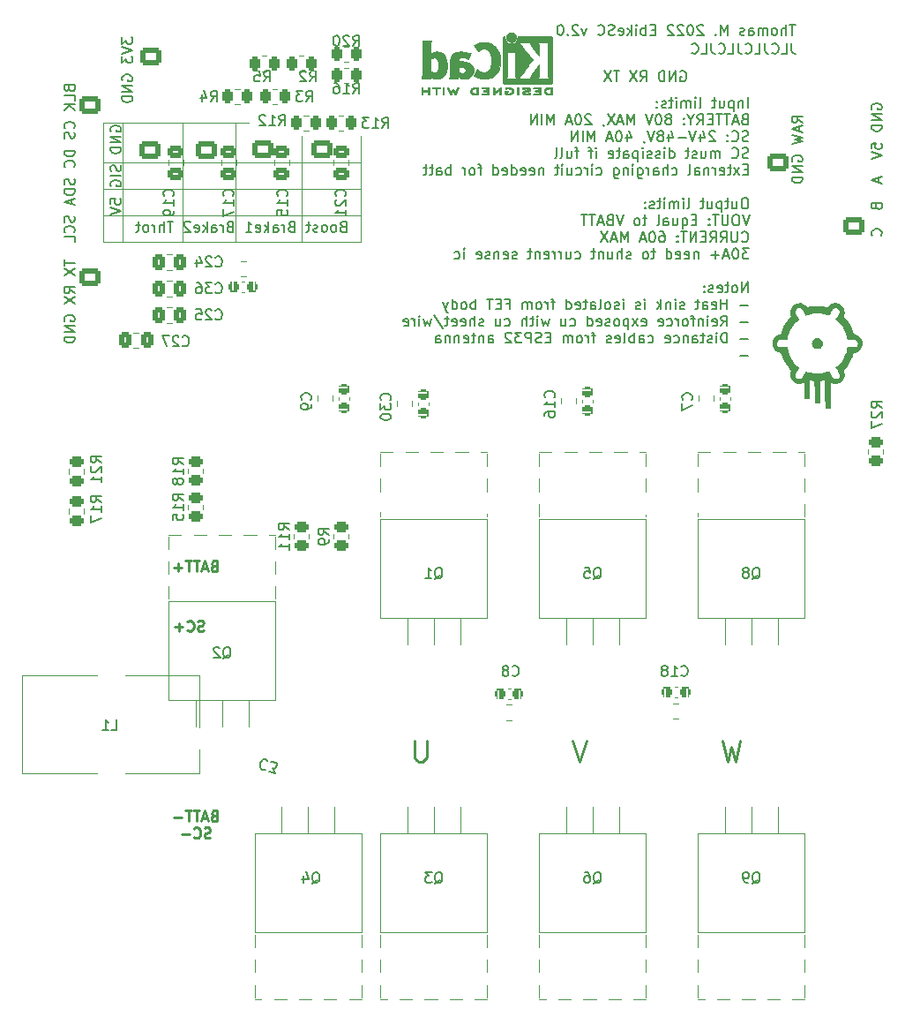
<source format=gbo>
G04 #@! TF.GenerationSoftware,KiCad,Pcbnew,(6.0.7)*
G04 #@! TF.CreationDate,2022-12-27T15:36:50+11:00*
G04 #@! TF.ProjectId,esp32_esc,65737033-325f-4657-9363-2e6b69636164,rev?*
G04 #@! TF.SameCoordinates,Original*
G04 #@! TF.FileFunction,Legend,Bot*
G04 #@! TF.FilePolarity,Positive*
%FSLAX46Y46*%
G04 Gerber Fmt 4.6, Leading zero omitted, Abs format (unit mm)*
G04 Created by KiCad (PCBNEW (6.0.7)) date 2022-12-27 15:36:50*
%MOMM*%
%LPD*%
G01*
G04 APERTURE LIST*
G04 Aperture macros list*
%AMRoundRect*
0 Rectangle with rounded corners*
0 $1 Rounding radius*
0 $2 $3 $4 $5 $6 $7 $8 $9 X,Y pos of 4 corners*
0 Add a 4 corners polygon primitive as box body*
4,1,4,$2,$3,$4,$5,$6,$7,$8,$9,$2,$3,0*
0 Add four circle primitives for the rounded corners*
1,1,$1+$1,$2,$3*
1,1,$1+$1,$4,$5*
1,1,$1+$1,$6,$7*
1,1,$1+$1,$8,$9*
0 Add four rect primitives between the rounded corners*
20,1,$1+$1,$2,$3,$4,$5,0*
20,1,$1+$1,$4,$5,$6,$7,0*
20,1,$1+$1,$6,$7,$8,$9,0*
20,1,$1+$1,$8,$9,$2,$3,0*%
%AMRotRect*
0 Rectangle, with rotation*
0 The origin of the aperture is its center*
0 $1 length*
0 $2 width*
0 $3 Rotation angle, in degrees counterclockwise*
0 Add horizontal line*
21,1,$1,$2,0,0,$3*%
%AMFreePoly0*
4,1,13,0.080902,2.058779,0.100000,2.000000,0.100000,0.725000,0.587500,0.725000,0.587500,-0.725000,-0.587500,-0.725000,-0.587500,0.725000,-0.100000,0.725000,-0.100000,2.000000,-0.080902,2.058779,-0.030902,2.095106,0.030902,2.095106,0.080902,2.058779,0.080902,2.058779,$1*%
%AMFreePoly1*
4,1,32,7.000000,-2.500000,0.000000,-2.500000,0.000000,-2.495067,-0.156976,-2.495067,-0.468453,-2.455718,-0.772542,-2.377641,-1.064448,-2.262068,-1.339567,-2.110820,-1.593560,-1.926283,-1.822422,-1.711368,-2.022542,-1.469463,-2.190767,-1.204384,-2.324441,-0.920311,-2.421458,-0.621725,-2.480287,-0.313333,-2.500000,0.000000,-2.480287,0.313333,-2.421458,0.621725,-2.324441,0.920311,-2.190767,1.204384,
-2.022542,1.469463,-1.822422,1.711368,-1.593560,1.926283,-1.339567,2.110820,-1.064448,2.262068,-0.772542,2.377641,-0.468453,2.455718,-0.156976,2.495067,0.000000,2.495067,0.000000,2.500000,7.000000,2.500000,7.000000,-2.500000,7.000000,-2.500000,$1*%
G04 Aperture macros list end*
%ADD10C,0.250000*%
%ADD11C,0.150000*%
%ADD12C,0.120000*%
%ADD13C,0.010000*%
%ADD14RoundRect,0.237500X0.300000X0.237500X-0.300000X0.237500X-0.300000X-0.237500X0.300000X-0.237500X0*%
%ADD15FreePoly0,180.000000*%
%ADD16RotRect,2.000000X2.000000X255.000000*%
%ADD17C,2.000000*%
%ADD18R,1.600000X1.600000*%
%ADD19C,1.600000*%
%ADD20R,4.000000X4.000000*%
%ADD21FreePoly1,0.000000*%
%ADD22C,3.200000*%
%ADD23R,1.318000X1.318000*%
%ADD24C,1.318000*%
%ADD25RoundRect,0.250000X-0.750000X0.600000X-0.750000X-0.600000X0.750000X-0.600000X0.750000X0.600000X0*%
%ADD26O,2.000000X1.700000*%
%ADD27FreePoly1,180.000000*%
%ADD28RoundRect,0.250000X-0.725000X0.600000X-0.725000X-0.600000X0.725000X-0.600000X0.725000X0.600000X0*%
%ADD29O,1.950000X1.700000*%
%ADD30R,1.700000X1.700000*%
%ADD31O,1.700000X1.700000*%
%ADD32RotRect,1.600000X1.600000X300.000000*%
%ADD33RoundRect,0.250000X0.725000X-0.600000X0.725000X0.600000X-0.725000X0.600000X-0.725000X-0.600000X0*%
%ADD34C,2.400000*%
%ADD35O,2.400000X2.400000*%
%ADD36C,1.400000*%
%ADD37O,1.400000X1.400000*%
%ADD38RoundRect,0.250000X0.750000X-0.600000X0.750000X0.600000X-0.750000X0.600000X-0.750000X-0.600000X0*%
%ADD39RoundRect,0.250000X-0.450000X0.262500X-0.450000X-0.262500X0.450000X-0.262500X0.450000X0.262500X0*%
%ADD40RoundRect,0.250000X-0.262500X-0.450000X0.262500X-0.450000X0.262500X0.450000X-0.262500X0.450000X0*%
%ADD41R,1.905000X2.000000*%
%ADD42O,1.905000X2.000000*%
%ADD43RoundRect,0.250000X-0.475000X0.337500X-0.475000X-0.337500X0.475000X-0.337500X0.475000X0.337500X0*%
%ADD44RoundRect,0.250000X0.337500X0.475000X-0.337500X0.475000X-0.337500X-0.475000X0.337500X-0.475000X0*%
%ADD45C,3.000000*%
%ADD46RoundRect,0.237500X-0.237500X0.300000X-0.237500X-0.300000X0.237500X-0.300000X0.237500X0.300000X0*%
%ADD47FreePoly0,270.000000*%
%ADD48RoundRect,0.250000X0.450000X-0.262500X0.450000X0.262500X-0.450000X0.262500X-0.450000X-0.262500X0*%
%ADD49RoundRect,0.250000X0.262500X0.450000X-0.262500X0.450000X-0.262500X-0.450000X0.262500X-0.450000X0*%
%ADD50RoundRect,0.237500X-0.300000X-0.237500X0.300000X-0.237500X0.300000X0.237500X-0.300000X0.237500X0*%
%ADD51FreePoly0,0.000000*%
G04 APERTURE END LIST*
D10*
X105632142Y-103679761D02*
X105155952Y-105679761D01*
X104775000Y-104251190D01*
X104394047Y-105679761D01*
X103917857Y-103679761D01*
X90836666Y-103679761D02*
X90170000Y-105679761D01*
X89503333Y-103679761D01*
X75501428Y-103679761D02*
X75501428Y-105298809D01*
X75406190Y-105489285D01*
X75310952Y-105584523D01*
X75120476Y-105679761D01*
X74739523Y-105679761D01*
X74549047Y-105584523D01*
X74453809Y-105489285D01*
X74358571Y-105298809D01*
X74358571Y-103679761D01*
X55078095Y-110883571D02*
X54935238Y-110931190D01*
X54887619Y-110978809D01*
X54840000Y-111074047D01*
X54840000Y-111216904D01*
X54887619Y-111312142D01*
X54935238Y-111359761D01*
X55030476Y-111407380D01*
X55411428Y-111407380D01*
X55411428Y-110407380D01*
X55078095Y-110407380D01*
X54982857Y-110455000D01*
X54935238Y-110502619D01*
X54887619Y-110597857D01*
X54887619Y-110693095D01*
X54935238Y-110788333D01*
X54982857Y-110835952D01*
X55078095Y-110883571D01*
X55411428Y-110883571D01*
X54459047Y-111121666D02*
X53982857Y-111121666D01*
X54554285Y-111407380D02*
X54220952Y-110407380D01*
X53887619Y-111407380D01*
X53697142Y-110407380D02*
X53125714Y-110407380D01*
X53411428Y-111407380D02*
X53411428Y-110407380D01*
X52935238Y-110407380D02*
X52363809Y-110407380D01*
X52649523Y-111407380D02*
X52649523Y-110407380D01*
X52030476Y-111026428D02*
X51268571Y-111026428D01*
X54744761Y-112969761D02*
X54601904Y-113017380D01*
X54363809Y-113017380D01*
X54268571Y-112969761D01*
X54220952Y-112922142D01*
X54173333Y-112826904D01*
X54173333Y-112731666D01*
X54220952Y-112636428D01*
X54268571Y-112588809D01*
X54363809Y-112541190D01*
X54554285Y-112493571D01*
X54649523Y-112445952D01*
X54697142Y-112398333D01*
X54744761Y-112303095D01*
X54744761Y-112207857D01*
X54697142Y-112112619D01*
X54649523Y-112065000D01*
X54554285Y-112017380D01*
X54316190Y-112017380D01*
X54173333Y-112065000D01*
X53173333Y-112922142D02*
X53220952Y-112969761D01*
X53363809Y-113017380D01*
X53459047Y-113017380D01*
X53601904Y-112969761D01*
X53697142Y-112874523D01*
X53744761Y-112779285D01*
X53792380Y-112588809D01*
X53792380Y-112445952D01*
X53744761Y-112255476D01*
X53697142Y-112160238D01*
X53601904Y-112065000D01*
X53459047Y-112017380D01*
X53363809Y-112017380D01*
X53220952Y-112065000D01*
X53173333Y-112112619D01*
X52744761Y-112636428D02*
X51982857Y-112636428D01*
X54109761Y-93114761D02*
X53966904Y-93162380D01*
X53728809Y-93162380D01*
X53633571Y-93114761D01*
X53585952Y-93067142D01*
X53538333Y-92971904D01*
X53538333Y-92876666D01*
X53585952Y-92781428D01*
X53633571Y-92733809D01*
X53728809Y-92686190D01*
X53919285Y-92638571D01*
X54014523Y-92590952D01*
X54062142Y-92543333D01*
X54109761Y-92448095D01*
X54109761Y-92352857D01*
X54062142Y-92257619D01*
X54014523Y-92210000D01*
X53919285Y-92162380D01*
X53681190Y-92162380D01*
X53538333Y-92210000D01*
X52538333Y-93067142D02*
X52585952Y-93114761D01*
X52728809Y-93162380D01*
X52824047Y-93162380D01*
X52966904Y-93114761D01*
X53062142Y-93019523D01*
X53109761Y-92924285D01*
X53157380Y-92733809D01*
X53157380Y-92590952D01*
X53109761Y-92400476D01*
X53062142Y-92305238D01*
X52966904Y-92210000D01*
X52824047Y-92162380D01*
X52728809Y-92162380D01*
X52585952Y-92210000D01*
X52538333Y-92257619D01*
X52109761Y-92781428D02*
X51347857Y-92781428D01*
X51728809Y-93162380D02*
X51728809Y-92400476D01*
X55078095Y-86923571D02*
X54935238Y-86971190D01*
X54887619Y-87018809D01*
X54840000Y-87114047D01*
X54840000Y-87256904D01*
X54887619Y-87352142D01*
X54935238Y-87399761D01*
X55030476Y-87447380D01*
X55411428Y-87447380D01*
X55411428Y-86447380D01*
X55078095Y-86447380D01*
X54982857Y-86495000D01*
X54935238Y-86542619D01*
X54887619Y-86637857D01*
X54887619Y-86733095D01*
X54935238Y-86828333D01*
X54982857Y-86875952D01*
X55078095Y-86923571D01*
X55411428Y-86923571D01*
X54459047Y-87161666D02*
X53982857Y-87161666D01*
X54554285Y-87447380D02*
X54220952Y-86447380D01*
X53887619Y-87447380D01*
X53697142Y-86447380D02*
X53125714Y-86447380D01*
X53411428Y-87447380D02*
X53411428Y-86447380D01*
X52935238Y-86447380D02*
X52363809Y-86447380D01*
X52649523Y-87447380D02*
X52649523Y-86447380D01*
X52030476Y-87066428D02*
X51268571Y-87066428D01*
X51649523Y-87447380D02*
X51649523Y-86685476D01*
D11*
X99877142Y-39505000D02*
X99972380Y-39457380D01*
X100115238Y-39457380D01*
X100258095Y-39505000D01*
X100353333Y-39600238D01*
X100400952Y-39695476D01*
X100448571Y-39885952D01*
X100448571Y-40028809D01*
X100400952Y-40219285D01*
X100353333Y-40314523D01*
X100258095Y-40409761D01*
X100115238Y-40457380D01*
X100020000Y-40457380D01*
X99877142Y-40409761D01*
X99829523Y-40362142D01*
X99829523Y-40028809D01*
X100020000Y-40028809D01*
X99400952Y-40457380D02*
X99400952Y-39457380D01*
X98829523Y-40457380D01*
X98829523Y-39457380D01*
X98353333Y-40457380D02*
X98353333Y-39457380D01*
X98115238Y-39457380D01*
X97972380Y-39505000D01*
X97877142Y-39600238D01*
X97829523Y-39695476D01*
X97781904Y-39885952D01*
X97781904Y-40028809D01*
X97829523Y-40219285D01*
X97877142Y-40314523D01*
X97972380Y-40409761D01*
X98115238Y-40457380D01*
X98353333Y-40457380D01*
X96020000Y-40457380D02*
X96353333Y-39981190D01*
X96591428Y-40457380D02*
X96591428Y-39457380D01*
X96210476Y-39457380D01*
X96115238Y-39505000D01*
X96067619Y-39552619D01*
X96020000Y-39647857D01*
X96020000Y-39790714D01*
X96067619Y-39885952D01*
X96115238Y-39933571D01*
X96210476Y-39981190D01*
X96591428Y-39981190D01*
X95686666Y-39457380D02*
X95020000Y-40457380D01*
X95020000Y-39457380D02*
X95686666Y-40457380D01*
X94020000Y-39457380D02*
X93448571Y-39457380D01*
X93734285Y-40457380D02*
X93734285Y-39457380D01*
X93210476Y-39457380D02*
X92543809Y-40457380D01*
X92543809Y-39457380D02*
X93210476Y-40457380D01*
X111577380Y-44394761D02*
X111101190Y-44061428D01*
X111577380Y-43823333D02*
X110577380Y-43823333D01*
X110577380Y-44204285D01*
X110625000Y-44299523D01*
X110672619Y-44347142D01*
X110767857Y-44394761D01*
X110910714Y-44394761D01*
X111005952Y-44347142D01*
X111053571Y-44299523D01*
X111101190Y-44204285D01*
X111101190Y-43823333D01*
X111291666Y-44775714D02*
X111291666Y-45251904D01*
X111577380Y-44680476D02*
X110577380Y-45013809D01*
X111577380Y-45347142D01*
X110577380Y-45585238D02*
X111577380Y-45823333D01*
X110863095Y-46013809D01*
X111577380Y-46204285D01*
X110577380Y-46442380D01*
X110625000Y-48109047D02*
X110577380Y-48013809D01*
X110577380Y-47870952D01*
X110625000Y-47728095D01*
X110720238Y-47632857D01*
X110815476Y-47585238D01*
X111005952Y-47537619D01*
X111148809Y-47537619D01*
X111339285Y-47585238D01*
X111434523Y-47632857D01*
X111529761Y-47728095D01*
X111577380Y-47870952D01*
X111577380Y-47966190D01*
X111529761Y-48109047D01*
X111482142Y-48156666D01*
X111148809Y-48156666D01*
X111148809Y-47966190D01*
X111577380Y-48585238D02*
X110577380Y-48585238D01*
X111577380Y-49156666D01*
X110577380Y-49156666D01*
X111577380Y-49632857D02*
X110577380Y-49632857D01*
X110577380Y-49870952D01*
X110625000Y-50013809D01*
X110720238Y-50109047D01*
X110815476Y-50156666D01*
X111005952Y-50204285D01*
X111148809Y-50204285D01*
X111339285Y-50156666D01*
X111434523Y-50109047D01*
X111529761Y-50013809D01*
X111577380Y-49870952D01*
X111577380Y-49632857D01*
X118245000Y-43133095D02*
X118197380Y-43037857D01*
X118197380Y-42895000D01*
X118245000Y-42752142D01*
X118340238Y-42656904D01*
X118435476Y-42609285D01*
X118625952Y-42561666D01*
X118768809Y-42561666D01*
X118959285Y-42609285D01*
X119054523Y-42656904D01*
X119149761Y-42752142D01*
X119197380Y-42895000D01*
X119197380Y-42990238D01*
X119149761Y-43133095D01*
X119102142Y-43180714D01*
X118768809Y-43180714D01*
X118768809Y-42990238D01*
X119197380Y-43609285D02*
X118197380Y-43609285D01*
X119197380Y-44180714D01*
X118197380Y-44180714D01*
X119197380Y-44656904D02*
X118197380Y-44656904D01*
X118197380Y-44895000D01*
X118245000Y-45037857D01*
X118340238Y-45133095D01*
X118435476Y-45180714D01*
X118625952Y-45228333D01*
X118768809Y-45228333D01*
X118959285Y-45180714D01*
X119054523Y-45133095D01*
X119149761Y-45037857D01*
X119197380Y-44895000D01*
X119197380Y-44656904D01*
X118197380Y-46895000D02*
X118197380Y-46418809D01*
X118673571Y-46371190D01*
X118625952Y-46418809D01*
X118578333Y-46514047D01*
X118578333Y-46752142D01*
X118625952Y-46847380D01*
X118673571Y-46895000D01*
X118768809Y-46942619D01*
X119006904Y-46942619D01*
X119102142Y-46895000D01*
X119149761Y-46847380D01*
X119197380Y-46752142D01*
X119197380Y-46514047D01*
X119149761Y-46418809D01*
X119102142Y-46371190D01*
X118197380Y-47228333D02*
X119197380Y-47561666D01*
X118197380Y-47895000D01*
X118911666Y-49704523D02*
X118911666Y-50180714D01*
X119197380Y-49609285D02*
X118197380Y-49942619D01*
X119197380Y-50275952D01*
X118673571Y-52466428D02*
X118721190Y-52609285D01*
X118768809Y-52656904D01*
X118864047Y-52704523D01*
X119006904Y-52704523D01*
X119102142Y-52656904D01*
X119149761Y-52609285D01*
X119197380Y-52514047D01*
X119197380Y-52133095D01*
X118197380Y-52133095D01*
X118197380Y-52466428D01*
X118245000Y-52561666D01*
X118292619Y-52609285D01*
X118387857Y-52656904D01*
X118483095Y-52656904D01*
X118578333Y-52609285D01*
X118625952Y-52561666D01*
X118673571Y-52466428D01*
X118673571Y-52133095D01*
X119102142Y-55228333D02*
X119149761Y-55180714D01*
X119197380Y-55037857D01*
X119197380Y-54942619D01*
X119149761Y-54799761D01*
X119054523Y-54704523D01*
X118959285Y-54656904D01*
X118768809Y-54609285D01*
X118625952Y-54609285D01*
X118435476Y-54656904D01*
X118340238Y-54704523D01*
X118245000Y-54799761D01*
X118197380Y-54942619D01*
X118197380Y-55037857D01*
X118245000Y-55180714D01*
X118292619Y-55228333D01*
X40727380Y-57571190D02*
X40727380Y-58142619D01*
X41727380Y-57856904D02*
X40727380Y-57856904D01*
X40727380Y-58380714D02*
X41727380Y-59047380D01*
X40727380Y-59047380D02*
X41727380Y-58380714D01*
X41727380Y-60761666D02*
X41251190Y-60428333D01*
X41727380Y-60190238D02*
X40727380Y-60190238D01*
X40727380Y-60571190D01*
X40775000Y-60666428D01*
X40822619Y-60714047D01*
X40917857Y-60761666D01*
X41060714Y-60761666D01*
X41155952Y-60714047D01*
X41203571Y-60666428D01*
X41251190Y-60571190D01*
X41251190Y-60190238D01*
X40727380Y-61095000D02*
X41727380Y-61761666D01*
X40727380Y-61761666D02*
X41727380Y-61095000D01*
X40775000Y-63428333D02*
X40727380Y-63333095D01*
X40727380Y-63190238D01*
X40775000Y-63047380D01*
X40870238Y-62952142D01*
X40965476Y-62904523D01*
X41155952Y-62856904D01*
X41298809Y-62856904D01*
X41489285Y-62904523D01*
X41584523Y-62952142D01*
X41679761Y-63047380D01*
X41727380Y-63190238D01*
X41727380Y-63285476D01*
X41679761Y-63428333D01*
X41632142Y-63475952D01*
X41298809Y-63475952D01*
X41298809Y-63285476D01*
X41727380Y-63904523D02*
X40727380Y-63904523D01*
X41727380Y-64475952D01*
X40727380Y-64475952D01*
X41727380Y-64952142D02*
X40727380Y-64952142D01*
X40727380Y-65190238D01*
X40775000Y-65333095D01*
X40870238Y-65428333D01*
X40965476Y-65475952D01*
X41155952Y-65523571D01*
X41298809Y-65523571D01*
X41489285Y-65475952D01*
X41584523Y-65428333D01*
X41679761Y-65333095D01*
X41727380Y-65190238D01*
X41727380Y-64952142D01*
X46272380Y-36227142D02*
X46272380Y-36846190D01*
X46653333Y-36512857D01*
X46653333Y-36655714D01*
X46700952Y-36750952D01*
X46748571Y-36798571D01*
X46843809Y-36846190D01*
X47081904Y-36846190D01*
X47177142Y-36798571D01*
X47224761Y-36750952D01*
X47272380Y-36655714D01*
X47272380Y-36370000D01*
X47224761Y-36274761D01*
X47177142Y-36227142D01*
X46272380Y-37131904D02*
X47272380Y-37465238D01*
X46272380Y-37798571D01*
X46272380Y-38036666D02*
X46272380Y-38655714D01*
X46653333Y-38322380D01*
X46653333Y-38465238D01*
X46700952Y-38560476D01*
X46748571Y-38608095D01*
X46843809Y-38655714D01*
X47081904Y-38655714D01*
X47177142Y-38608095D01*
X47224761Y-38560476D01*
X47272380Y-38465238D01*
X47272380Y-38179523D01*
X47224761Y-38084285D01*
X47177142Y-38036666D01*
X46320000Y-40370000D02*
X46272380Y-40274761D01*
X46272380Y-40131904D01*
X46320000Y-39989047D01*
X46415238Y-39893809D01*
X46510476Y-39846190D01*
X46700952Y-39798571D01*
X46843809Y-39798571D01*
X47034285Y-39846190D01*
X47129523Y-39893809D01*
X47224761Y-39989047D01*
X47272380Y-40131904D01*
X47272380Y-40227142D01*
X47224761Y-40370000D01*
X47177142Y-40417619D01*
X46843809Y-40417619D01*
X46843809Y-40227142D01*
X47272380Y-40846190D02*
X46272380Y-40846190D01*
X47272380Y-41417619D01*
X46272380Y-41417619D01*
X47272380Y-41893809D02*
X46272380Y-41893809D01*
X46272380Y-42131904D01*
X46320000Y-42274761D01*
X46415238Y-42370000D01*
X46510476Y-42417619D01*
X46700952Y-42465238D01*
X46843809Y-42465238D01*
X47034285Y-42417619D01*
X47129523Y-42370000D01*
X47224761Y-42274761D01*
X47272380Y-42131904D01*
X47272380Y-41893809D01*
X41203571Y-41140952D02*
X41251190Y-41283809D01*
X41298809Y-41331428D01*
X41394047Y-41379047D01*
X41536904Y-41379047D01*
X41632142Y-41331428D01*
X41679761Y-41283809D01*
X41727380Y-41188571D01*
X41727380Y-40807619D01*
X40727380Y-40807619D01*
X40727380Y-41140952D01*
X40775000Y-41236190D01*
X40822619Y-41283809D01*
X40917857Y-41331428D01*
X41013095Y-41331428D01*
X41108333Y-41283809D01*
X41155952Y-41236190D01*
X41203571Y-41140952D01*
X41203571Y-40807619D01*
X41727380Y-42283809D02*
X41727380Y-41807619D01*
X40727380Y-41807619D01*
X41727380Y-42617142D02*
X40727380Y-42617142D01*
X41727380Y-43188571D02*
X41155952Y-42760000D01*
X40727380Y-43188571D02*
X41298809Y-42617142D01*
X41632142Y-44950476D02*
X41679761Y-44902857D01*
X41727380Y-44760000D01*
X41727380Y-44664761D01*
X41679761Y-44521904D01*
X41584523Y-44426666D01*
X41489285Y-44379047D01*
X41298809Y-44331428D01*
X41155952Y-44331428D01*
X40965476Y-44379047D01*
X40870238Y-44426666D01*
X40775000Y-44521904D01*
X40727380Y-44664761D01*
X40727380Y-44760000D01*
X40775000Y-44902857D01*
X40822619Y-44950476D01*
X41679761Y-45331428D02*
X41727380Y-45474285D01*
X41727380Y-45712380D01*
X41679761Y-45807619D01*
X41632142Y-45855238D01*
X41536904Y-45902857D01*
X41441666Y-45902857D01*
X41346428Y-45855238D01*
X41298809Y-45807619D01*
X41251190Y-45712380D01*
X41203571Y-45521904D01*
X41155952Y-45426666D01*
X41108333Y-45379047D01*
X41013095Y-45331428D01*
X40917857Y-45331428D01*
X40822619Y-45379047D01*
X40775000Y-45426666D01*
X40727380Y-45521904D01*
X40727380Y-45760000D01*
X40775000Y-45902857D01*
X41727380Y-47093333D02*
X40727380Y-47093333D01*
X40727380Y-47331428D01*
X40775000Y-47474285D01*
X40870238Y-47569523D01*
X40965476Y-47617142D01*
X41155952Y-47664761D01*
X41298809Y-47664761D01*
X41489285Y-47617142D01*
X41584523Y-47569523D01*
X41679761Y-47474285D01*
X41727380Y-47331428D01*
X41727380Y-47093333D01*
X41632142Y-48664761D02*
X41679761Y-48617142D01*
X41727380Y-48474285D01*
X41727380Y-48379047D01*
X41679761Y-48236190D01*
X41584523Y-48140952D01*
X41489285Y-48093333D01*
X41298809Y-48045714D01*
X41155952Y-48045714D01*
X40965476Y-48093333D01*
X40870238Y-48140952D01*
X40775000Y-48236190D01*
X40727380Y-48379047D01*
X40727380Y-48474285D01*
X40775000Y-48617142D01*
X40822619Y-48664761D01*
X41679761Y-49807619D02*
X41727380Y-49950476D01*
X41727380Y-50188571D01*
X41679761Y-50283809D01*
X41632142Y-50331428D01*
X41536904Y-50379047D01*
X41441666Y-50379047D01*
X41346428Y-50331428D01*
X41298809Y-50283809D01*
X41251190Y-50188571D01*
X41203571Y-49998095D01*
X41155952Y-49902857D01*
X41108333Y-49855238D01*
X41013095Y-49807619D01*
X40917857Y-49807619D01*
X40822619Y-49855238D01*
X40775000Y-49902857D01*
X40727380Y-49998095D01*
X40727380Y-50236190D01*
X40775000Y-50379047D01*
X41727380Y-50807619D02*
X40727380Y-50807619D01*
X40727380Y-51045714D01*
X40775000Y-51188571D01*
X40870238Y-51283809D01*
X40965476Y-51331428D01*
X41155952Y-51379047D01*
X41298809Y-51379047D01*
X41489285Y-51331428D01*
X41584523Y-51283809D01*
X41679761Y-51188571D01*
X41727380Y-51045714D01*
X41727380Y-50807619D01*
X41441666Y-51760000D02*
X41441666Y-52236190D01*
X41727380Y-51664761D02*
X40727380Y-51998095D01*
X41727380Y-52331428D01*
X41679761Y-53379047D02*
X41727380Y-53521904D01*
X41727380Y-53760000D01*
X41679761Y-53855238D01*
X41632142Y-53902857D01*
X41536904Y-53950476D01*
X41441666Y-53950476D01*
X41346428Y-53902857D01*
X41298809Y-53855238D01*
X41251190Y-53760000D01*
X41203571Y-53569523D01*
X41155952Y-53474285D01*
X41108333Y-53426666D01*
X41013095Y-53379047D01*
X40917857Y-53379047D01*
X40822619Y-53426666D01*
X40775000Y-53474285D01*
X40727380Y-53569523D01*
X40727380Y-53807619D01*
X40775000Y-53950476D01*
X41632142Y-54950476D02*
X41679761Y-54902857D01*
X41727380Y-54760000D01*
X41727380Y-54664761D01*
X41679761Y-54521904D01*
X41584523Y-54426666D01*
X41489285Y-54379047D01*
X41298809Y-54331428D01*
X41155952Y-54331428D01*
X40965476Y-54379047D01*
X40870238Y-54426666D01*
X40775000Y-54521904D01*
X40727380Y-54664761D01*
X40727380Y-54760000D01*
X40775000Y-54902857D01*
X40822619Y-54950476D01*
X41727380Y-55855238D02*
X41727380Y-55379047D01*
X40727380Y-55379047D01*
D12*
X44450000Y-53340000D02*
X69215000Y-53340000D01*
X46355000Y-44450000D02*
X46355000Y-55880000D01*
X44450000Y-50800000D02*
X69215000Y-50800000D01*
X44450000Y-48260000D02*
X69215000Y-48260000D01*
X63500000Y-55880000D02*
X63500000Y-45720000D01*
X57150000Y-44450000D02*
X57150000Y-55880000D01*
X52070000Y-44450000D02*
X52070000Y-55880000D01*
X69215000Y-55880000D02*
X69215000Y-45720000D01*
X44450000Y-55880000D02*
X69215000Y-55880000D01*
X44450000Y-44450000D02*
X44450000Y-55880000D01*
X44450000Y-44450000D02*
X58420000Y-44450000D01*
D11*
X45220000Y-45252142D02*
X45172380Y-45156904D01*
X45172380Y-45014047D01*
X45220000Y-44871190D01*
X45315238Y-44775952D01*
X45410476Y-44728333D01*
X45600952Y-44680714D01*
X45743809Y-44680714D01*
X45934285Y-44728333D01*
X46029523Y-44775952D01*
X46124761Y-44871190D01*
X46172380Y-45014047D01*
X46172380Y-45109285D01*
X46124761Y-45252142D01*
X46077142Y-45299761D01*
X45743809Y-45299761D01*
X45743809Y-45109285D01*
X46172380Y-45728333D02*
X45172380Y-45728333D01*
X46172380Y-46299761D01*
X45172380Y-46299761D01*
X46172380Y-46775952D02*
X45172380Y-46775952D01*
X45172380Y-47014047D01*
X45220000Y-47156904D01*
X45315238Y-47252142D01*
X45410476Y-47299761D01*
X45600952Y-47347380D01*
X45743809Y-47347380D01*
X45934285Y-47299761D01*
X46029523Y-47252142D01*
X46124761Y-47156904D01*
X46172380Y-47014047D01*
X46172380Y-46775952D01*
X46124761Y-48490238D02*
X46172380Y-48633095D01*
X46172380Y-48871190D01*
X46124761Y-48966428D01*
X46077142Y-49014047D01*
X45981904Y-49061666D01*
X45886666Y-49061666D01*
X45791428Y-49014047D01*
X45743809Y-48966428D01*
X45696190Y-48871190D01*
X45648571Y-48680714D01*
X45600952Y-48585476D01*
X45553333Y-48537857D01*
X45458095Y-48490238D01*
X45362857Y-48490238D01*
X45267619Y-48537857D01*
X45220000Y-48585476D01*
X45172380Y-48680714D01*
X45172380Y-48918809D01*
X45220000Y-49061666D01*
X46172380Y-49490238D02*
X45172380Y-49490238D01*
X45220000Y-50490238D02*
X45172380Y-50395000D01*
X45172380Y-50252142D01*
X45220000Y-50109285D01*
X45315238Y-50014047D01*
X45410476Y-49966428D01*
X45600952Y-49918809D01*
X45743809Y-49918809D01*
X45934285Y-49966428D01*
X46029523Y-50014047D01*
X46124761Y-50109285D01*
X46172380Y-50252142D01*
X46172380Y-50347380D01*
X46124761Y-50490238D01*
X46077142Y-50537857D01*
X45743809Y-50537857D01*
X45743809Y-50347380D01*
X45172380Y-52204523D02*
X45172380Y-51728333D01*
X45648571Y-51680714D01*
X45600952Y-51728333D01*
X45553333Y-51823571D01*
X45553333Y-52061666D01*
X45600952Y-52156904D01*
X45648571Y-52204523D01*
X45743809Y-52252142D01*
X45981904Y-52252142D01*
X46077142Y-52204523D01*
X46124761Y-52156904D01*
X46172380Y-52061666D01*
X46172380Y-51823571D01*
X46124761Y-51728333D01*
X46077142Y-51680714D01*
X45172380Y-52537857D02*
X46172380Y-52871190D01*
X45172380Y-53204523D01*
X67475476Y-54368571D02*
X67332619Y-54416190D01*
X67285000Y-54463809D01*
X67237380Y-54559047D01*
X67237380Y-54701904D01*
X67285000Y-54797142D01*
X67332619Y-54844761D01*
X67427857Y-54892380D01*
X67808809Y-54892380D01*
X67808809Y-53892380D01*
X67475476Y-53892380D01*
X67380238Y-53940000D01*
X67332619Y-53987619D01*
X67285000Y-54082857D01*
X67285000Y-54178095D01*
X67332619Y-54273333D01*
X67380238Y-54320952D01*
X67475476Y-54368571D01*
X67808809Y-54368571D01*
X66665952Y-54892380D02*
X66761190Y-54844761D01*
X66808809Y-54797142D01*
X66856428Y-54701904D01*
X66856428Y-54416190D01*
X66808809Y-54320952D01*
X66761190Y-54273333D01*
X66665952Y-54225714D01*
X66523095Y-54225714D01*
X66427857Y-54273333D01*
X66380238Y-54320952D01*
X66332619Y-54416190D01*
X66332619Y-54701904D01*
X66380238Y-54797142D01*
X66427857Y-54844761D01*
X66523095Y-54892380D01*
X66665952Y-54892380D01*
X65761190Y-54892380D02*
X65856428Y-54844761D01*
X65904047Y-54797142D01*
X65951666Y-54701904D01*
X65951666Y-54416190D01*
X65904047Y-54320952D01*
X65856428Y-54273333D01*
X65761190Y-54225714D01*
X65618333Y-54225714D01*
X65523095Y-54273333D01*
X65475476Y-54320952D01*
X65427857Y-54416190D01*
X65427857Y-54701904D01*
X65475476Y-54797142D01*
X65523095Y-54844761D01*
X65618333Y-54892380D01*
X65761190Y-54892380D01*
X65046904Y-54844761D02*
X64951666Y-54892380D01*
X64761190Y-54892380D01*
X64665952Y-54844761D01*
X64618333Y-54749523D01*
X64618333Y-54701904D01*
X64665952Y-54606666D01*
X64761190Y-54559047D01*
X64904047Y-54559047D01*
X64999285Y-54511428D01*
X65046904Y-54416190D01*
X65046904Y-54368571D01*
X64999285Y-54273333D01*
X64904047Y-54225714D01*
X64761190Y-54225714D01*
X64665952Y-54273333D01*
X64332619Y-54225714D02*
X63951666Y-54225714D01*
X64189761Y-53892380D02*
X64189761Y-54749523D01*
X64142142Y-54844761D01*
X64046904Y-54892380D01*
X63951666Y-54892380D01*
X62523095Y-54368571D02*
X62380238Y-54416190D01*
X62332619Y-54463809D01*
X62285000Y-54559047D01*
X62285000Y-54701904D01*
X62332619Y-54797142D01*
X62380238Y-54844761D01*
X62475476Y-54892380D01*
X62856428Y-54892380D01*
X62856428Y-53892380D01*
X62523095Y-53892380D01*
X62427857Y-53940000D01*
X62380238Y-53987619D01*
X62332619Y-54082857D01*
X62332619Y-54178095D01*
X62380238Y-54273333D01*
X62427857Y-54320952D01*
X62523095Y-54368571D01*
X62856428Y-54368571D01*
X61856428Y-54892380D02*
X61856428Y-54225714D01*
X61856428Y-54416190D02*
X61808809Y-54320952D01*
X61761190Y-54273333D01*
X61665952Y-54225714D01*
X61570714Y-54225714D01*
X60808809Y-54892380D02*
X60808809Y-54368571D01*
X60856428Y-54273333D01*
X60951666Y-54225714D01*
X61142142Y-54225714D01*
X61237380Y-54273333D01*
X60808809Y-54844761D02*
X60904047Y-54892380D01*
X61142142Y-54892380D01*
X61237380Y-54844761D01*
X61285000Y-54749523D01*
X61285000Y-54654285D01*
X61237380Y-54559047D01*
X61142142Y-54511428D01*
X60904047Y-54511428D01*
X60808809Y-54463809D01*
X60332619Y-54892380D02*
X60332619Y-53892380D01*
X60237380Y-54511428D02*
X59951666Y-54892380D01*
X59951666Y-54225714D02*
X60332619Y-54606666D01*
X59142142Y-54844761D02*
X59237380Y-54892380D01*
X59427857Y-54892380D01*
X59523095Y-54844761D01*
X59570714Y-54749523D01*
X59570714Y-54368571D01*
X59523095Y-54273333D01*
X59427857Y-54225714D01*
X59237380Y-54225714D01*
X59142142Y-54273333D01*
X59094523Y-54368571D01*
X59094523Y-54463809D01*
X59570714Y-54559047D01*
X58142142Y-54892380D02*
X58713571Y-54892380D01*
X58427857Y-54892380D02*
X58427857Y-53892380D01*
X58523095Y-54035238D01*
X58618333Y-54130476D01*
X58713571Y-54178095D01*
X56618333Y-54368571D02*
X56475476Y-54416190D01*
X56427857Y-54463809D01*
X56380238Y-54559047D01*
X56380238Y-54701904D01*
X56427857Y-54797142D01*
X56475476Y-54844761D01*
X56570714Y-54892380D01*
X56951666Y-54892380D01*
X56951666Y-53892380D01*
X56618333Y-53892380D01*
X56523095Y-53940000D01*
X56475476Y-53987619D01*
X56427857Y-54082857D01*
X56427857Y-54178095D01*
X56475476Y-54273333D01*
X56523095Y-54320952D01*
X56618333Y-54368571D01*
X56951666Y-54368571D01*
X55951666Y-54892380D02*
X55951666Y-54225714D01*
X55951666Y-54416190D02*
X55904047Y-54320952D01*
X55856428Y-54273333D01*
X55761190Y-54225714D01*
X55665952Y-54225714D01*
X54904047Y-54892380D02*
X54904047Y-54368571D01*
X54951666Y-54273333D01*
X55046904Y-54225714D01*
X55237380Y-54225714D01*
X55332619Y-54273333D01*
X54904047Y-54844761D02*
X54999285Y-54892380D01*
X55237380Y-54892380D01*
X55332619Y-54844761D01*
X55380238Y-54749523D01*
X55380238Y-54654285D01*
X55332619Y-54559047D01*
X55237380Y-54511428D01*
X54999285Y-54511428D01*
X54904047Y-54463809D01*
X54427857Y-54892380D02*
X54427857Y-53892380D01*
X54332619Y-54511428D02*
X54046904Y-54892380D01*
X54046904Y-54225714D02*
X54427857Y-54606666D01*
X53237380Y-54844761D02*
X53332619Y-54892380D01*
X53523095Y-54892380D01*
X53618333Y-54844761D01*
X53665952Y-54749523D01*
X53665952Y-54368571D01*
X53618333Y-54273333D01*
X53523095Y-54225714D01*
X53332619Y-54225714D01*
X53237380Y-54273333D01*
X53189761Y-54368571D01*
X53189761Y-54463809D01*
X53665952Y-54559047D01*
X52808809Y-53987619D02*
X52761190Y-53940000D01*
X52665952Y-53892380D01*
X52427857Y-53892380D01*
X52332619Y-53940000D01*
X52285000Y-53987619D01*
X52237380Y-54082857D01*
X52237380Y-54178095D01*
X52285000Y-54320952D01*
X52856428Y-54892380D01*
X52237380Y-54892380D01*
X51189761Y-53892380D02*
X50618333Y-53892380D01*
X50904047Y-54892380D02*
X50904047Y-53892380D01*
X50285000Y-54892380D02*
X50285000Y-53892380D01*
X49856428Y-54892380D02*
X49856428Y-54368571D01*
X49904047Y-54273333D01*
X49999285Y-54225714D01*
X50142142Y-54225714D01*
X50237380Y-54273333D01*
X50285000Y-54320952D01*
X49380238Y-54892380D02*
X49380238Y-54225714D01*
X49380238Y-54416190D02*
X49332619Y-54320952D01*
X49285000Y-54273333D01*
X49189761Y-54225714D01*
X49094523Y-54225714D01*
X48618333Y-54892380D02*
X48713571Y-54844761D01*
X48761190Y-54797142D01*
X48808809Y-54701904D01*
X48808809Y-54416190D01*
X48761190Y-54320952D01*
X48713571Y-54273333D01*
X48618333Y-54225714D01*
X48475476Y-54225714D01*
X48380238Y-54273333D01*
X48332619Y-54320952D01*
X48285000Y-54416190D01*
X48285000Y-54701904D01*
X48332619Y-54797142D01*
X48380238Y-54844761D01*
X48475476Y-54892380D01*
X48618333Y-54892380D01*
X47999285Y-54225714D02*
X47618333Y-54225714D01*
X47856428Y-53892380D02*
X47856428Y-54749523D01*
X47808809Y-54844761D01*
X47713571Y-54892380D01*
X47618333Y-54892380D01*
X106344404Y-42987380D02*
X106344404Y-41987380D01*
X105868214Y-42320714D02*
X105868214Y-42987380D01*
X105868214Y-42415952D02*
X105820595Y-42368333D01*
X105725357Y-42320714D01*
X105582500Y-42320714D01*
X105487261Y-42368333D01*
X105439642Y-42463571D01*
X105439642Y-42987380D01*
X104963452Y-42320714D02*
X104963452Y-43320714D01*
X104963452Y-42368333D02*
X104868214Y-42320714D01*
X104677738Y-42320714D01*
X104582500Y-42368333D01*
X104534880Y-42415952D01*
X104487261Y-42511190D01*
X104487261Y-42796904D01*
X104534880Y-42892142D01*
X104582500Y-42939761D01*
X104677738Y-42987380D01*
X104868214Y-42987380D01*
X104963452Y-42939761D01*
X103630119Y-42320714D02*
X103630119Y-42987380D01*
X104058690Y-42320714D02*
X104058690Y-42844523D01*
X104011071Y-42939761D01*
X103915833Y-42987380D01*
X103772976Y-42987380D01*
X103677738Y-42939761D01*
X103630119Y-42892142D01*
X103296785Y-42320714D02*
X102915833Y-42320714D01*
X103153928Y-41987380D02*
X103153928Y-42844523D01*
X103106309Y-42939761D01*
X103011071Y-42987380D01*
X102915833Y-42987380D01*
X101677738Y-42987380D02*
X101772976Y-42939761D01*
X101820595Y-42844523D01*
X101820595Y-41987380D01*
X101296785Y-42987380D02*
X101296785Y-42320714D01*
X101296785Y-41987380D02*
X101344404Y-42035000D01*
X101296785Y-42082619D01*
X101249166Y-42035000D01*
X101296785Y-41987380D01*
X101296785Y-42082619D01*
X100820595Y-42987380D02*
X100820595Y-42320714D01*
X100820595Y-42415952D02*
X100772976Y-42368333D01*
X100677738Y-42320714D01*
X100534880Y-42320714D01*
X100439642Y-42368333D01*
X100392023Y-42463571D01*
X100392023Y-42987380D01*
X100392023Y-42463571D02*
X100344404Y-42368333D01*
X100249166Y-42320714D01*
X100106309Y-42320714D01*
X100011071Y-42368333D01*
X99963452Y-42463571D01*
X99963452Y-42987380D01*
X99487261Y-42987380D02*
X99487261Y-42320714D01*
X99487261Y-41987380D02*
X99534880Y-42035000D01*
X99487261Y-42082619D01*
X99439642Y-42035000D01*
X99487261Y-41987380D01*
X99487261Y-42082619D01*
X99153928Y-42320714D02*
X98772976Y-42320714D01*
X99011071Y-41987380D02*
X99011071Y-42844523D01*
X98963452Y-42939761D01*
X98868214Y-42987380D01*
X98772976Y-42987380D01*
X98487261Y-42939761D02*
X98392023Y-42987380D01*
X98201547Y-42987380D01*
X98106309Y-42939761D01*
X98058690Y-42844523D01*
X98058690Y-42796904D01*
X98106309Y-42701666D01*
X98201547Y-42654047D01*
X98344404Y-42654047D01*
X98439642Y-42606428D01*
X98487261Y-42511190D01*
X98487261Y-42463571D01*
X98439642Y-42368333D01*
X98344404Y-42320714D01*
X98201547Y-42320714D01*
X98106309Y-42368333D01*
X97630119Y-42892142D02*
X97582500Y-42939761D01*
X97630119Y-42987380D01*
X97677738Y-42939761D01*
X97630119Y-42892142D01*
X97630119Y-42987380D01*
X97630119Y-42368333D02*
X97582500Y-42415952D01*
X97630119Y-42463571D01*
X97677738Y-42415952D01*
X97630119Y-42368333D01*
X97630119Y-42463571D01*
X106011071Y-44073571D02*
X105868214Y-44121190D01*
X105820595Y-44168809D01*
X105772976Y-44264047D01*
X105772976Y-44406904D01*
X105820595Y-44502142D01*
X105868214Y-44549761D01*
X105963452Y-44597380D01*
X106344404Y-44597380D01*
X106344404Y-43597380D01*
X106011071Y-43597380D01*
X105915833Y-43645000D01*
X105868214Y-43692619D01*
X105820595Y-43787857D01*
X105820595Y-43883095D01*
X105868214Y-43978333D01*
X105915833Y-44025952D01*
X106011071Y-44073571D01*
X106344404Y-44073571D01*
X105392023Y-44311666D02*
X104915833Y-44311666D01*
X105487261Y-44597380D02*
X105153928Y-43597380D01*
X104820595Y-44597380D01*
X104630119Y-43597380D02*
X104058690Y-43597380D01*
X104344404Y-44597380D02*
X104344404Y-43597380D01*
X103868214Y-43597380D02*
X103296785Y-43597380D01*
X103582500Y-44597380D02*
X103582500Y-43597380D01*
X102963452Y-44073571D02*
X102630119Y-44073571D01*
X102487261Y-44597380D02*
X102963452Y-44597380D01*
X102963452Y-43597380D01*
X102487261Y-43597380D01*
X101487261Y-44597380D02*
X101820595Y-44121190D01*
X102058690Y-44597380D02*
X102058690Y-43597380D01*
X101677738Y-43597380D01*
X101582500Y-43645000D01*
X101534880Y-43692619D01*
X101487261Y-43787857D01*
X101487261Y-43930714D01*
X101534880Y-44025952D01*
X101582500Y-44073571D01*
X101677738Y-44121190D01*
X102058690Y-44121190D01*
X100868214Y-44121190D02*
X100868214Y-44597380D01*
X101201547Y-43597380D02*
X100868214Y-44121190D01*
X100534880Y-43597380D01*
X100201547Y-44502142D02*
X100153928Y-44549761D01*
X100201547Y-44597380D01*
X100249166Y-44549761D01*
X100201547Y-44502142D01*
X100201547Y-44597380D01*
X100201547Y-43978333D02*
X100153928Y-44025952D01*
X100201547Y-44073571D01*
X100249166Y-44025952D01*
X100201547Y-43978333D01*
X100201547Y-44073571D01*
X98820595Y-44025952D02*
X98915833Y-43978333D01*
X98963452Y-43930714D01*
X99011071Y-43835476D01*
X99011071Y-43787857D01*
X98963452Y-43692619D01*
X98915833Y-43645000D01*
X98820595Y-43597380D01*
X98630119Y-43597380D01*
X98534880Y-43645000D01*
X98487261Y-43692619D01*
X98439642Y-43787857D01*
X98439642Y-43835476D01*
X98487261Y-43930714D01*
X98534880Y-43978333D01*
X98630119Y-44025952D01*
X98820595Y-44025952D01*
X98915833Y-44073571D01*
X98963452Y-44121190D01*
X99011071Y-44216428D01*
X99011071Y-44406904D01*
X98963452Y-44502142D01*
X98915833Y-44549761D01*
X98820595Y-44597380D01*
X98630119Y-44597380D01*
X98534880Y-44549761D01*
X98487261Y-44502142D01*
X98439642Y-44406904D01*
X98439642Y-44216428D01*
X98487261Y-44121190D01*
X98534880Y-44073571D01*
X98630119Y-44025952D01*
X97820595Y-43597380D02*
X97725357Y-43597380D01*
X97630119Y-43645000D01*
X97582500Y-43692619D01*
X97534880Y-43787857D01*
X97487261Y-43978333D01*
X97487261Y-44216428D01*
X97534880Y-44406904D01*
X97582500Y-44502142D01*
X97630119Y-44549761D01*
X97725357Y-44597380D01*
X97820595Y-44597380D01*
X97915833Y-44549761D01*
X97963452Y-44502142D01*
X98011071Y-44406904D01*
X98058690Y-44216428D01*
X98058690Y-43978333D01*
X98011071Y-43787857D01*
X97963452Y-43692619D01*
X97915833Y-43645000D01*
X97820595Y-43597380D01*
X97201547Y-43597380D02*
X96868214Y-44597380D01*
X96534880Y-43597380D01*
X95439642Y-44597380D02*
X95439642Y-43597380D01*
X95106309Y-44311666D01*
X94772976Y-43597380D01*
X94772976Y-44597380D01*
X94344404Y-44311666D02*
X93868214Y-44311666D01*
X94439642Y-44597380D02*
X94106309Y-43597380D01*
X93772976Y-44597380D01*
X93534880Y-43597380D02*
X92868214Y-44597380D01*
X92868214Y-43597380D02*
X93534880Y-44597380D01*
X92439642Y-44549761D02*
X92439642Y-44597380D01*
X92487261Y-44692619D01*
X92534880Y-44740238D01*
X91296785Y-43692619D02*
X91249166Y-43645000D01*
X91153928Y-43597380D01*
X90915833Y-43597380D01*
X90820595Y-43645000D01*
X90772976Y-43692619D01*
X90725357Y-43787857D01*
X90725357Y-43883095D01*
X90772976Y-44025952D01*
X91344404Y-44597380D01*
X90725357Y-44597380D01*
X90106309Y-43597380D02*
X90011071Y-43597380D01*
X89915833Y-43645000D01*
X89868214Y-43692619D01*
X89820595Y-43787857D01*
X89772976Y-43978333D01*
X89772976Y-44216428D01*
X89820595Y-44406904D01*
X89868214Y-44502142D01*
X89915833Y-44549761D01*
X90011071Y-44597380D01*
X90106309Y-44597380D01*
X90201547Y-44549761D01*
X90249166Y-44502142D01*
X90296785Y-44406904D01*
X90344404Y-44216428D01*
X90344404Y-43978333D01*
X90296785Y-43787857D01*
X90249166Y-43692619D01*
X90201547Y-43645000D01*
X90106309Y-43597380D01*
X89392023Y-44311666D02*
X88915833Y-44311666D01*
X89487261Y-44597380D02*
X89153928Y-43597380D01*
X88820595Y-44597380D01*
X87725357Y-44597380D02*
X87725357Y-43597380D01*
X87392023Y-44311666D01*
X87058690Y-43597380D01*
X87058690Y-44597380D01*
X86582500Y-44597380D02*
X86582500Y-43597380D01*
X86106309Y-44597380D02*
X86106309Y-43597380D01*
X85534880Y-44597380D01*
X85534880Y-43597380D01*
X106392023Y-46159761D02*
X106249166Y-46207380D01*
X106011071Y-46207380D01*
X105915833Y-46159761D01*
X105868214Y-46112142D01*
X105820595Y-46016904D01*
X105820595Y-45921666D01*
X105868214Y-45826428D01*
X105915833Y-45778809D01*
X106011071Y-45731190D01*
X106201547Y-45683571D01*
X106296785Y-45635952D01*
X106344404Y-45588333D01*
X106392023Y-45493095D01*
X106392023Y-45397857D01*
X106344404Y-45302619D01*
X106296785Y-45255000D01*
X106201547Y-45207380D01*
X105963452Y-45207380D01*
X105820595Y-45255000D01*
X104820595Y-46112142D02*
X104868214Y-46159761D01*
X105011071Y-46207380D01*
X105106309Y-46207380D01*
X105249166Y-46159761D01*
X105344404Y-46064523D01*
X105392023Y-45969285D01*
X105439642Y-45778809D01*
X105439642Y-45635952D01*
X105392023Y-45445476D01*
X105344404Y-45350238D01*
X105249166Y-45255000D01*
X105106309Y-45207380D01*
X105011071Y-45207380D01*
X104868214Y-45255000D01*
X104820595Y-45302619D01*
X104392023Y-46112142D02*
X104344404Y-46159761D01*
X104392023Y-46207380D01*
X104439642Y-46159761D01*
X104392023Y-46112142D01*
X104392023Y-46207380D01*
X104392023Y-45588333D02*
X104344404Y-45635952D01*
X104392023Y-45683571D01*
X104439642Y-45635952D01*
X104392023Y-45588333D01*
X104392023Y-45683571D01*
X103201547Y-45302619D02*
X103153928Y-45255000D01*
X103058690Y-45207380D01*
X102820595Y-45207380D01*
X102725357Y-45255000D01*
X102677738Y-45302619D01*
X102630119Y-45397857D01*
X102630119Y-45493095D01*
X102677738Y-45635952D01*
X103249166Y-46207380D01*
X102630119Y-46207380D01*
X101772976Y-45540714D02*
X101772976Y-46207380D01*
X102011071Y-45159761D02*
X102249166Y-45874047D01*
X101630119Y-45874047D01*
X101392023Y-45207380D02*
X101058690Y-46207380D01*
X100725357Y-45207380D01*
X100392023Y-45826428D02*
X99630119Y-45826428D01*
X98725357Y-45540714D02*
X98725357Y-46207380D01*
X98963452Y-45159761D02*
X99201547Y-45874047D01*
X98582500Y-45874047D01*
X98058690Y-45635952D02*
X98153928Y-45588333D01*
X98201547Y-45540714D01*
X98249166Y-45445476D01*
X98249166Y-45397857D01*
X98201547Y-45302619D01*
X98153928Y-45255000D01*
X98058690Y-45207380D01*
X97868214Y-45207380D01*
X97772976Y-45255000D01*
X97725357Y-45302619D01*
X97677738Y-45397857D01*
X97677738Y-45445476D01*
X97725357Y-45540714D01*
X97772976Y-45588333D01*
X97868214Y-45635952D01*
X98058690Y-45635952D01*
X98153928Y-45683571D01*
X98201547Y-45731190D01*
X98249166Y-45826428D01*
X98249166Y-46016904D01*
X98201547Y-46112142D01*
X98153928Y-46159761D01*
X98058690Y-46207380D01*
X97868214Y-46207380D01*
X97772976Y-46159761D01*
X97725357Y-46112142D01*
X97677738Y-46016904D01*
X97677738Y-45826428D01*
X97725357Y-45731190D01*
X97772976Y-45683571D01*
X97868214Y-45635952D01*
X97392023Y-45207380D02*
X97058690Y-46207380D01*
X96725357Y-45207380D01*
X96344404Y-46159761D02*
X96344404Y-46207380D01*
X96392023Y-46302619D01*
X96439642Y-46350238D01*
X94725357Y-45540714D02*
X94725357Y-46207380D01*
X94963452Y-45159761D02*
X95201547Y-45874047D01*
X94582500Y-45874047D01*
X94011071Y-45207380D02*
X93915833Y-45207380D01*
X93820595Y-45255000D01*
X93772976Y-45302619D01*
X93725357Y-45397857D01*
X93677738Y-45588333D01*
X93677738Y-45826428D01*
X93725357Y-46016904D01*
X93772976Y-46112142D01*
X93820595Y-46159761D01*
X93915833Y-46207380D01*
X94011071Y-46207380D01*
X94106309Y-46159761D01*
X94153928Y-46112142D01*
X94201547Y-46016904D01*
X94249166Y-45826428D01*
X94249166Y-45588333D01*
X94201547Y-45397857D01*
X94153928Y-45302619D01*
X94106309Y-45255000D01*
X94011071Y-45207380D01*
X93296785Y-45921666D02*
X92820595Y-45921666D01*
X93392023Y-46207380D02*
X93058690Y-45207380D01*
X92725357Y-46207380D01*
X91630119Y-46207380D02*
X91630119Y-45207380D01*
X91296785Y-45921666D01*
X90963452Y-45207380D01*
X90963452Y-46207380D01*
X90487261Y-46207380D02*
X90487261Y-45207380D01*
X90011071Y-46207380D02*
X90011071Y-45207380D01*
X89439642Y-46207380D01*
X89439642Y-45207380D01*
X106392023Y-47769761D02*
X106249166Y-47817380D01*
X106011071Y-47817380D01*
X105915833Y-47769761D01*
X105868214Y-47722142D01*
X105820595Y-47626904D01*
X105820595Y-47531666D01*
X105868214Y-47436428D01*
X105915833Y-47388809D01*
X106011071Y-47341190D01*
X106201547Y-47293571D01*
X106296785Y-47245952D01*
X106344404Y-47198333D01*
X106392023Y-47103095D01*
X106392023Y-47007857D01*
X106344404Y-46912619D01*
X106296785Y-46865000D01*
X106201547Y-46817380D01*
X105963452Y-46817380D01*
X105820595Y-46865000D01*
X104820595Y-47722142D02*
X104868214Y-47769761D01*
X105011071Y-47817380D01*
X105106309Y-47817380D01*
X105249166Y-47769761D01*
X105344404Y-47674523D01*
X105392023Y-47579285D01*
X105439642Y-47388809D01*
X105439642Y-47245952D01*
X105392023Y-47055476D01*
X105344404Y-46960238D01*
X105249166Y-46865000D01*
X105106309Y-46817380D01*
X105011071Y-46817380D01*
X104868214Y-46865000D01*
X104820595Y-46912619D01*
X103630119Y-47817380D02*
X103630119Y-47150714D01*
X103630119Y-47245952D02*
X103582500Y-47198333D01*
X103487261Y-47150714D01*
X103344404Y-47150714D01*
X103249166Y-47198333D01*
X103201547Y-47293571D01*
X103201547Y-47817380D01*
X103201547Y-47293571D02*
X103153928Y-47198333D01*
X103058690Y-47150714D01*
X102915833Y-47150714D01*
X102820595Y-47198333D01*
X102772976Y-47293571D01*
X102772976Y-47817380D01*
X101868214Y-47150714D02*
X101868214Y-47817380D01*
X102296785Y-47150714D02*
X102296785Y-47674523D01*
X102249166Y-47769761D01*
X102153928Y-47817380D01*
X102011071Y-47817380D01*
X101915833Y-47769761D01*
X101868214Y-47722142D01*
X101439642Y-47769761D02*
X101344404Y-47817380D01*
X101153928Y-47817380D01*
X101058690Y-47769761D01*
X101011071Y-47674523D01*
X101011071Y-47626904D01*
X101058690Y-47531666D01*
X101153928Y-47484047D01*
X101296785Y-47484047D01*
X101392023Y-47436428D01*
X101439642Y-47341190D01*
X101439642Y-47293571D01*
X101392023Y-47198333D01*
X101296785Y-47150714D01*
X101153928Y-47150714D01*
X101058690Y-47198333D01*
X100725357Y-47150714D02*
X100344404Y-47150714D01*
X100582500Y-46817380D02*
X100582500Y-47674523D01*
X100534880Y-47769761D01*
X100439642Y-47817380D01*
X100344404Y-47817380D01*
X98820595Y-47817380D02*
X98820595Y-46817380D01*
X98820595Y-47769761D02*
X98915833Y-47817380D01*
X99106309Y-47817380D01*
X99201547Y-47769761D01*
X99249166Y-47722142D01*
X99296785Y-47626904D01*
X99296785Y-47341190D01*
X99249166Y-47245952D01*
X99201547Y-47198333D01*
X99106309Y-47150714D01*
X98915833Y-47150714D01*
X98820595Y-47198333D01*
X98344404Y-47817380D02*
X98344404Y-47150714D01*
X98344404Y-46817380D02*
X98392023Y-46865000D01*
X98344404Y-46912619D01*
X98296785Y-46865000D01*
X98344404Y-46817380D01*
X98344404Y-46912619D01*
X97915833Y-47769761D02*
X97820595Y-47817380D01*
X97630119Y-47817380D01*
X97534880Y-47769761D01*
X97487261Y-47674523D01*
X97487261Y-47626904D01*
X97534880Y-47531666D01*
X97630119Y-47484047D01*
X97772976Y-47484047D01*
X97868214Y-47436428D01*
X97915833Y-47341190D01*
X97915833Y-47293571D01*
X97868214Y-47198333D01*
X97772976Y-47150714D01*
X97630119Y-47150714D01*
X97534880Y-47198333D01*
X97106309Y-47769761D02*
X97011071Y-47817380D01*
X96820595Y-47817380D01*
X96725357Y-47769761D01*
X96677738Y-47674523D01*
X96677738Y-47626904D01*
X96725357Y-47531666D01*
X96820595Y-47484047D01*
X96963452Y-47484047D01*
X97058690Y-47436428D01*
X97106309Y-47341190D01*
X97106309Y-47293571D01*
X97058690Y-47198333D01*
X96963452Y-47150714D01*
X96820595Y-47150714D01*
X96725357Y-47198333D01*
X96249166Y-47817380D02*
X96249166Y-47150714D01*
X96249166Y-46817380D02*
X96296785Y-46865000D01*
X96249166Y-46912619D01*
X96201547Y-46865000D01*
X96249166Y-46817380D01*
X96249166Y-46912619D01*
X95772976Y-47150714D02*
X95772976Y-48150714D01*
X95772976Y-47198333D02*
X95677738Y-47150714D01*
X95487261Y-47150714D01*
X95392023Y-47198333D01*
X95344404Y-47245952D01*
X95296785Y-47341190D01*
X95296785Y-47626904D01*
X95344404Y-47722142D01*
X95392023Y-47769761D01*
X95487261Y-47817380D01*
X95677738Y-47817380D01*
X95772976Y-47769761D01*
X94439642Y-47817380D02*
X94439642Y-47293571D01*
X94487261Y-47198333D01*
X94582500Y-47150714D01*
X94772976Y-47150714D01*
X94868214Y-47198333D01*
X94439642Y-47769761D02*
X94534880Y-47817380D01*
X94772976Y-47817380D01*
X94868214Y-47769761D01*
X94915833Y-47674523D01*
X94915833Y-47579285D01*
X94868214Y-47484047D01*
X94772976Y-47436428D01*
X94534880Y-47436428D01*
X94439642Y-47388809D01*
X94106309Y-47150714D02*
X93725357Y-47150714D01*
X93963452Y-46817380D02*
X93963452Y-47674523D01*
X93915833Y-47769761D01*
X93820595Y-47817380D01*
X93725357Y-47817380D01*
X93011071Y-47769761D02*
X93106309Y-47817380D01*
X93296785Y-47817380D01*
X93392023Y-47769761D01*
X93439642Y-47674523D01*
X93439642Y-47293571D01*
X93392023Y-47198333D01*
X93296785Y-47150714D01*
X93106309Y-47150714D01*
X93011071Y-47198333D01*
X92963452Y-47293571D01*
X92963452Y-47388809D01*
X93439642Y-47484047D01*
X91772976Y-47817380D02*
X91772976Y-47150714D01*
X91772976Y-46817380D02*
X91820595Y-46865000D01*
X91772976Y-46912619D01*
X91725357Y-46865000D01*
X91772976Y-46817380D01*
X91772976Y-46912619D01*
X91439642Y-47150714D02*
X91058690Y-47150714D01*
X91296785Y-47817380D02*
X91296785Y-46960238D01*
X91249166Y-46865000D01*
X91153928Y-46817380D01*
X91058690Y-46817380D01*
X90106309Y-47150714D02*
X89725357Y-47150714D01*
X89963452Y-47817380D02*
X89963452Y-46960238D01*
X89915833Y-46865000D01*
X89820595Y-46817380D01*
X89725357Y-46817380D01*
X88963452Y-47150714D02*
X88963452Y-47817380D01*
X89392023Y-47150714D02*
X89392023Y-47674523D01*
X89344404Y-47769761D01*
X89249166Y-47817380D01*
X89106309Y-47817380D01*
X89011071Y-47769761D01*
X88963452Y-47722142D01*
X88344404Y-47817380D02*
X88439642Y-47769761D01*
X88487261Y-47674523D01*
X88487261Y-46817380D01*
X87820595Y-47817380D02*
X87915833Y-47769761D01*
X87963452Y-47674523D01*
X87963452Y-46817380D01*
X106344404Y-48903571D02*
X106011071Y-48903571D01*
X105868214Y-49427380D02*
X106344404Y-49427380D01*
X106344404Y-48427380D01*
X105868214Y-48427380D01*
X105534880Y-49427380D02*
X105011071Y-48760714D01*
X105534880Y-48760714D02*
X105011071Y-49427380D01*
X104772976Y-48760714D02*
X104392023Y-48760714D01*
X104630119Y-48427380D02*
X104630119Y-49284523D01*
X104582500Y-49379761D01*
X104487261Y-49427380D01*
X104392023Y-49427380D01*
X103677738Y-49379761D02*
X103772976Y-49427380D01*
X103963452Y-49427380D01*
X104058690Y-49379761D01*
X104106309Y-49284523D01*
X104106309Y-48903571D01*
X104058690Y-48808333D01*
X103963452Y-48760714D01*
X103772976Y-48760714D01*
X103677738Y-48808333D01*
X103630119Y-48903571D01*
X103630119Y-48998809D01*
X104106309Y-49094047D01*
X103201547Y-49427380D02*
X103201547Y-48760714D01*
X103201547Y-48951190D02*
X103153928Y-48855952D01*
X103106309Y-48808333D01*
X103011071Y-48760714D01*
X102915833Y-48760714D01*
X102582500Y-48760714D02*
X102582500Y-49427380D01*
X102582500Y-48855952D02*
X102534880Y-48808333D01*
X102439642Y-48760714D01*
X102296785Y-48760714D01*
X102201547Y-48808333D01*
X102153928Y-48903571D01*
X102153928Y-49427380D01*
X101249166Y-49427380D02*
X101249166Y-48903571D01*
X101296785Y-48808333D01*
X101392023Y-48760714D01*
X101582500Y-48760714D01*
X101677738Y-48808333D01*
X101249166Y-49379761D02*
X101344404Y-49427380D01*
X101582500Y-49427380D01*
X101677738Y-49379761D01*
X101725357Y-49284523D01*
X101725357Y-49189285D01*
X101677738Y-49094047D01*
X101582500Y-49046428D01*
X101344404Y-49046428D01*
X101249166Y-48998809D01*
X100630119Y-49427380D02*
X100725357Y-49379761D01*
X100772976Y-49284523D01*
X100772976Y-48427380D01*
X99058690Y-49379761D02*
X99153928Y-49427380D01*
X99344404Y-49427380D01*
X99439642Y-49379761D01*
X99487261Y-49332142D01*
X99534880Y-49236904D01*
X99534880Y-48951190D01*
X99487261Y-48855952D01*
X99439642Y-48808333D01*
X99344404Y-48760714D01*
X99153928Y-48760714D01*
X99058690Y-48808333D01*
X98630119Y-49427380D02*
X98630119Y-48427380D01*
X98201547Y-49427380D02*
X98201547Y-48903571D01*
X98249166Y-48808333D01*
X98344404Y-48760714D01*
X98487261Y-48760714D01*
X98582500Y-48808333D01*
X98630119Y-48855952D01*
X97296785Y-49427380D02*
X97296785Y-48903571D01*
X97344404Y-48808333D01*
X97439642Y-48760714D01*
X97630119Y-48760714D01*
X97725357Y-48808333D01*
X97296785Y-49379761D02*
X97392023Y-49427380D01*
X97630119Y-49427380D01*
X97725357Y-49379761D01*
X97772976Y-49284523D01*
X97772976Y-49189285D01*
X97725357Y-49094047D01*
X97630119Y-49046428D01*
X97392023Y-49046428D01*
X97296785Y-48998809D01*
X96820595Y-49427380D02*
X96820595Y-48760714D01*
X96820595Y-48951190D02*
X96772976Y-48855952D01*
X96725357Y-48808333D01*
X96630119Y-48760714D01*
X96534880Y-48760714D01*
X95772976Y-48760714D02*
X95772976Y-49570238D01*
X95820595Y-49665476D01*
X95868214Y-49713095D01*
X95963452Y-49760714D01*
X96106309Y-49760714D01*
X96201547Y-49713095D01*
X95772976Y-49379761D02*
X95868214Y-49427380D01*
X96058690Y-49427380D01*
X96153928Y-49379761D01*
X96201547Y-49332142D01*
X96249166Y-49236904D01*
X96249166Y-48951190D01*
X96201547Y-48855952D01*
X96153928Y-48808333D01*
X96058690Y-48760714D01*
X95868214Y-48760714D01*
X95772976Y-48808333D01*
X95296785Y-49427380D02*
X95296785Y-48760714D01*
X95296785Y-48427380D02*
X95344404Y-48475000D01*
X95296785Y-48522619D01*
X95249166Y-48475000D01*
X95296785Y-48427380D01*
X95296785Y-48522619D01*
X94820595Y-48760714D02*
X94820595Y-49427380D01*
X94820595Y-48855952D02*
X94772976Y-48808333D01*
X94677738Y-48760714D01*
X94534880Y-48760714D01*
X94439642Y-48808333D01*
X94392023Y-48903571D01*
X94392023Y-49427380D01*
X93487261Y-48760714D02*
X93487261Y-49570238D01*
X93534880Y-49665476D01*
X93582500Y-49713095D01*
X93677738Y-49760714D01*
X93820595Y-49760714D01*
X93915833Y-49713095D01*
X93487261Y-49379761D02*
X93582500Y-49427380D01*
X93772976Y-49427380D01*
X93868214Y-49379761D01*
X93915833Y-49332142D01*
X93963452Y-49236904D01*
X93963452Y-48951190D01*
X93915833Y-48855952D01*
X93868214Y-48808333D01*
X93772976Y-48760714D01*
X93582500Y-48760714D01*
X93487261Y-48808333D01*
X91820595Y-49379761D02*
X91915833Y-49427380D01*
X92106309Y-49427380D01*
X92201547Y-49379761D01*
X92249166Y-49332142D01*
X92296785Y-49236904D01*
X92296785Y-48951190D01*
X92249166Y-48855952D01*
X92201547Y-48808333D01*
X92106309Y-48760714D01*
X91915833Y-48760714D01*
X91820595Y-48808333D01*
X91392023Y-49427380D02*
X91392023Y-48760714D01*
X91392023Y-48427380D02*
X91439642Y-48475000D01*
X91392023Y-48522619D01*
X91344404Y-48475000D01*
X91392023Y-48427380D01*
X91392023Y-48522619D01*
X90915833Y-49427380D02*
X90915833Y-48760714D01*
X90915833Y-48951190D02*
X90868214Y-48855952D01*
X90820595Y-48808333D01*
X90725357Y-48760714D01*
X90630119Y-48760714D01*
X89868214Y-49379761D02*
X89963452Y-49427380D01*
X90153928Y-49427380D01*
X90249166Y-49379761D01*
X90296785Y-49332142D01*
X90344404Y-49236904D01*
X90344404Y-48951190D01*
X90296785Y-48855952D01*
X90249166Y-48808333D01*
X90153928Y-48760714D01*
X89963452Y-48760714D01*
X89868214Y-48808333D01*
X89011071Y-48760714D02*
X89011071Y-49427380D01*
X89439642Y-48760714D02*
X89439642Y-49284523D01*
X89392023Y-49379761D01*
X89296785Y-49427380D01*
X89153928Y-49427380D01*
X89058690Y-49379761D01*
X89011071Y-49332142D01*
X88534880Y-49427380D02*
X88534880Y-48760714D01*
X88534880Y-48427380D02*
X88582500Y-48475000D01*
X88534880Y-48522619D01*
X88487261Y-48475000D01*
X88534880Y-48427380D01*
X88534880Y-48522619D01*
X88201547Y-48760714D02*
X87820595Y-48760714D01*
X88058690Y-48427380D02*
X88058690Y-49284523D01*
X88011071Y-49379761D01*
X87915833Y-49427380D01*
X87820595Y-49427380D01*
X86725357Y-48760714D02*
X86725357Y-49427380D01*
X86725357Y-48855952D02*
X86677738Y-48808333D01*
X86582500Y-48760714D01*
X86439642Y-48760714D01*
X86344404Y-48808333D01*
X86296785Y-48903571D01*
X86296785Y-49427380D01*
X85439642Y-49379761D02*
X85534880Y-49427380D01*
X85725357Y-49427380D01*
X85820595Y-49379761D01*
X85868214Y-49284523D01*
X85868214Y-48903571D01*
X85820595Y-48808333D01*
X85725357Y-48760714D01*
X85534880Y-48760714D01*
X85439642Y-48808333D01*
X85392023Y-48903571D01*
X85392023Y-48998809D01*
X85868214Y-49094047D01*
X84582500Y-49379761D02*
X84677738Y-49427380D01*
X84868214Y-49427380D01*
X84963452Y-49379761D01*
X85011071Y-49284523D01*
X85011071Y-48903571D01*
X84963452Y-48808333D01*
X84868214Y-48760714D01*
X84677738Y-48760714D01*
X84582500Y-48808333D01*
X84534880Y-48903571D01*
X84534880Y-48998809D01*
X85011071Y-49094047D01*
X83677738Y-49427380D02*
X83677738Y-48427380D01*
X83677738Y-49379761D02*
X83772976Y-49427380D01*
X83963452Y-49427380D01*
X84058690Y-49379761D01*
X84106309Y-49332142D01*
X84153928Y-49236904D01*
X84153928Y-48951190D01*
X84106309Y-48855952D01*
X84058690Y-48808333D01*
X83963452Y-48760714D01*
X83772976Y-48760714D01*
X83677738Y-48808333D01*
X82820595Y-49379761D02*
X82915833Y-49427380D01*
X83106309Y-49427380D01*
X83201547Y-49379761D01*
X83249166Y-49284523D01*
X83249166Y-48903571D01*
X83201547Y-48808333D01*
X83106309Y-48760714D01*
X82915833Y-48760714D01*
X82820595Y-48808333D01*
X82772976Y-48903571D01*
X82772976Y-48998809D01*
X83249166Y-49094047D01*
X81915833Y-49427380D02*
X81915833Y-48427380D01*
X81915833Y-49379761D02*
X82011071Y-49427380D01*
X82201547Y-49427380D01*
X82296785Y-49379761D01*
X82344404Y-49332142D01*
X82392023Y-49236904D01*
X82392023Y-48951190D01*
X82344404Y-48855952D01*
X82296785Y-48808333D01*
X82201547Y-48760714D01*
X82011071Y-48760714D01*
X81915833Y-48808333D01*
X80820595Y-48760714D02*
X80439642Y-48760714D01*
X80677738Y-49427380D02*
X80677738Y-48570238D01*
X80630119Y-48475000D01*
X80534880Y-48427380D01*
X80439642Y-48427380D01*
X79963452Y-49427380D02*
X80058690Y-49379761D01*
X80106309Y-49332142D01*
X80153928Y-49236904D01*
X80153928Y-48951190D01*
X80106309Y-48855952D01*
X80058690Y-48808333D01*
X79963452Y-48760714D01*
X79820595Y-48760714D01*
X79725357Y-48808333D01*
X79677738Y-48855952D01*
X79630119Y-48951190D01*
X79630119Y-49236904D01*
X79677738Y-49332142D01*
X79725357Y-49379761D01*
X79820595Y-49427380D01*
X79963452Y-49427380D01*
X79201547Y-49427380D02*
X79201547Y-48760714D01*
X79201547Y-48951190D02*
X79153928Y-48855952D01*
X79106309Y-48808333D01*
X79011071Y-48760714D01*
X78915833Y-48760714D01*
X77820595Y-49427380D02*
X77820595Y-48427380D01*
X77820595Y-48808333D02*
X77725357Y-48760714D01*
X77534880Y-48760714D01*
X77439642Y-48808333D01*
X77392023Y-48855952D01*
X77344404Y-48951190D01*
X77344404Y-49236904D01*
X77392023Y-49332142D01*
X77439642Y-49379761D01*
X77534880Y-49427380D01*
X77725357Y-49427380D01*
X77820595Y-49379761D01*
X76487261Y-49427380D02*
X76487261Y-48903571D01*
X76534880Y-48808333D01*
X76630119Y-48760714D01*
X76820595Y-48760714D01*
X76915833Y-48808333D01*
X76487261Y-49379761D02*
X76582500Y-49427380D01*
X76820595Y-49427380D01*
X76915833Y-49379761D01*
X76963452Y-49284523D01*
X76963452Y-49189285D01*
X76915833Y-49094047D01*
X76820595Y-49046428D01*
X76582500Y-49046428D01*
X76487261Y-48998809D01*
X76153928Y-48760714D02*
X75772976Y-48760714D01*
X76011071Y-48427380D02*
X76011071Y-49284523D01*
X75963452Y-49379761D01*
X75868214Y-49427380D01*
X75772976Y-49427380D01*
X75582500Y-48760714D02*
X75201547Y-48760714D01*
X75439642Y-48427380D02*
X75439642Y-49284523D01*
X75392023Y-49379761D01*
X75296785Y-49427380D01*
X75201547Y-49427380D01*
X106153928Y-51647380D02*
X105963452Y-51647380D01*
X105868214Y-51695000D01*
X105772976Y-51790238D01*
X105725357Y-51980714D01*
X105725357Y-52314047D01*
X105772976Y-52504523D01*
X105868214Y-52599761D01*
X105963452Y-52647380D01*
X106153928Y-52647380D01*
X106249166Y-52599761D01*
X106344404Y-52504523D01*
X106392023Y-52314047D01*
X106392023Y-51980714D01*
X106344404Y-51790238D01*
X106249166Y-51695000D01*
X106153928Y-51647380D01*
X104868214Y-51980714D02*
X104868214Y-52647380D01*
X105296785Y-51980714D02*
X105296785Y-52504523D01*
X105249166Y-52599761D01*
X105153928Y-52647380D01*
X105011071Y-52647380D01*
X104915833Y-52599761D01*
X104868214Y-52552142D01*
X104534880Y-51980714D02*
X104153928Y-51980714D01*
X104392023Y-51647380D02*
X104392023Y-52504523D01*
X104344404Y-52599761D01*
X104249166Y-52647380D01*
X104153928Y-52647380D01*
X103820595Y-51980714D02*
X103820595Y-52980714D01*
X103820595Y-52028333D02*
X103725357Y-51980714D01*
X103534880Y-51980714D01*
X103439642Y-52028333D01*
X103392023Y-52075952D01*
X103344404Y-52171190D01*
X103344404Y-52456904D01*
X103392023Y-52552142D01*
X103439642Y-52599761D01*
X103534880Y-52647380D01*
X103725357Y-52647380D01*
X103820595Y-52599761D01*
X102487261Y-51980714D02*
X102487261Y-52647380D01*
X102915833Y-51980714D02*
X102915833Y-52504523D01*
X102868214Y-52599761D01*
X102772976Y-52647380D01*
X102630119Y-52647380D01*
X102534880Y-52599761D01*
X102487261Y-52552142D01*
X102153928Y-51980714D02*
X101772976Y-51980714D01*
X102011071Y-51647380D02*
X102011071Y-52504523D01*
X101963452Y-52599761D01*
X101868214Y-52647380D01*
X101772976Y-52647380D01*
X100534880Y-52647380D02*
X100630119Y-52599761D01*
X100677738Y-52504523D01*
X100677738Y-51647380D01*
X100153928Y-52647380D02*
X100153928Y-51980714D01*
X100153928Y-51647380D02*
X100201547Y-51695000D01*
X100153928Y-51742619D01*
X100106309Y-51695000D01*
X100153928Y-51647380D01*
X100153928Y-51742619D01*
X99677738Y-52647380D02*
X99677738Y-51980714D01*
X99677738Y-52075952D02*
X99630119Y-52028333D01*
X99534880Y-51980714D01*
X99392023Y-51980714D01*
X99296785Y-52028333D01*
X99249166Y-52123571D01*
X99249166Y-52647380D01*
X99249166Y-52123571D02*
X99201547Y-52028333D01*
X99106309Y-51980714D01*
X98963452Y-51980714D01*
X98868214Y-52028333D01*
X98820595Y-52123571D01*
X98820595Y-52647380D01*
X98344404Y-52647380D02*
X98344404Y-51980714D01*
X98344404Y-51647380D02*
X98392023Y-51695000D01*
X98344404Y-51742619D01*
X98296785Y-51695000D01*
X98344404Y-51647380D01*
X98344404Y-51742619D01*
X98011071Y-51980714D02*
X97630119Y-51980714D01*
X97868214Y-51647380D02*
X97868214Y-52504523D01*
X97820595Y-52599761D01*
X97725357Y-52647380D01*
X97630119Y-52647380D01*
X97344404Y-52599761D02*
X97249166Y-52647380D01*
X97058690Y-52647380D01*
X96963452Y-52599761D01*
X96915833Y-52504523D01*
X96915833Y-52456904D01*
X96963452Y-52361666D01*
X97058690Y-52314047D01*
X97201547Y-52314047D01*
X97296785Y-52266428D01*
X97344404Y-52171190D01*
X97344404Y-52123571D01*
X97296785Y-52028333D01*
X97201547Y-51980714D01*
X97058690Y-51980714D01*
X96963452Y-52028333D01*
X96487261Y-52552142D02*
X96439642Y-52599761D01*
X96487261Y-52647380D01*
X96534880Y-52599761D01*
X96487261Y-52552142D01*
X96487261Y-52647380D01*
X96487261Y-52028333D02*
X96439642Y-52075952D01*
X96487261Y-52123571D01*
X96534880Y-52075952D01*
X96487261Y-52028333D01*
X96487261Y-52123571D01*
X106487261Y-53257380D02*
X106153928Y-54257380D01*
X105820595Y-53257380D01*
X105296785Y-53257380D02*
X105106309Y-53257380D01*
X105011071Y-53305000D01*
X104915833Y-53400238D01*
X104868214Y-53590714D01*
X104868214Y-53924047D01*
X104915833Y-54114523D01*
X105011071Y-54209761D01*
X105106309Y-54257380D01*
X105296785Y-54257380D01*
X105392023Y-54209761D01*
X105487261Y-54114523D01*
X105534880Y-53924047D01*
X105534880Y-53590714D01*
X105487261Y-53400238D01*
X105392023Y-53305000D01*
X105296785Y-53257380D01*
X104439642Y-53257380D02*
X104439642Y-54066904D01*
X104392023Y-54162142D01*
X104344404Y-54209761D01*
X104249166Y-54257380D01*
X104058690Y-54257380D01*
X103963452Y-54209761D01*
X103915833Y-54162142D01*
X103868214Y-54066904D01*
X103868214Y-53257380D01*
X103534880Y-53257380D02*
X102963452Y-53257380D01*
X103249166Y-54257380D02*
X103249166Y-53257380D01*
X102630119Y-54162142D02*
X102582500Y-54209761D01*
X102630119Y-54257380D01*
X102677738Y-54209761D01*
X102630119Y-54162142D01*
X102630119Y-54257380D01*
X102630119Y-53638333D02*
X102582500Y-53685952D01*
X102630119Y-53733571D01*
X102677738Y-53685952D01*
X102630119Y-53638333D01*
X102630119Y-53733571D01*
X101392023Y-53733571D02*
X101058690Y-53733571D01*
X100915833Y-54257380D02*
X101392023Y-54257380D01*
X101392023Y-53257380D01*
X100915833Y-53257380D01*
X100058690Y-53590714D02*
X100058690Y-54590714D01*
X100058690Y-54209761D02*
X100153928Y-54257380D01*
X100344404Y-54257380D01*
X100439642Y-54209761D01*
X100487261Y-54162142D01*
X100534880Y-54066904D01*
X100534880Y-53781190D01*
X100487261Y-53685952D01*
X100439642Y-53638333D01*
X100344404Y-53590714D01*
X100153928Y-53590714D01*
X100058690Y-53638333D01*
X99153928Y-53590714D02*
X99153928Y-54257380D01*
X99582500Y-53590714D02*
X99582500Y-54114523D01*
X99534880Y-54209761D01*
X99439642Y-54257380D01*
X99296785Y-54257380D01*
X99201547Y-54209761D01*
X99153928Y-54162142D01*
X98249166Y-54257380D02*
X98249166Y-53733571D01*
X98296785Y-53638333D01*
X98392023Y-53590714D01*
X98582500Y-53590714D01*
X98677738Y-53638333D01*
X98249166Y-54209761D02*
X98344404Y-54257380D01*
X98582500Y-54257380D01*
X98677738Y-54209761D01*
X98725357Y-54114523D01*
X98725357Y-54019285D01*
X98677738Y-53924047D01*
X98582500Y-53876428D01*
X98344404Y-53876428D01*
X98249166Y-53828809D01*
X97630119Y-54257380D02*
X97725357Y-54209761D01*
X97772976Y-54114523D01*
X97772976Y-53257380D01*
X96630119Y-53590714D02*
X96249166Y-53590714D01*
X96487261Y-53257380D02*
X96487261Y-54114523D01*
X96439642Y-54209761D01*
X96344404Y-54257380D01*
X96249166Y-54257380D01*
X95772976Y-54257380D02*
X95868214Y-54209761D01*
X95915833Y-54162142D01*
X95963452Y-54066904D01*
X95963452Y-53781190D01*
X95915833Y-53685952D01*
X95868214Y-53638333D01*
X95772976Y-53590714D01*
X95630119Y-53590714D01*
X95534880Y-53638333D01*
X95487261Y-53685952D01*
X95439642Y-53781190D01*
X95439642Y-54066904D01*
X95487261Y-54162142D01*
X95534880Y-54209761D01*
X95630119Y-54257380D01*
X95772976Y-54257380D01*
X94392023Y-53257380D02*
X94058690Y-54257380D01*
X93725357Y-53257380D01*
X93058690Y-53733571D02*
X92915833Y-53781190D01*
X92868214Y-53828809D01*
X92820595Y-53924047D01*
X92820595Y-54066904D01*
X92868214Y-54162142D01*
X92915833Y-54209761D01*
X93011071Y-54257380D01*
X93392023Y-54257380D01*
X93392023Y-53257380D01*
X93058690Y-53257380D01*
X92963452Y-53305000D01*
X92915833Y-53352619D01*
X92868214Y-53447857D01*
X92868214Y-53543095D01*
X92915833Y-53638333D01*
X92963452Y-53685952D01*
X93058690Y-53733571D01*
X93392023Y-53733571D01*
X92439642Y-53971666D02*
X91963452Y-53971666D01*
X92534880Y-54257380D02*
X92201547Y-53257380D01*
X91868214Y-54257380D01*
X91677738Y-53257380D02*
X91106309Y-53257380D01*
X91392023Y-54257380D02*
X91392023Y-53257380D01*
X90915833Y-53257380D02*
X90344404Y-53257380D01*
X90630119Y-54257380D02*
X90630119Y-53257380D01*
X105772976Y-55772142D02*
X105820595Y-55819761D01*
X105963452Y-55867380D01*
X106058690Y-55867380D01*
X106201547Y-55819761D01*
X106296785Y-55724523D01*
X106344404Y-55629285D01*
X106392023Y-55438809D01*
X106392023Y-55295952D01*
X106344404Y-55105476D01*
X106296785Y-55010238D01*
X106201547Y-54915000D01*
X106058690Y-54867380D01*
X105963452Y-54867380D01*
X105820595Y-54915000D01*
X105772976Y-54962619D01*
X105344404Y-54867380D02*
X105344404Y-55676904D01*
X105296785Y-55772142D01*
X105249166Y-55819761D01*
X105153928Y-55867380D01*
X104963452Y-55867380D01*
X104868214Y-55819761D01*
X104820595Y-55772142D01*
X104772976Y-55676904D01*
X104772976Y-54867380D01*
X103725357Y-55867380D02*
X104058690Y-55391190D01*
X104296785Y-55867380D02*
X104296785Y-54867380D01*
X103915833Y-54867380D01*
X103820595Y-54915000D01*
X103772976Y-54962619D01*
X103725357Y-55057857D01*
X103725357Y-55200714D01*
X103772976Y-55295952D01*
X103820595Y-55343571D01*
X103915833Y-55391190D01*
X104296785Y-55391190D01*
X102725357Y-55867380D02*
X103058690Y-55391190D01*
X103296785Y-55867380D02*
X103296785Y-54867380D01*
X102915833Y-54867380D01*
X102820595Y-54915000D01*
X102772976Y-54962619D01*
X102725357Y-55057857D01*
X102725357Y-55200714D01*
X102772976Y-55295952D01*
X102820595Y-55343571D01*
X102915833Y-55391190D01*
X103296785Y-55391190D01*
X102296785Y-55343571D02*
X101963452Y-55343571D01*
X101820595Y-55867380D02*
X102296785Y-55867380D01*
X102296785Y-54867380D01*
X101820595Y-54867380D01*
X101392023Y-55867380D02*
X101392023Y-54867380D01*
X100820595Y-55867380D01*
X100820595Y-54867380D01*
X100487261Y-54867380D02*
X99915833Y-54867380D01*
X100201547Y-55867380D02*
X100201547Y-54867380D01*
X99582500Y-55772142D02*
X99534880Y-55819761D01*
X99582500Y-55867380D01*
X99630119Y-55819761D01*
X99582500Y-55772142D01*
X99582500Y-55867380D01*
X99582500Y-55248333D02*
X99534880Y-55295952D01*
X99582500Y-55343571D01*
X99630119Y-55295952D01*
X99582500Y-55248333D01*
X99582500Y-55343571D01*
X97915833Y-54867380D02*
X98106309Y-54867380D01*
X98201547Y-54915000D01*
X98249166Y-54962619D01*
X98344404Y-55105476D01*
X98392023Y-55295952D01*
X98392023Y-55676904D01*
X98344404Y-55772142D01*
X98296785Y-55819761D01*
X98201547Y-55867380D01*
X98011071Y-55867380D01*
X97915833Y-55819761D01*
X97868214Y-55772142D01*
X97820595Y-55676904D01*
X97820595Y-55438809D01*
X97868214Y-55343571D01*
X97915833Y-55295952D01*
X98011071Y-55248333D01*
X98201547Y-55248333D01*
X98296785Y-55295952D01*
X98344404Y-55343571D01*
X98392023Y-55438809D01*
X97201547Y-54867380D02*
X97106309Y-54867380D01*
X97011071Y-54915000D01*
X96963452Y-54962619D01*
X96915833Y-55057857D01*
X96868214Y-55248333D01*
X96868214Y-55486428D01*
X96915833Y-55676904D01*
X96963452Y-55772142D01*
X97011071Y-55819761D01*
X97106309Y-55867380D01*
X97201547Y-55867380D01*
X97296785Y-55819761D01*
X97344404Y-55772142D01*
X97392023Y-55676904D01*
X97439642Y-55486428D01*
X97439642Y-55248333D01*
X97392023Y-55057857D01*
X97344404Y-54962619D01*
X97296785Y-54915000D01*
X97201547Y-54867380D01*
X96487261Y-55581666D02*
X96011071Y-55581666D01*
X96582500Y-55867380D02*
X96249166Y-54867380D01*
X95915833Y-55867380D01*
X94820595Y-55867380D02*
X94820595Y-54867380D01*
X94487261Y-55581666D01*
X94153928Y-54867380D01*
X94153928Y-55867380D01*
X93725357Y-55581666D02*
X93249166Y-55581666D01*
X93820595Y-55867380D02*
X93487261Y-54867380D01*
X93153928Y-55867380D01*
X92915833Y-54867380D02*
X92249166Y-55867380D01*
X92249166Y-54867380D02*
X92915833Y-55867380D01*
X106439642Y-56477380D02*
X105820595Y-56477380D01*
X106153928Y-56858333D01*
X106011071Y-56858333D01*
X105915833Y-56905952D01*
X105868214Y-56953571D01*
X105820595Y-57048809D01*
X105820595Y-57286904D01*
X105868214Y-57382142D01*
X105915833Y-57429761D01*
X106011071Y-57477380D01*
X106296785Y-57477380D01*
X106392023Y-57429761D01*
X106439642Y-57382142D01*
X105201547Y-56477380D02*
X105106309Y-56477380D01*
X105011071Y-56525000D01*
X104963452Y-56572619D01*
X104915833Y-56667857D01*
X104868214Y-56858333D01*
X104868214Y-57096428D01*
X104915833Y-57286904D01*
X104963452Y-57382142D01*
X105011071Y-57429761D01*
X105106309Y-57477380D01*
X105201547Y-57477380D01*
X105296785Y-57429761D01*
X105344404Y-57382142D01*
X105392023Y-57286904D01*
X105439642Y-57096428D01*
X105439642Y-56858333D01*
X105392023Y-56667857D01*
X105344404Y-56572619D01*
X105296785Y-56525000D01*
X105201547Y-56477380D01*
X104487261Y-57191666D02*
X104011071Y-57191666D01*
X104582500Y-57477380D02*
X104249166Y-56477380D01*
X103915833Y-57477380D01*
X103582500Y-57096428D02*
X102820595Y-57096428D01*
X103201547Y-57477380D02*
X103201547Y-56715476D01*
X101582500Y-56810714D02*
X101582500Y-57477380D01*
X101582500Y-56905952D02*
X101534880Y-56858333D01*
X101439642Y-56810714D01*
X101296785Y-56810714D01*
X101201547Y-56858333D01*
X101153928Y-56953571D01*
X101153928Y-57477380D01*
X100296785Y-57429761D02*
X100392023Y-57477380D01*
X100582500Y-57477380D01*
X100677738Y-57429761D01*
X100725357Y-57334523D01*
X100725357Y-56953571D01*
X100677738Y-56858333D01*
X100582500Y-56810714D01*
X100392023Y-56810714D01*
X100296785Y-56858333D01*
X100249166Y-56953571D01*
X100249166Y-57048809D01*
X100725357Y-57144047D01*
X99439642Y-57429761D02*
X99534880Y-57477380D01*
X99725357Y-57477380D01*
X99820595Y-57429761D01*
X99868214Y-57334523D01*
X99868214Y-56953571D01*
X99820595Y-56858333D01*
X99725357Y-56810714D01*
X99534880Y-56810714D01*
X99439642Y-56858333D01*
X99392023Y-56953571D01*
X99392023Y-57048809D01*
X99868214Y-57144047D01*
X98534880Y-57477380D02*
X98534880Y-56477380D01*
X98534880Y-57429761D02*
X98630119Y-57477380D01*
X98820595Y-57477380D01*
X98915833Y-57429761D01*
X98963452Y-57382142D01*
X99011071Y-57286904D01*
X99011071Y-57001190D01*
X98963452Y-56905952D01*
X98915833Y-56858333D01*
X98820595Y-56810714D01*
X98630119Y-56810714D01*
X98534880Y-56858333D01*
X97439642Y-56810714D02*
X97058690Y-56810714D01*
X97296785Y-56477380D02*
X97296785Y-57334523D01*
X97249166Y-57429761D01*
X97153928Y-57477380D01*
X97058690Y-57477380D01*
X96582500Y-57477380D02*
X96677738Y-57429761D01*
X96725357Y-57382142D01*
X96772976Y-57286904D01*
X96772976Y-57001190D01*
X96725357Y-56905952D01*
X96677738Y-56858333D01*
X96582500Y-56810714D01*
X96439642Y-56810714D01*
X96344404Y-56858333D01*
X96296785Y-56905952D01*
X96249166Y-57001190D01*
X96249166Y-57286904D01*
X96296785Y-57382142D01*
X96344404Y-57429761D01*
X96439642Y-57477380D01*
X96582500Y-57477380D01*
X95106309Y-57429761D02*
X95011071Y-57477380D01*
X94820595Y-57477380D01*
X94725357Y-57429761D01*
X94677738Y-57334523D01*
X94677738Y-57286904D01*
X94725357Y-57191666D01*
X94820595Y-57144047D01*
X94963452Y-57144047D01*
X95058690Y-57096428D01*
X95106309Y-57001190D01*
X95106309Y-56953571D01*
X95058690Y-56858333D01*
X94963452Y-56810714D01*
X94820595Y-56810714D01*
X94725357Y-56858333D01*
X94249166Y-57477380D02*
X94249166Y-56477380D01*
X93820595Y-57477380D02*
X93820595Y-56953571D01*
X93868214Y-56858333D01*
X93963452Y-56810714D01*
X94106309Y-56810714D01*
X94201547Y-56858333D01*
X94249166Y-56905952D01*
X92915833Y-56810714D02*
X92915833Y-57477380D01*
X93344404Y-56810714D02*
X93344404Y-57334523D01*
X93296785Y-57429761D01*
X93201547Y-57477380D01*
X93058690Y-57477380D01*
X92963452Y-57429761D01*
X92915833Y-57382142D01*
X92439642Y-56810714D02*
X92439642Y-57477380D01*
X92439642Y-56905952D02*
X92392023Y-56858333D01*
X92296785Y-56810714D01*
X92153928Y-56810714D01*
X92058690Y-56858333D01*
X92011071Y-56953571D01*
X92011071Y-57477380D01*
X91677738Y-56810714D02*
X91296785Y-56810714D01*
X91534880Y-56477380D02*
X91534880Y-57334523D01*
X91487261Y-57429761D01*
X91392023Y-57477380D01*
X91296785Y-57477380D01*
X89772976Y-57429761D02*
X89868214Y-57477380D01*
X90058690Y-57477380D01*
X90153928Y-57429761D01*
X90201547Y-57382142D01*
X90249166Y-57286904D01*
X90249166Y-57001190D01*
X90201547Y-56905952D01*
X90153928Y-56858333D01*
X90058690Y-56810714D01*
X89868214Y-56810714D01*
X89772976Y-56858333D01*
X88915833Y-56810714D02*
X88915833Y-57477380D01*
X89344404Y-56810714D02*
X89344404Y-57334523D01*
X89296785Y-57429761D01*
X89201547Y-57477380D01*
X89058690Y-57477380D01*
X88963452Y-57429761D01*
X88915833Y-57382142D01*
X88439642Y-57477380D02*
X88439642Y-56810714D01*
X88439642Y-57001190D02*
X88392023Y-56905952D01*
X88344404Y-56858333D01*
X88249166Y-56810714D01*
X88153928Y-56810714D01*
X87820595Y-57477380D02*
X87820595Y-56810714D01*
X87820595Y-57001190D02*
X87772976Y-56905952D01*
X87725357Y-56858333D01*
X87630119Y-56810714D01*
X87534880Y-56810714D01*
X86820595Y-57429761D02*
X86915833Y-57477380D01*
X87106309Y-57477380D01*
X87201547Y-57429761D01*
X87249166Y-57334523D01*
X87249166Y-56953571D01*
X87201547Y-56858333D01*
X87106309Y-56810714D01*
X86915833Y-56810714D01*
X86820595Y-56858333D01*
X86772976Y-56953571D01*
X86772976Y-57048809D01*
X87249166Y-57144047D01*
X86344404Y-56810714D02*
X86344404Y-57477380D01*
X86344404Y-56905952D02*
X86296785Y-56858333D01*
X86201547Y-56810714D01*
X86058690Y-56810714D01*
X85963452Y-56858333D01*
X85915833Y-56953571D01*
X85915833Y-57477380D01*
X85582500Y-56810714D02*
X85201547Y-56810714D01*
X85439642Y-56477380D02*
X85439642Y-57334523D01*
X85392023Y-57429761D01*
X85296785Y-57477380D01*
X85201547Y-57477380D01*
X84153928Y-57429761D02*
X84058690Y-57477380D01*
X83868214Y-57477380D01*
X83772976Y-57429761D01*
X83725357Y-57334523D01*
X83725357Y-57286904D01*
X83772976Y-57191666D01*
X83868214Y-57144047D01*
X84011071Y-57144047D01*
X84106309Y-57096428D01*
X84153928Y-57001190D01*
X84153928Y-56953571D01*
X84106309Y-56858333D01*
X84011071Y-56810714D01*
X83868214Y-56810714D01*
X83772976Y-56858333D01*
X82915833Y-57429761D02*
X83011071Y-57477380D01*
X83201547Y-57477380D01*
X83296785Y-57429761D01*
X83344404Y-57334523D01*
X83344404Y-56953571D01*
X83296785Y-56858333D01*
X83201547Y-56810714D01*
X83011071Y-56810714D01*
X82915833Y-56858333D01*
X82868214Y-56953571D01*
X82868214Y-57048809D01*
X83344404Y-57144047D01*
X82439642Y-56810714D02*
X82439642Y-57477380D01*
X82439642Y-56905952D02*
X82392023Y-56858333D01*
X82296785Y-56810714D01*
X82153928Y-56810714D01*
X82058690Y-56858333D01*
X82011071Y-56953571D01*
X82011071Y-57477380D01*
X81582500Y-57429761D02*
X81487261Y-57477380D01*
X81296785Y-57477380D01*
X81201547Y-57429761D01*
X81153928Y-57334523D01*
X81153928Y-57286904D01*
X81201547Y-57191666D01*
X81296785Y-57144047D01*
X81439642Y-57144047D01*
X81534880Y-57096428D01*
X81582500Y-57001190D01*
X81582500Y-56953571D01*
X81534880Y-56858333D01*
X81439642Y-56810714D01*
X81296785Y-56810714D01*
X81201547Y-56858333D01*
X80344404Y-57429761D02*
X80439642Y-57477380D01*
X80630119Y-57477380D01*
X80725357Y-57429761D01*
X80772976Y-57334523D01*
X80772976Y-56953571D01*
X80725357Y-56858333D01*
X80630119Y-56810714D01*
X80439642Y-56810714D01*
X80344404Y-56858333D01*
X80296785Y-56953571D01*
X80296785Y-57048809D01*
X80772976Y-57144047D01*
X79106309Y-57477380D02*
X79106309Y-56810714D01*
X79106309Y-56477380D02*
X79153928Y-56525000D01*
X79106309Y-56572619D01*
X79058690Y-56525000D01*
X79106309Y-56477380D01*
X79106309Y-56572619D01*
X78201547Y-57429761D02*
X78296785Y-57477380D01*
X78487261Y-57477380D01*
X78582500Y-57429761D01*
X78630119Y-57382142D01*
X78677738Y-57286904D01*
X78677738Y-57001190D01*
X78630119Y-56905952D01*
X78582500Y-56858333D01*
X78487261Y-56810714D01*
X78296785Y-56810714D01*
X78201547Y-56858333D01*
X106344404Y-60697380D02*
X106344404Y-59697380D01*
X105772976Y-60697380D01*
X105772976Y-59697380D01*
X105153928Y-60697380D02*
X105249166Y-60649761D01*
X105296785Y-60602142D01*
X105344404Y-60506904D01*
X105344404Y-60221190D01*
X105296785Y-60125952D01*
X105249166Y-60078333D01*
X105153928Y-60030714D01*
X105011071Y-60030714D01*
X104915833Y-60078333D01*
X104868214Y-60125952D01*
X104820595Y-60221190D01*
X104820595Y-60506904D01*
X104868214Y-60602142D01*
X104915833Y-60649761D01*
X105011071Y-60697380D01*
X105153928Y-60697380D01*
X104534880Y-60030714D02*
X104153928Y-60030714D01*
X104392023Y-59697380D02*
X104392023Y-60554523D01*
X104344404Y-60649761D01*
X104249166Y-60697380D01*
X104153928Y-60697380D01*
X103439642Y-60649761D02*
X103534880Y-60697380D01*
X103725357Y-60697380D01*
X103820595Y-60649761D01*
X103868214Y-60554523D01*
X103868214Y-60173571D01*
X103820595Y-60078333D01*
X103725357Y-60030714D01*
X103534880Y-60030714D01*
X103439642Y-60078333D01*
X103392023Y-60173571D01*
X103392023Y-60268809D01*
X103868214Y-60364047D01*
X103011071Y-60649761D02*
X102915833Y-60697380D01*
X102725357Y-60697380D01*
X102630119Y-60649761D01*
X102582500Y-60554523D01*
X102582500Y-60506904D01*
X102630119Y-60411666D01*
X102725357Y-60364047D01*
X102868214Y-60364047D01*
X102963452Y-60316428D01*
X103011071Y-60221190D01*
X103011071Y-60173571D01*
X102963452Y-60078333D01*
X102868214Y-60030714D01*
X102725357Y-60030714D01*
X102630119Y-60078333D01*
X102153928Y-60602142D02*
X102106309Y-60649761D01*
X102153928Y-60697380D01*
X102201547Y-60649761D01*
X102153928Y-60602142D01*
X102153928Y-60697380D01*
X102153928Y-60078333D02*
X102106309Y-60125952D01*
X102153928Y-60173571D01*
X102201547Y-60125952D01*
X102153928Y-60078333D01*
X102153928Y-60173571D01*
X106344404Y-61926428D02*
X105582500Y-61926428D01*
X104344404Y-62307380D02*
X104344404Y-61307380D01*
X104344404Y-61783571D02*
X103772976Y-61783571D01*
X103772976Y-62307380D02*
X103772976Y-61307380D01*
X102915833Y-62259761D02*
X103011071Y-62307380D01*
X103201547Y-62307380D01*
X103296785Y-62259761D01*
X103344404Y-62164523D01*
X103344404Y-61783571D01*
X103296785Y-61688333D01*
X103201547Y-61640714D01*
X103011071Y-61640714D01*
X102915833Y-61688333D01*
X102868214Y-61783571D01*
X102868214Y-61878809D01*
X103344404Y-61974047D01*
X102011071Y-62307380D02*
X102011071Y-61783571D01*
X102058690Y-61688333D01*
X102153928Y-61640714D01*
X102344404Y-61640714D01*
X102439642Y-61688333D01*
X102011071Y-62259761D02*
X102106309Y-62307380D01*
X102344404Y-62307380D01*
X102439642Y-62259761D01*
X102487261Y-62164523D01*
X102487261Y-62069285D01*
X102439642Y-61974047D01*
X102344404Y-61926428D01*
X102106309Y-61926428D01*
X102011071Y-61878809D01*
X101677738Y-61640714D02*
X101296785Y-61640714D01*
X101534880Y-61307380D02*
X101534880Y-62164523D01*
X101487261Y-62259761D01*
X101392023Y-62307380D01*
X101296785Y-62307380D01*
X100249166Y-62259761D02*
X100153928Y-62307380D01*
X99963452Y-62307380D01*
X99868214Y-62259761D01*
X99820595Y-62164523D01*
X99820595Y-62116904D01*
X99868214Y-62021666D01*
X99963452Y-61974047D01*
X100106309Y-61974047D01*
X100201547Y-61926428D01*
X100249166Y-61831190D01*
X100249166Y-61783571D01*
X100201547Y-61688333D01*
X100106309Y-61640714D01*
X99963452Y-61640714D01*
X99868214Y-61688333D01*
X99392023Y-62307380D02*
X99392023Y-61640714D01*
X99392023Y-61307380D02*
X99439642Y-61355000D01*
X99392023Y-61402619D01*
X99344404Y-61355000D01*
X99392023Y-61307380D01*
X99392023Y-61402619D01*
X98915833Y-61640714D02*
X98915833Y-62307380D01*
X98915833Y-61735952D02*
X98868214Y-61688333D01*
X98772976Y-61640714D01*
X98630119Y-61640714D01*
X98534880Y-61688333D01*
X98487261Y-61783571D01*
X98487261Y-62307380D01*
X98011071Y-62307380D02*
X98011071Y-61307380D01*
X97915833Y-61926428D02*
X97630119Y-62307380D01*
X97630119Y-61640714D02*
X98011071Y-62021666D01*
X96439642Y-62307380D02*
X96439642Y-61640714D01*
X96439642Y-61307380D02*
X96487261Y-61355000D01*
X96439642Y-61402619D01*
X96392023Y-61355000D01*
X96439642Y-61307380D01*
X96439642Y-61402619D01*
X96011071Y-62259761D02*
X95915833Y-62307380D01*
X95725357Y-62307380D01*
X95630119Y-62259761D01*
X95582500Y-62164523D01*
X95582500Y-62116904D01*
X95630119Y-62021666D01*
X95725357Y-61974047D01*
X95868214Y-61974047D01*
X95963452Y-61926428D01*
X96011071Y-61831190D01*
X96011071Y-61783571D01*
X95963452Y-61688333D01*
X95868214Y-61640714D01*
X95725357Y-61640714D01*
X95630119Y-61688333D01*
X94392023Y-62307380D02*
X94392023Y-61640714D01*
X94392023Y-61307380D02*
X94439642Y-61355000D01*
X94392023Y-61402619D01*
X94344404Y-61355000D01*
X94392023Y-61307380D01*
X94392023Y-61402619D01*
X93963452Y-62259761D02*
X93868214Y-62307380D01*
X93677738Y-62307380D01*
X93582500Y-62259761D01*
X93534880Y-62164523D01*
X93534880Y-62116904D01*
X93582500Y-62021666D01*
X93677738Y-61974047D01*
X93820595Y-61974047D01*
X93915833Y-61926428D01*
X93963452Y-61831190D01*
X93963452Y-61783571D01*
X93915833Y-61688333D01*
X93820595Y-61640714D01*
X93677738Y-61640714D01*
X93582500Y-61688333D01*
X92963452Y-62307380D02*
X93058690Y-62259761D01*
X93106309Y-62212142D01*
X93153928Y-62116904D01*
X93153928Y-61831190D01*
X93106309Y-61735952D01*
X93058690Y-61688333D01*
X92963452Y-61640714D01*
X92820595Y-61640714D01*
X92725357Y-61688333D01*
X92677738Y-61735952D01*
X92630119Y-61831190D01*
X92630119Y-62116904D01*
X92677738Y-62212142D01*
X92725357Y-62259761D01*
X92820595Y-62307380D01*
X92963452Y-62307380D01*
X92058690Y-62307380D02*
X92153928Y-62259761D01*
X92201547Y-62164523D01*
X92201547Y-61307380D01*
X91249166Y-62307380D02*
X91249166Y-61783571D01*
X91296785Y-61688333D01*
X91392023Y-61640714D01*
X91582500Y-61640714D01*
X91677738Y-61688333D01*
X91249166Y-62259761D02*
X91344404Y-62307380D01*
X91582500Y-62307380D01*
X91677738Y-62259761D01*
X91725357Y-62164523D01*
X91725357Y-62069285D01*
X91677738Y-61974047D01*
X91582500Y-61926428D01*
X91344404Y-61926428D01*
X91249166Y-61878809D01*
X90915833Y-61640714D02*
X90534880Y-61640714D01*
X90772976Y-61307380D02*
X90772976Y-62164523D01*
X90725357Y-62259761D01*
X90630119Y-62307380D01*
X90534880Y-62307380D01*
X89820595Y-62259761D02*
X89915833Y-62307380D01*
X90106309Y-62307380D01*
X90201547Y-62259761D01*
X90249166Y-62164523D01*
X90249166Y-61783571D01*
X90201547Y-61688333D01*
X90106309Y-61640714D01*
X89915833Y-61640714D01*
X89820595Y-61688333D01*
X89772976Y-61783571D01*
X89772976Y-61878809D01*
X90249166Y-61974047D01*
X88915833Y-62307380D02*
X88915833Y-61307380D01*
X88915833Y-62259761D02*
X89011071Y-62307380D01*
X89201547Y-62307380D01*
X89296785Y-62259761D01*
X89344404Y-62212142D01*
X89392023Y-62116904D01*
X89392023Y-61831190D01*
X89344404Y-61735952D01*
X89296785Y-61688333D01*
X89201547Y-61640714D01*
X89011071Y-61640714D01*
X88915833Y-61688333D01*
X87820595Y-61640714D02*
X87439642Y-61640714D01*
X87677738Y-62307380D02*
X87677738Y-61450238D01*
X87630119Y-61355000D01*
X87534880Y-61307380D01*
X87439642Y-61307380D01*
X87106309Y-62307380D02*
X87106309Y-61640714D01*
X87106309Y-61831190D02*
X87058690Y-61735952D01*
X87011071Y-61688333D01*
X86915833Y-61640714D01*
X86820595Y-61640714D01*
X86344404Y-62307380D02*
X86439642Y-62259761D01*
X86487261Y-62212142D01*
X86534880Y-62116904D01*
X86534880Y-61831190D01*
X86487261Y-61735952D01*
X86439642Y-61688333D01*
X86344404Y-61640714D01*
X86201547Y-61640714D01*
X86106309Y-61688333D01*
X86058690Y-61735952D01*
X86011071Y-61831190D01*
X86011071Y-62116904D01*
X86058690Y-62212142D01*
X86106309Y-62259761D01*
X86201547Y-62307380D01*
X86344404Y-62307380D01*
X85582500Y-62307380D02*
X85582500Y-61640714D01*
X85582500Y-61735952D02*
X85534880Y-61688333D01*
X85439642Y-61640714D01*
X85296785Y-61640714D01*
X85201547Y-61688333D01*
X85153928Y-61783571D01*
X85153928Y-62307380D01*
X85153928Y-61783571D02*
X85106309Y-61688333D01*
X85011071Y-61640714D01*
X84868214Y-61640714D01*
X84772976Y-61688333D01*
X84725357Y-61783571D01*
X84725357Y-62307380D01*
X83153928Y-61783571D02*
X83487261Y-61783571D01*
X83487261Y-62307380D02*
X83487261Y-61307380D01*
X83011071Y-61307380D01*
X82630119Y-61783571D02*
X82296785Y-61783571D01*
X82153928Y-62307380D02*
X82630119Y-62307380D01*
X82630119Y-61307380D01*
X82153928Y-61307380D01*
X81868214Y-61307380D02*
X81296785Y-61307380D01*
X81582500Y-62307380D02*
X81582500Y-61307380D01*
X80201547Y-62307380D02*
X80201547Y-61307380D01*
X80201547Y-61688333D02*
X80106309Y-61640714D01*
X79915833Y-61640714D01*
X79820595Y-61688333D01*
X79772976Y-61735952D01*
X79725357Y-61831190D01*
X79725357Y-62116904D01*
X79772976Y-62212142D01*
X79820595Y-62259761D01*
X79915833Y-62307380D01*
X80106309Y-62307380D01*
X80201547Y-62259761D01*
X79153928Y-62307380D02*
X79249166Y-62259761D01*
X79296785Y-62212142D01*
X79344404Y-62116904D01*
X79344404Y-61831190D01*
X79296785Y-61735952D01*
X79249166Y-61688333D01*
X79153928Y-61640714D01*
X79011071Y-61640714D01*
X78915833Y-61688333D01*
X78868214Y-61735952D01*
X78820595Y-61831190D01*
X78820595Y-62116904D01*
X78868214Y-62212142D01*
X78915833Y-62259761D01*
X79011071Y-62307380D01*
X79153928Y-62307380D01*
X77963452Y-62307380D02*
X77963452Y-61307380D01*
X77963452Y-62259761D02*
X78058690Y-62307380D01*
X78249166Y-62307380D01*
X78344404Y-62259761D01*
X78392023Y-62212142D01*
X78439642Y-62116904D01*
X78439642Y-61831190D01*
X78392023Y-61735952D01*
X78344404Y-61688333D01*
X78249166Y-61640714D01*
X78058690Y-61640714D01*
X77963452Y-61688333D01*
X77582500Y-61640714D02*
X77344404Y-62307380D01*
X77106309Y-61640714D02*
X77344404Y-62307380D01*
X77439642Y-62545476D01*
X77487261Y-62593095D01*
X77582500Y-62640714D01*
X106344404Y-63536428D02*
X105582500Y-63536428D01*
X103772976Y-63917380D02*
X104106309Y-63441190D01*
X104344404Y-63917380D02*
X104344404Y-62917380D01*
X103963452Y-62917380D01*
X103868214Y-62965000D01*
X103820595Y-63012619D01*
X103772976Y-63107857D01*
X103772976Y-63250714D01*
X103820595Y-63345952D01*
X103868214Y-63393571D01*
X103963452Y-63441190D01*
X104344404Y-63441190D01*
X102963452Y-63869761D02*
X103058690Y-63917380D01*
X103249166Y-63917380D01*
X103344404Y-63869761D01*
X103392023Y-63774523D01*
X103392023Y-63393571D01*
X103344404Y-63298333D01*
X103249166Y-63250714D01*
X103058690Y-63250714D01*
X102963452Y-63298333D01*
X102915833Y-63393571D01*
X102915833Y-63488809D01*
X103392023Y-63584047D01*
X102487261Y-63917380D02*
X102487261Y-63250714D01*
X102487261Y-62917380D02*
X102534880Y-62965000D01*
X102487261Y-63012619D01*
X102439642Y-62965000D01*
X102487261Y-62917380D01*
X102487261Y-63012619D01*
X102011071Y-63250714D02*
X102011071Y-63917380D01*
X102011071Y-63345952D02*
X101963452Y-63298333D01*
X101868214Y-63250714D01*
X101725357Y-63250714D01*
X101630119Y-63298333D01*
X101582500Y-63393571D01*
X101582500Y-63917380D01*
X101249166Y-63250714D02*
X100868214Y-63250714D01*
X101106309Y-63917380D02*
X101106309Y-63060238D01*
X101058690Y-62965000D01*
X100963452Y-62917380D01*
X100868214Y-62917380D01*
X100392023Y-63917380D02*
X100487261Y-63869761D01*
X100534880Y-63822142D01*
X100582500Y-63726904D01*
X100582500Y-63441190D01*
X100534880Y-63345952D01*
X100487261Y-63298333D01*
X100392023Y-63250714D01*
X100249166Y-63250714D01*
X100153928Y-63298333D01*
X100106309Y-63345952D01*
X100058690Y-63441190D01*
X100058690Y-63726904D01*
X100106309Y-63822142D01*
X100153928Y-63869761D01*
X100249166Y-63917380D01*
X100392023Y-63917380D01*
X99630119Y-63917380D02*
X99630119Y-63250714D01*
X99630119Y-63441190D02*
X99582500Y-63345952D01*
X99534880Y-63298333D01*
X99439642Y-63250714D01*
X99344404Y-63250714D01*
X98582500Y-63869761D02*
X98677738Y-63917380D01*
X98868214Y-63917380D01*
X98963452Y-63869761D01*
X99011071Y-63822142D01*
X99058690Y-63726904D01*
X99058690Y-63441190D01*
X99011071Y-63345952D01*
X98963452Y-63298333D01*
X98868214Y-63250714D01*
X98677738Y-63250714D01*
X98582500Y-63298333D01*
X97772976Y-63869761D02*
X97868214Y-63917380D01*
X98058690Y-63917380D01*
X98153928Y-63869761D01*
X98201547Y-63774523D01*
X98201547Y-63393571D01*
X98153928Y-63298333D01*
X98058690Y-63250714D01*
X97868214Y-63250714D01*
X97772976Y-63298333D01*
X97725357Y-63393571D01*
X97725357Y-63488809D01*
X98201547Y-63584047D01*
X96153928Y-63869761D02*
X96249166Y-63917380D01*
X96439642Y-63917380D01*
X96534880Y-63869761D01*
X96582500Y-63774523D01*
X96582500Y-63393571D01*
X96534880Y-63298333D01*
X96439642Y-63250714D01*
X96249166Y-63250714D01*
X96153928Y-63298333D01*
X96106309Y-63393571D01*
X96106309Y-63488809D01*
X96582500Y-63584047D01*
X95772976Y-63917380D02*
X95249166Y-63250714D01*
X95772976Y-63250714D02*
X95249166Y-63917380D01*
X94868214Y-63250714D02*
X94868214Y-64250714D01*
X94868214Y-63298333D02*
X94772976Y-63250714D01*
X94582500Y-63250714D01*
X94487261Y-63298333D01*
X94439642Y-63345952D01*
X94392023Y-63441190D01*
X94392023Y-63726904D01*
X94439642Y-63822142D01*
X94487261Y-63869761D01*
X94582500Y-63917380D01*
X94772976Y-63917380D01*
X94868214Y-63869761D01*
X93820595Y-63917380D02*
X93915833Y-63869761D01*
X93963452Y-63822142D01*
X94011071Y-63726904D01*
X94011071Y-63441190D01*
X93963452Y-63345952D01*
X93915833Y-63298333D01*
X93820595Y-63250714D01*
X93677738Y-63250714D01*
X93582500Y-63298333D01*
X93534880Y-63345952D01*
X93487261Y-63441190D01*
X93487261Y-63726904D01*
X93534880Y-63822142D01*
X93582500Y-63869761D01*
X93677738Y-63917380D01*
X93820595Y-63917380D01*
X93106309Y-63869761D02*
X93011071Y-63917380D01*
X92820595Y-63917380D01*
X92725357Y-63869761D01*
X92677738Y-63774523D01*
X92677738Y-63726904D01*
X92725357Y-63631666D01*
X92820595Y-63584047D01*
X92963452Y-63584047D01*
X93058690Y-63536428D01*
X93106309Y-63441190D01*
X93106309Y-63393571D01*
X93058690Y-63298333D01*
X92963452Y-63250714D01*
X92820595Y-63250714D01*
X92725357Y-63298333D01*
X91868214Y-63869761D02*
X91963452Y-63917380D01*
X92153928Y-63917380D01*
X92249166Y-63869761D01*
X92296785Y-63774523D01*
X92296785Y-63393571D01*
X92249166Y-63298333D01*
X92153928Y-63250714D01*
X91963452Y-63250714D01*
X91868214Y-63298333D01*
X91820595Y-63393571D01*
X91820595Y-63488809D01*
X92296785Y-63584047D01*
X90963452Y-63917380D02*
X90963452Y-62917380D01*
X90963452Y-63869761D02*
X91058690Y-63917380D01*
X91249166Y-63917380D01*
X91344404Y-63869761D01*
X91392023Y-63822142D01*
X91439642Y-63726904D01*
X91439642Y-63441190D01*
X91392023Y-63345952D01*
X91344404Y-63298333D01*
X91249166Y-63250714D01*
X91058690Y-63250714D01*
X90963452Y-63298333D01*
X89296785Y-63869761D02*
X89392023Y-63917380D01*
X89582500Y-63917380D01*
X89677738Y-63869761D01*
X89725357Y-63822142D01*
X89772976Y-63726904D01*
X89772976Y-63441190D01*
X89725357Y-63345952D01*
X89677738Y-63298333D01*
X89582500Y-63250714D01*
X89392023Y-63250714D01*
X89296785Y-63298333D01*
X88439642Y-63250714D02*
X88439642Y-63917380D01*
X88868214Y-63250714D02*
X88868214Y-63774523D01*
X88820595Y-63869761D01*
X88725357Y-63917380D01*
X88582500Y-63917380D01*
X88487261Y-63869761D01*
X88439642Y-63822142D01*
X87296785Y-63250714D02*
X87106309Y-63917380D01*
X86915833Y-63441190D01*
X86725357Y-63917380D01*
X86534880Y-63250714D01*
X86153928Y-63917380D02*
X86153928Y-63250714D01*
X86153928Y-62917380D02*
X86201547Y-62965000D01*
X86153928Y-63012619D01*
X86106309Y-62965000D01*
X86153928Y-62917380D01*
X86153928Y-63012619D01*
X85820595Y-63250714D02*
X85439642Y-63250714D01*
X85677738Y-62917380D02*
X85677738Y-63774523D01*
X85630119Y-63869761D01*
X85534880Y-63917380D01*
X85439642Y-63917380D01*
X85106309Y-63917380D02*
X85106309Y-62917380D01*
X84677738Y-63917380D02*
X84677738Y-63393571D01*
X84725357Y-63298333D01*
X84820595Y-63250714D01*
X84963452Y-63250714D01*
X85058690Y-63298333D01*
X85106309Y-63345952D01*
X83011071Y-63869761D02*
X83106309Y-63917380D01*
X83296785Y-63917380D01*
X83392023Y-63869761D01*
X83439642Y-63822142D01*
X83487261Y-63726904D01*
X83487261Y-63441190D01*
X83439642Y-63345952D01*
X83392023Y-63298333D01*
X83296785Y-63250714D01*
X83106309Y-63250714D01*
X83011071Y-63298333D01*
X82153928Y-63250714D02*
X82153928Y-63917380D01*
X82582500Y-63250714D02*
X82582500Y-63774523D01*
X82534880Y-63869761D01*
X82439642Y-63917380D01*
X82296785Y-63917380D01*
X82201547Y-63869761D01*
X82153928Y-63822142D01*
X80963452Y-63869761D02*
X80868214Y-63917380D01*
X80677738Y-63917380D01*
X80582500Y-63869761D01*
X80534880Y-63774523D01*
X80534880Y-63726904D01*
X80582500Y-63631666D01*
X80677738Y-63584047D01*
X80820595Y-63584047D01*
X80915833Y-63536428D01*
X80963452Y-63441190D01*
X80963452Y-63393571D01*
X80915833Y-63298333D01*
X80820595Y-63250714D01*
X80677738Y-63250714D01*
X80582500Y-63298333D01*
X80106309Y-63917380D02*
X80106309Y-62917380D01*
X79677738Y-63917380D02*
X79677738Y-63393571D01*
X79725357Y-63298333D01*
X79820595Y-63250714D01*
X79963452Y-63250714D01*
X80058690Y-63298333D01*
X80106309Y-63345952D01*
X78820595Y-63869761D02*
X78915833Y-63917380D01*
X79106309Y-63917380D01*
X79201547Y-63869761D01*
X79249166Y-63774523D01*
X79249166Y-63393571D01*
X79201547Y-63298333D01*
X79106309Y-63250714D01*
X78915833Y-63250714D01*
X78820595Y-63298333D01*
X78772976Y-63393571D01*
X78772976Y-63488809D01*
X79249166Y-63584047D01*
X77963452Y-63869761D02*
X78058690Y-63917380D01*
X78249166Y-63917380D01*
X78344404Y-63869761D01*
X78392023Y-63774523D01*
X78392023Y-63393571D01*
X78344404Y-63298333D01*
X78249166Y-63250714D01*
X78058690Y-63250714D01*
X77963452Y-63298333D01*
X77915833Y-63393571D01*
X77915833Y-63488809D01*
X78392023Y-63584047D01*
X77630119Y-63250714D02*
X77249166Y-63250714D01*
X77487261Y-62917380D02*
X77487261Y-63774523D01*
X77439642Y-63869761D01*
X77344404Y-63917380D01*
X77249166Y-63917380D01*
X76201547Y-62869761D02*
X77058690Y-64155476D01*
X75963452Y-63250714D02*
X75772976Y-63917380D01*
X75582500Y-63441190D01*
X75392023Y-63917380D01*
X75201547Y-63250714D01*
X74820595Y-63917380D02*
X74820595Y-63250714D01*
X74820595Y-62917380D02*
X74868214Y-62965000D01*
X74820595Y-63012619D01*
X74772976Y-62965000D01*
X74820595Y-62917380D01*
X74820595Y-63012619D01*
X74344404Y-63917380D02*
X74344404Y-63250714D01*
X74344404Y-63441190D02*
X74296785Y-63345952D01*
X74249166Y-63298333D01*
X74153928Y-63250714D01*
X74058690Y-63250714D01*
X73344404Y-63869761D02*
X73439642Y-63917380D01*
X73630119Y-63917380D01*
X73725357Y-63869761D01*
X73772976Y-63774523D01*
X73772976Y-63393571D01*
X73725357Y-63298333D01*
X73630119Y-63250714D01*
X73439642Y-63250714D01*
X73344404Y-63298333D01*
X73296785Y-63393571D01*
X73296785Y-63488809D01*
X73772976Y-63584047D01*
X106344404Y-65146428D02*
X105582500Y-65146428D01*
X104344404Y-65527380D02*
X104344404Y-64527380D01*
X104106309Y-64527380D01*
X103963452Y-64575000D01*
X103868214Y-64670238D01*
X103820595Y-64765476D01*
X103772976Y-64955952D01*
X103772976Y-65098809D01*
X103820595Y-65289285D01*
X103868214Y-65384523D01*
X103963452Y-65479761D01*
X104106309Y-65527380D01*
X104344404Y-65527380D01*
X103344404Y-65527380D02*
X103344404Y-64860714D01*
X103344404Y-64527380D02*
X103392023Y-64575000D01*
X103344404Y-64622619D01*
X103296785Y-64575000D01*
X103344404Y-64527380D01*
X103344404Y-64622619D01*
X102915833Y-65479761D02*
X102820595Y-65527380D01*
X102630119Y-65527380D01*
X102534880Y-65479761D01*
X102487261Y-65384523D01*
X102487261Y-65336904D01*
X102534880Y-65241666D01*
X102630119Y-65194047D01*
X102772976Y-65194047D01*
X102868214Y-65146428D01*
X102915833Y-65051190D01*
X102915833Y-65003571D01*
X102868214Y-64908333D01*
X102772976Y-64860714D01*
X102630119Y-64860714D01*
X102534880Y-64908333D01*
X102201547Y-64860714D02*
X101820595Y-64860714D01*
X102058690Y-64527380D02*
X102058690Y-65384523D01*
X102011071Y-65479761D01*
X101915833Y-65527380D01*
X101820595Y-65527380D01*
X101058690Y-65527380D02*
X101058690Y-65003571D01*
X101106309Y-64908333D01*
X101201547Y-64860714D01*
X101392023Y-64860714D01*
X101487261Y-64908333D01*
X101058690Y-65479761D02*
X101153928Y-65527380D01*
X101392023Y-65527380D01*
X101487261Y-65479761D01*
X101534880Y-65384523D01*
X101534880Y-65289285D01*
X101487261Y-65194047D01*
X101392023Y-65146428D01*
X101153928Y-65146428D01*
X101058690Y-65098809D01*
X100582500Y-64860714D02*
X100582500Y-65527380D01*
X100582500Y-64955952D02*
X100534880Y-64908333D01*
X100439642Y-64860714D01*
X100296785Y-64860714D01*
X100201547Y-64908333D01*
X100153928Y-65003571D01*
X100153928Y-65527380D01*
X99249166Y-65479761D02*
X99344404Y-65527380D01*
X99534880Y-65527380D01*
X99630119Y-65479761D01*
X99677738Y-65432142D01*
X99725357Y-65336904D01*
X99725357Y-65051190D01*
X99677738Y-64955952D01*
X99630119Y-64908333D01*
X99534880Y-64860714D01*
X99344404Y-64860714D01*
X99249166Y-64908333D01*
X98439642Y-65479761D02*
X98534880Y-65527380D01*
X98725357Y-65527380D01*
X98820595Y-65479761D01*
X98868214Y-65384523D01*
X98868214Y-65003571D01*
X98820595Y-64908333D01*
X98725357Y-64860714D01*
X98534880Y-64860714D01*
X98439642Y-64908333D01*
X98392023Y-65003571D01*
X98392023Y-65098809D01*
X98868214Y-65194047D01*
X96772976Y-65479761D02*
X96868214Y-65527380D01*
X97058690Y-65527380D01*
X97153928Y-65479761D01*
X97201547Y-65432142D01*
X97249166Y-65336904D01*
X97249166Y-65051190D01*
X97201547Y-64955952D01*
X97153928Y-64908333D01*
X97058690Y-64860714D01*
X96868214Y-64860714D01*
X96772976Y-64908333D01*
X95915833Y-65527380D02*
X95915833Y-65003571D01*
X95963452Y-64908333D01*
X96058690Y-64860714D01*
X96249166Y-64860714D01*
X96344404Y-64908333D01*
X95915833Y-65479761D02*
X96011071Y-65527380D01*
X96249166Y-65527380D01*
X96344404Y-65479761D01*
X96392023Y-65384523D01*
X96392023Y-65289285D01*
X96344404Y-65194047D01*
X96249166Y-65146428D01*
X96011071Y-65146428D01*
X95915833Y-65098809D01*
X95439642Y-65527380D02*
X95439642Y-64527380D01*
X95439642Y-64908333D02*
X95344404Y-64860714D01*
X95153928Y-64860714D01*
X95058690Y-64908333D01*
X95011071Y-64955952D01*
X94963452Y-65051190D01*
X94963452Y-65336904D01*
X95011071Y-65432142D01*
X95058690Y-65479761D01*
X95153928Y-65527380D01*
X95344404Y-65527380D01*
X95439642Y-65479761D01*
X94392023Y-65527380D02*
X94487261Y-65479761D01*
X94534880Y-65384523D01*
X94534880Y-64527380D01*
X93630119Y-65479761D02*
X93725357Y-65527380D01*
X93915833Y-65527380D01*
X94011071Y-65479761D01*
X94058690Y-65384523D01*
X94058690Y-65003571D01*
X94011071Y-64908333D01*
X93915833Y-64860714D01*
X93725357Y-64860714D01*
X93630119Y-64908333D01*
X93582500Y-65003571D01*
X93582500Y-65098809D01*
X94058690Y-65194047D01*
X93201547Y-65479761D02*
X93106309Y-65527380D01*
X92915833Y-65527380D01*
X92820595Y-65479761D01*
X92772976Y-65384523D01*
X92772976Y-65336904D01*
X92820595Y-65241666D01*
X92915833Y-65194047D01*
X93058690Y-65194047D01*
X93153928Y-65146428D01*
X93201547Y-65051190D01*
X93201547Y-65003571D01*
X93153928Y-64908333D01*
X93058690Y-64860714D01*
X92915833Y-64860714D01*
X92820595Y-64908333D01*
X91725357Y-64860714D02*
X91344404Y-64860714D01*
X91582500Y-65527380D02*
X91582500Y-64670238D01*
X91534880Y-64575000D01*
X91439642Y-64527380D01*
X91344404Y-64527380D01*
X91011071Y-65527380D02*
X91011071Y-64860714D01*
X91011071Y-65051190D02*
X90963452Y-64955952D01*
X90915833Y-64908333D01*
X90820595Y-64860714D01*
X90725357Y-64860714D01*
X90249166Y-65527380D02*
X90344404Y-65479761D01*
X90392023Y-65432142D01*
X90439642Y-65336904D01*
X90439642Y-65051190D01*
X90392023Y-64955952D01*
X90344404Y-64908333D01*
X90249166Y-64860714D01*
X90106309Y-64860714D01*
X90011071Y-64908333D01*
X89963452Y-64955952D01*
X89915833Y-65051190D01*
X89915833Y-65336904D01*
X89963452Y-65432142D01*
X90011071Y-65479761D01*
X90106309Y-65527380D01*
X90249166Y-65527380D01*
X89487261Y-65527380D02*
X89487261Y-64860714D01*
X89487261Y-64955952D02*
X89439642Y-64908333D01*
X89344404Y-64860714D01*
X89201547Y-64860714D01*
X89106309Y-64908333D01*
X89058690Y-65003571D01*
X89058690Y-65527380D01*
X89058690Y-65003571D02*
X89011071Y-64908333D01*
X88915833Y-64860714D01*
X88772976Y-64860714D01*
X88677738Y-64908333D01*
X88630119Y-65003571D01*
X88630119Y-65527380D01*
X87392023Y-65003571D02*
X87058690Y-65003571D01*
X86915833Y-65527380D02*
X87392023Y-65527380D01*
X87392023Y-64527380D01*
X86915833Y-64527380D01*
X86534880Y-65479761D02*
X86392023Y-65527380D01*
X86153928Y-65527380D01*
X86058690Y-65479761D01*
X86011071Y-65432142D01*
X85963452Y-65336904D01*
X85963452Y-65241666D01*
X86011071Y-65146428D01*
X86058690Y-65098809D01*
X86153928Y-65051190D01*
X86344404Y-65003571D01*
X86439642Y-64955952D01*
X86487261Y-64908333D01*
X86534880Y-64813095D01*
X86534880Y-64717857D01*
X86487261Y-64622619D01*
X86439642Y-64575000D01*
X86344404Y-64527380D01*
X86106309Y-64527380D01*
X85963452Y-64575000D01*
X85534880Y-65527380D02*
X85534880Y-64527380D01*
X85153928Y-64527380D01*
X85058690Y-64575000D01*
X85011071Y-64622619D01*
X84963452Y-64717857D01*
X84963452Y-64860714D01*
X85011071Y-64955952D01*
X85058690Y-65003571D01*
X85153928Y-65051190D01*
X85534880Y-65051190D01*
X84630119Y-64527380D02*
X84011071Y-64527380D01*
X84344404Y-64908333D01*
X84201547Y-64908333D01*
X84106309Y-64955952D01*
X84058690Y-65003571D01*
X84011071Y-65098809D01*
X84011071Y-65336904D01*
X84058690Y-65432142D01*
X84106309Y-65479761D01*
X84201547Y-65527380D01*
X84487261Y-65527380D01*
X84582500Y-65479761D01*
X84630119Y-65432142D01*
X83630119Y-64622619D02*
X83582500Y-64575000D01*
X83487261Y-64527380D01*
X83249166Y-64527380D01*
X83153928Y-64575000D01*
X83106309Y-64622619D01*
X83058690Y-64717857D01*
X83058690Y-64813095D01*
X83106309Y-64955952D01*
X83677738Y-65527380D01*
X83058690Y-65527380D01*
X81439642Y-65527380D02*
X81439642Y-65003571D01*
X81487261Y-64908333D01*
X81582500Y-64860714D01*
X81772976Y-64860714D01*
X81868214Y-64908333D01*
X81439642Y-65479761D02*
X81534880Y-65527380D01*
X81772976Y-65527380D01*
X81868214Y-65479761D01*
X81915833Y-65384523D01*
X81915833Y-65289285D01*
X81868214Y-65194047D01*
X81772976Y-65146428D01*
X81534880Y-65146428D01*
X81439642Y-65098809D01*
X80963452Y-64860714D02*
X80963452Y-65527380D01*
X80963452Y-64955952D02*
X80915833Y-64908333D01*
X80820595Y-64860714D01*
X80677738Y-64860714D01*
X80582500Y-64908333D01*
X80534880Y-65003571D01*
X80534880Y-65527380D01*
X80201547Y-64860714D02*
X79820595Y-64860714D01*
X80058690Y-64527380D02*
X80058690Y-65384523D01*
X80011071Y-65479761D01*
X79915833Y-65527380D01*
X79820595Y-65527380D01*
X79106309Y-65479761D02*
X79201547Y-65527380D01*
X79392023Y-65527380D01*
X79487261Y-65479761D01*
X79534880Y-65384523D01*
X79534880Y-65003571D01*
X79487261Y-64908333D01*
X79392023Y-64860714D01*
X79201547Y-64860714D01*
X79106309Y-64908333D01*
X79058690Y-65003571D01*
X79058690Y-65098809D01*
X79534880Y-65194047D01*
X78630119Y-64860714D02*
X78630119Y-65527380D01*
X78630119Y-64955952D02*
X78582500Y-64908333D01*
X78487261Y-64860714D01*
X78344404Y-64860714D01*
X78249166Y-64908333D01*
X78201547Y-65003571D01*
X78201547Y-65527380D01*
X77725357Y-64860714D02*
X77725357Y-65527380D01*
X77725357Y-64955952D02*
X77677738Y-64908333D01*
X77582500Y-64860714D01*
X77439642Y-64860714D01*
X77344404Y-64908333D01*
X77296785Y-65003571D01*
X77296785Y-65527380D01*
X76392023Y-65527380D02*
X76392023Y-65003571D01*
X76439642Y-64908333D01*
X76534880Y-64860714D01*
X76725357Y-64860714D01*
X76820595Y-64908333D01*
X76392023Y-65479761D02*
X76487261Y-65527380D01*
X76725357Y-65527380D01*
X76820595Y-65479761D01*
X76868214Y-65384523D01*
X76868214Y-65289285D01*
X76820595Y-65194047D01*
X76725357Y-65146428D01*
X76487261Y-65146428D01*
X76392023Y-65098809D01*
X106344404Y-66756428D02*
X105582500Y-66756428D01*
X110917142Y-35012380D02*
X110345714Y-35012380D01*
X110631428Y-36012380D02*
X110631428Y-35012380D01*
X110012380Y-36012380D02*
X110012380Y-35012380D01*
X109583809Y-36012380D02*
X109583809Y-35488571D01*
X109631428Y-35393333D01*
X109726666Y-35345714D01*
X109869523Y-35345714D01*
X109964761Y-35393333D01*
X110012380Y-35440952D01*
X108964761Y-36012380D02*
X109060000Y-35964761D01*
X109107619Y-35917142D01*
X109155238Y-35821904D01*
X109155238Y-35536190D01*
X109107619Y-35440952D01*
X109060000Y-35393333D01*
X108964761Y-35345714D01*
X108821904Y-35345714D01*
X108726666Y-35393333D01*
X108679047Y-35440952D01*
X108631428Y-35536190D01*
X108631428Y-35821904D01*
X108679047Y-35917142D01*
X108726666Y-35964761D01*
X108821904Y-36012380D01*
X108964761Y-36012380D01*
X108202857Y-36012380D02*
X108202857Y-35345714D01*
X108202857Y-35440952D02*
X108155238Y-35393333D01*
X108060000Y-35345714D01*
X107917142Y-35345714D01*
X107821904Y-35393333D01*
X107774285Y-35488571D01*
X107774285Y-36012380D01*
X107774285Y-35488571D02*
X107726666Y-35393333D01*
X107631428Y-35345714D01*
X107488571Y-35345714D01*
X107393333Y-35393333D01*
X107345714Y-35488571D01*
X107345714Y-36012380D01*
X106440952Y-36012380D02*
X106440952Y-35488571D01*
X106488571Y-35393333D01*
X106583809Y-35345714D01*
X106774285Y-35345714D01*
X106869523Y-35393333D01*
X106440952Y-35964761D02*
X106536190Y-36012380D01*
X106774285Y-36012380D01*
X106869523Y-35964761D01*
X106917142Y-35869523D01*
X106917142Y-35774285D01*
X106869523Y-35679047D01*
X106774285Y-35631428D01*
X106536190Y-35631428D01*
X106440952Y-35583809D01*
X106012380Y-35964761D02*
X105917142Y-36012380D01*
X105726666Y-36012380D01*
X105631428Y-35964761D01*
X105583809Y-35869523D01*
X105583809Y-35821904D01*
X105631428Y-35726666D01*
X105726666Y-35679047D01*
X105869523Y-35679047D01*
X105964761Y-35631428D01*
X106012380Y-35536190D01*
X106012380Y-35488571D01*
X105964761Y-35393333D01*
X105869523Y-35345714D01*
X105726666Y-35345714D01*
X105631428Y-35393333D01*
X104393333Y-36012380D02*
X104393333Y-35012380D01*
X104060000Y-35726666D01*
X103726666Y-35012380D01*
X103726666Y-36012380D01*
X103250476Y-35917142D02*
X103202857Y-35964761D01*
X103250476Y-36012380D01*
X103298095Y-35964761D01*
X103250476Y-35917142D01*
X103250476Y-36012380D01*
X102060000Y-35107619D02*
X102012380Y-35060000D01*
X101917142Y-35012380D01*
X101679047Y-35012380D01*
X101583809Y-35060000D01*
X101536190Y-35107619D01*
X101488571Y-35202857D01*
X101488571Y-35298095D01*
X101536190Y-35440952D01*
X102107619Y-36012380D01*
X101488571Y-36012380D01*
X100869523Y-35012380D02*
X100774285Y-35012380D01*
X100679047Y-35060000D01*
X100631428Y-35107619D01*
X100583809Y-35202857D01*
X100536190Y-35393333D01*
X100536190Y-35631428D01*
X100583809Y-35821904D01*
X100631428Y-35917142D01*
X100679047Y-35964761D01*
X100774285Y-36012380D01*
X100869523Y-36012380D01*
X100964761Y-35964761D01*
X101012380Y-35917142D01*
X101060000Y-35821904D01*
X101107619Y-35631428D01*
X101107619Y-35393333D01*
X101060000Y-35202857D01*
X101012380Y-35107619D01*
X100964761Y-35060000D01*
X100869523Y-35012380D01*
X100155238Y-35107619D02*
X100107619Y-35060000D01*
X100012380Y-35012380D01*
X99774285Y-35012380D01*
X99679047Y-35060000D01*
X99631428Y-35107619D01*
X99583809Y-35202857D01*
X99583809Y-35298095D01*
X99631428Y-35440952D01*
X100202857Y-36012380D01*
X99583809Y-36012380D01*
X99202857Y-35107619D02*
X99155238Y-35060000D01*
X99060000Y-35012380D01*
X98821904Y-35012380D01*
X98726666Y-35060000D01*
X98679047Y-35107619D01*
X98631428Y-35202857D01*
X98631428Y-35298095D01*
X98679047Y-35440952D01*
X99250476Y-36012380D01*
X98631428Y-36012380D01*
X97440952Y-35488571D02*
X97107619Y-35488571D01*
X96964761Y-36012380D02*
X97440952Y-36012380D01*
X97440952Y-35012380D01*
X96964761Y-35012380D01*
X96536190Y-36012380D02*
X96536190Y-35012380D01*
X96536190Y-35393333D02*
X96440952Y-35345714D01*
X96250476Y-35345714D01*
X96155238Y-35393333D01*
X96107619Y-35440952D01*
X96060000Y-35536190D01*
X96060000Y-35821904D01*
X96107619Y-35917142D01*
X96155238Y-35964761D01*
X96250476Y-36012380D01*
X96440952Y-36012380D01*
X96536190Y-35964761D01*
X95631428Y-36012380D02*
X95631428Y-35345714D01*
X95631428Y-35012380D02*
X95679047Y-35060000D01*
X95631428Y-35107619D01*
X95583809Y-35060000D01*
X95631428Y-35012380D01*
X95631428Y-35107619D01*
X95155238Y-36012380D02*
X95155238Y-35012380D01*
X95060000Y-35631428D02*
X94774285Y-36012380D01*
X94774285Y-35345714D02*
X95155238Y-35726666D01*
X93964761Y-35964761D02*
X94060000Y-36012380D01*
X94250476Y-36012380D01*
X94345714Y-35964761D01*
X94393333Y-35869523D01*
X94393333Y-35488571D01*
X94345714Y-35393333D01*
X94250476Y-35345714D01*
X94060000Y-35345714D01*
X93964761Y-35393333D01*
X93917142Y-35488571D01*
X93917142Y-35583809D01*
X94393333Y-35679047D01*
X93536190Y-35964761D02*
X93393333Y-36012380D01*
X93155238Y-36012380D01*
X93060000Y-35964761D01*
X93012380Y-35917142D01*
X92964761Y-35821904D01*
X92964761Y-35726666D01*
X93012380Y-35631428D01*
X93060000Y-35583809D01*
X93155238Y-35536190D01*
X93345714Y-35488571D01*
X93440952Y-35440952D01*
X93488571Y-35393333D01*
X93536190Y-35298095D01*
X93536190Y-35202857D01*
X93488571Y-35107619D01*
X93440952Y-35060000D01*
X93345714Y-35012380D01*
X93107619Y-35012380D01*
X92964761Y-35060000D01*
X91964761Y-35917142D02*
X92012380Y-35964761D01*
X92155238Y-36012380D01*
X92250476Y-36012380D01*
X92393333Y-35964761D01*
X92488571Y-35869523D01*
X92536190Y-35774285D01*
X92583809Y-35583809D01*
X92583809Y-35440952D01*
X92536190Y-35250476D01*
X92488571Y-35155238D01*
X92393333Y-35060000D01*
X92250476Y-35012380D01*
X92155238Y-35012380D01*
X92012380Y-35060000D01*
X91964761Y-35107619D01*
X90869523Y-35345714D02*
X90631428Y-36012380D01*
X90393333Y-35345714D01*
X90060000Y-35107619D02*
X90012380Y-35060000D01*
X89917142Y-35012380D01*
X89679047Y-35012380D01*
X89583809Y-35060000D01*
X89536190Y-35107619D01*
X89488571Y-35202857D01*
X89488571Y-35298095D01*
X89536190Y-35440952D01*
X90107619Y-36012380D01*
X89488571Y-36012380D01*
X89060000Y-35917142D02*
X89012380Y-35964761D01*
X89060000Y-36012380D01*
X89107619Y-35964761D01*
X89060000Y-35917142D01*
X89060000Y-36012380D01*
X88393333Y-35012380D02*
X88298095Y-35012380D01*
X88202857Y-35060000D01*
X88155238Y-35107619D01*
X88107619Y-35202857D01*
X88060000Y-35393333D01*
X88060000Y-35631428D01*
X88107619Y-35821904D01*
X88155238Y-35917142D01*
X88202857Y-35964761D01*
X88298095Y-36012380D01*
X88393333Y-36012380D01*
X88488571Y-35964761D01*
X88536190Y-35917142D01*
X88583809Y-35821904D01*
X88631428Y-35631428D01*
X88631428Y-35393333D01*
X88583809Y-35202857D01*
X88536190Y-35107619D01*
X88488571Y-35060000D01*
X88393333Y-35012380D01*
X110537047Y-36790380D02*
X110537047Y-37504666D01*
X110584666Y-37647523D01*
X110679904Y-37742761D01*
X110822761Y-37790380D01*
X110918000Y-37790380D01*
X109584666Y-37790380D02*
X110060857Y-37790380D01*
X110060857Y-36790380D01*
X108679904Y-37695142D02*
X108727523Y-37742761D01*
X108870380Y-37790380D01*
X108965619Y-37790380D01*
X109108476Y-37742761D01*
X109203714Y-37647523D01*
X109251333Y-37552285D01*
X109298952Y-37361809D01*
X109298952Y-37218952D01*
X109251333Y-37028476D01*
X109203714Y-36933238D01*
X109108476Y-36838000D01*
X108965619Y-36790380D01*
X108870380Y-36790380D01*
X108727523Y-36838000D01*
X108679904Y-36885619D01*
X107965619Y-36790380D02*
X107965619Y-37504666D01*
X108013238Y-37647523D01*
X108108476Y-37742761D01*
X108251333Y-37790380D01*
X108346571Y-37790380D01*
X107013238Y-37790380D02*
X107489428Y-37790380D01*
X107489428Y-36790380D01*
X106108476Y-37695142D02*
X106156095Y-37742761D01*
X106298952Y-37790380D01*
X106394190Y-37790380D01*
X106537047Y-37742761D01*
X106632285Y-37647523D01*
X106679904Y-37552285D01*
X106727523Y-37361809D01*
X106727523Y-37218952D01*
X106679904Y-37028476D01*
X106632285Y-36933238D01*
X106537047Y-36838000D01*
X106394190Y-36790380D01*
X106298952Y-36790380D01*
X106156095Y-36838000D01*
X106108476Y-36885619D01*
X105394190Y-36790380D02*
X105394190Y-37504666D01*
X105441809Y-37647523D01*
X105537047Y-37742761D01*
X105679904Y-37790380D01*
X105775142Y-37790380D01*
X104441809Y-37790380D02*
X104918000Y-37790380D01*
X104918000Y-36790380D01*
X103537047Y-37695142D02*
X103584666Y-37742761D01*
X103727523Y-37790380D01*
X103822761Y-37790380D01*
X103965619Y-37742761D01*
X104060857Y-37647523D01*
X104108476Y-37552285D01*
X104156095Y-37361809D01*
X104156095Y-37218952D01*
X104108476Y-37028476D01*
X104060857Y-36933238D01*
X103965619Y-36838000D01*
X103822761Y-36790380D01*
X103727523Y-36790380D01*
X103584666Y-36838000D01*
X103537047Y-36885619D01*
X102822761Y-36790380D02*
X102822761Y-37504666D01*
X102870380Y-37647523D01*
X102965619Y-37742761D01*
X103108476Y-37790380D01*
X103203714Y-37790380D01*
X101870380Y-37790380D02*
X102346571Y-37790380D01*
X102346571Y-36790380D01*
X100965619Y-37695142D02*
X101013238Y-37742761D01*
X101156095Y-37790380D01*
X101251333Y-37790380D01*
X101394190Y-37742761D01*
X101489428Y-37647523D01*
X101537047Y-37552285D01*
X101584666Y-37361809D01*
X101584666Y-37218952D01*
X101537047Y-37028476D01*
X101489428Y-36933238D01*
X101394190Y-36838000D01*
X101251333Y-36790380D01*
X101156095Y-36790380D01*
X101013238Y-36838000D01*
X100965619Y-36885619D01*
X60256447Y-105656889D02*
X60222775Y-105598568D01*
X60097111Y-105515598D01*
X60005118Y-105490948D01*
X59854804Y-105499971D01*
X59738161Y-105567314D01*
X59667515Y-105646982D01*
X59572220Y-105818643D01*
X59535246Y-105956633D01*
X59531944Y-106152943D01*
X59553291Y-106257261D01*
X59620634Y-106373903D01*
X59746299Y-106456874D01*
X59838292Y-106481524D01*
X59988606Y-106472501D01*
X60046927Y-106438829D01*
X60344253Y-106617095D02*
X60942207Y-106777317D01*
X60718829Y-106323072D01*
X60856819Y-106360046D01*
X60961136Y-106338699D01*
X61019458Y-106305027D01*
X61090104Y-106225359D01*
X61151727Y-105995377D01*
X61130380Y-105891059D01*
X61096708Y-105832738D01*
X61017040Y-105762092D01*
X60741061Y-105688144D01*
X60636744Y-105709491D01*
X60578423Y-105743162D01*
X66112380Y-83930833D02*
X65636190Y-83597500D01*
X66112380Y-83359404D02*
X65112380Y-83359404D01*
X65112380Y-83740357D01*
X65160000Y-83835595D01*
X65207619Y-83883214D01*
X65302857Y-83930833D01*
X65445714Y-83930833D01*
X65540952Y-83883214D01*
X65588571Y-83835595D01*
X65636190Y-83740357D01*
X65636190Y-83359404D01*
X66112380Y-84407023D02*
X66112380Y-84597500D01*
X66064761Y-84692738D01*
X66017142Y-84740357D01*
X65874285Y-84835595D01*
X65683809Y-84883214D01*
X65302857Y-84883214D01*
X65207619Y-84835595D01*
X65160000Y-84787976D01*
X65112380Y-84692738D01*
X65112380Y-84502261D01*
X65160000Y-84407023D01*
X65207619Y-84359404D01*
X65302857Y-84311785D01*
X65540952Y-84311785D01*
X65636190Y-84359404D01*
X65683809Y-84407023D01*
X65731428Y-84502261D01*
X65731428Y-84692738D01*
X65683809Y-84787976D01*
X65636190Y-84835595D01*
X65540952Y-84883214D01*
X68460857Y-37028380D02*
X68794190Y-36552190D01*
X69032285Y-37028380D02*
X69032285Y-36028380D01*
X68651333Y-36028380D01*
X68556095Y-36076000D01*
X68508476Y-36123619D01*
X68460857Y-36218857D01*
X68460857Y-36361714D01*
X68508476Y-36456952D01*
X68556095Y-36504571D01*
X68651333Y-36552190D01*
X69032285Y-36552190D01*
X68079904Y-36123619D02*
X68032285Y-36076000D01*
X67937047Y-36028380D01*
X67698952Y-36028380D01*
X67603714Y-36076000D01*
X67556095Y-36123619D01*
X67508476Y-36218857D01*
X67508476Y-36314095D01*
X67556095Y-36456952D01*
X68127523Y-37028380D01*
X67508476Y-37028380D01*
X66889428Y-36028380D02*
X66794190Y-36028380D01*
X66698952Y-36076000D01*
X66651333Y-36123619D01*
X66603714Y-36218857D01*
X66556095Y-36409333D01*
X66556095Y-36647428D01*
X66603714Y-36837904D01*
X66651333Y-36933142D01*
X66698952Y-36980761D01*
X66794190Y-37028380D01*
X66889428Y-37028380D01*
X66984666Y-36980761D01*
X67032285Y-36933142D01*
X67079904Y-36837904D01*
X67127523Y-36647428D01*
X67127523Y-36409333D01*
X67079904Y-36218857D01*
X67032285Y-36123619D01*
X66984666Y-36076000D01*
X66889428Y-36028380D01*
X106775238Y-88177619D02*
X106870476Y-88130000D01*
X106965714Y-88034761D01*
X107108571Y-87891904D01*
X107203809Y-87844285D01*
X107299047Y-87844285D01*
X107251428Y-88082380D02*
X107346666Y-88034761D01*
X107441904Y-87939523D01*
X107489523Y-87749047D01*
X107489523Y-87415714D01*
X107441904Y-87225238D01*
X107346666Y-87130000D01*
X107251428Y-87082380D01*
X107060952Y-87082380D01*
X106965714Y-87130000D01*
X106870476Y-87225238D01*
X106822857Y-87415714D01*
X106822857Y-87749047D01*
X106870476Y-87939523D01*
X106965714Y-88034761D01*
X107060952Y-88082380D01*
X107251428Y-88082380D01*
X106251428Y-87510952D02*
X106346666Y-87463333D01*
X106394285Y-87415714D01*
X106441904Y-87320476D01*
X106441904Y-87272857D01*
X106394285Y-87177619D01*
X106346666Y-87130000D01*
X106251428Y-87082380D01*
X106060952Y-87082380D01*
X105965714Y-87130000D01*
X105918095Y-87177619D01*
X105870476Y-87272857D01*
X105870476Y-87320476D01*
X105918095Y-87415714D01*
X105965714Y-87463333D01*
X106060952Y-87510952D01*
X106251428Y-87510952D01*
X106346666Y-87558571D01*
X106394285Y-87606190D01*
X106441904Y-87701428D01*
X106441904Y-87891904D01*
X106394285Y-87987142D01*
X106346666Y-88034761D01*
X106251428Y-88082380D01*
X106060952Y-88082380D01*
X105965714Y-88034761D01*
X105918095Y-87987142D01*
X105870476Y-87891904D01*
X105870476Y-87701428D01*
X105918095Y-87606190D01*
X105965714Y-87558571D01*
X106060952Y-87510952D01*
X67667142Y-51427142D02*
X67714761Y-51379523D01*
X67762380Y-51236666D01*
X67762380Y-51141428D01*
X67714761Y-50998571D01*
X67619523Y-50903333D01*
X67524285Y-50855714D01*
X67333809Y-50808095D01*
X67190952Y-50808095D01*
X67000476Y-50855714D01*
X66905238Y-50903333D01*
X66810000Y-50998571D01*
X66762380Y-51141428D01*
X66762380Y-51236666D01*
X66810000Y-51379523D01*
X66857619Y-51427142D01*
X66857619Y-51808095D02*
X66810000Y-51855714D01*
X66762380Y-51950952D01*
X66762380Y-52189047D01*
X66810000Y-52284285D01*
X66857619Y-52331904D01*
X66952857Y-52379523D01*
X67048095Y-52379523D01*
X67190952Y-52331904D01*
X67762380Y-51760476D01*
X67762380Y-52379523D01*
X67762380Y-53331904D02*
X67762380Y-52760476D01*
X67762380Y-53046190D02*
X66762380Y-53046190D01*
X66905238Y-52950952D01*
X67000476Y-52855714D01*
X67048095Y-52760476D01*
X55252857Y-63222142D02*
X55300476Y-63269761D01*
X55443333Y-63317380D01*
X55538571Y-63317380D01*
X55681428Y-63269761D01*
X55776666Y-63174523D01*
X55824285Y-63079285D01*
X55871904Y-62888809D01*
X55871904Y-62745952D01*
X55824285Y-62555476D01*
X55776666Y-62460238D01*
X55681428Y-62365000D01*
X55538571Y-62317380D01*
X55443333Y-62317380D01*
X55300476Y-62365000D01*
X55252857Y-62412619D01*
X54871904Y-62412619D02*
X54824285Y-62365000D01*
X54729047Y-62317380D01*
X54490952Y-62317380D01*
X54395714Y-62365000D01*
X54348095Y-62412619D01*
X54300476Y-62507857D01*
X54300476Y-62603095D01*
X54348095Y-62745952D01*
X54919523Y-63317380D01*
X54300476Y-63317380D01*
X53395714Y-62317380D02*
X53871904Y-62317380D01*
X53919523Y-62793571D01*
X53871904Y-62745952D01*
X53776666Y-62698333D01*
X53538571Y-62698333D01*
X53443333Y-62745952D01*
X53395714Y-62793571D01*
X53348095Y-62888809D01*
X53348095Y-63126904D01*
X53395714Y-63222142D01*
X53443333Y-63269761D01*
X53538571Y-63317380D01*
X53776666Y-63317380D01*
X53871904Y-63269761D01*
X53919523Y-63222142D01*
X52142380Y-77184642D02*
X51666190Y-76851309D01*
X52142380Y-76613214D02*
X51142380Y-76613214D01*
X51142380Y-76994166D01*
X51190000Y-77089404D01*
X51237619Y-77137023D01*
X51332857Y-77184642D01*
X51475714Y-77184642D01*
X51570952Y-77137023D01*
X51618571Y-77089404D01*
X51666190Y-76994166D01*
X51666190Y-76613214D01*
X52142380Y-78137023D02*
X52142380Y-77565595D01*
X52142380Y-77851309D02*
X51142380Y-77851309D01*
X51285238Y-77756071D01*
X51380476Y-77660833D01*
X51428095Y-77565595D01*
X51570952Y-78708452D02*
X51523333Y-78613214D01*
X51475714Y-78565595D01*
X51380476Y-78517976D01*
X51332857Y-78517976D01*
X51237619Y-78565595D01*
X51190000Y-78613214D01*
X51142380Y-78708452D01*
X51142380Y-78898928D01*
X51190000Y-78994166D01*
X51237619Y-79041785D01*
X51332857Y-79089404D01*
X51380476Y-79089404D01*
X51475714Y-79041785D01*
X51523333Y-78994166D01*
X51570952Y-78898928D01*
X51570952Y-78708452D01*
X51618571Y-78613214D01*
X51666190Y-78565595D01*
X51761428Y-78517976D01*
X51951904Y-78517976D01*
X52047142Y-78565595D01*
X52094761Y-78613214D01*
X52142380Y-78708452D01*
X52142380Y-78898928D01*
X52094761Y-78994166D01*
X52047142Y-79041785D01*
X51951904Y-79089404D01*
X51761428Y-79089404D01*
X51666190Y-79041785D01*
X51618571Y-78994166D01*
X51570952Y-78898928D01*
X106775238Y-117387619D02*
X106870476Y-117340000D01*
X106965714Y-117244761D01*
X107108571Y-117101904D01*
X107203809Y-117054285D01*
X107299047Y-117054285D01*
X107251428Y-117292380D02*
X107346666Y-117244761D01*
X107441904Y-117149523D01*
X107489523Y-116959047D01*
X107489523Y-116625714D01*
X107441904Y-116435238D01*
X107346666Y-116340000D01*
X107251428Y-116292380D01*
X107060952Y-116292380D01*
X106965714Y-116340000D01*
X106870476Y-116435238D01*
X106822857Y-116625714D01*
X106822857Y-116959047D01*
X106870476Y-117149523D01*
X106965714Y-117244761D01*
X107060952Y-117292380D01*
X107251428Y-117292380D01*
X106346666Y-117292380D02*
X106156190Y-117292380D01*
X106060952Y-117244761D01*
X106013333Y-117197142D01*
X105918095Y-117054285D01*
X105870476Y-116863809D01*
X105870476Y-116482857D01*
X105918095Y-116387619D01*
X105965714Y-116340000D01*
X106060952Y-116292380D01*
X106251428Y-116292380D01*
X106346666Y-116340000D01*
X106394285Y-116387619D01*
X106441904Y-116482857D01*
X106441904Y-116720952D01*
X106394285Y-116816190D01*
X106346666Y-116863809D01*
X106251428Y-116911428D01*
X106060952Y-116911428D01*
X105965714Y-116863809D01*
X105918095Y-116816190D01*
X105870476Y-116720952D01*
X54776666Y-42362380D02*
X55110000Y-41886190D01*
X55348095Y-42362380D02*
X55348095Y-41362380D01*
X54967142Y-41362380D01*
X54871904Y-41410000D01*
X54824285Y-41457619D01*
X54776666Y-41552857D01*
X54776666Y-41695714D01*
X54824285Y-41790952D01*
X54871904Y-41838571D01*
X54967142Y-41886190D01*
X55348095Y-41886190D01*
X53919523Y-41695714D02*
X53919523Y-42362380D01*
X54157619Y-41314761D02*
X54395714Y-42029047D01*
X53776666Y-42029047D01*
X56872142Y-51427142D02*
X56919761Y-51379523D01*
X56967380Y-51236666D01*
X56967380Y-51141428D01*
X56919761Y-50998571D01*
X56824523Y-50903333D01*
X56729285Y-50855714D01*
X56538809Y-50808095D01*
X56395952Y-50808095D01*
X56205476Y-50855714D01*
X56110238Y-50903333D01*
X56015000Y-50998571D01*
X55967380Y-51141428D01*
X55967380Y-51236666D01*
X56015000Y-51379523D01*
X56062619Y-51427142D01*
X56967380Y-52379523D02*
X56967380Y-51808095D01*
X56967380Y-52093809D02*
X55967380Y-52093809D01*
X56110238Y-51998571D01*
X56205476Y-51903333D01*
X56253095Y-51808095D01*
X55967380Y-52712857D02*
X55967380Y-53379523D01*
X56967380Y-52950952D01*
X44267380Y-77002578D02*
X43791190Y-76669245D01*
X44267380Y-76431150D02*
X43267380Y-76431150D01*
X43267380Y-76812102D01*
X43315000Y-76907340D01*
X43362619Y-76954959D01*
X43457857Y-77002578D01*
X43600714Y-77002578D01*
X43695952Y-76954959D01*
X43743571Y-76907340D01*
X43791190Y-76812102D01*
X43791190Y-76431150D01*
X43362619Y-77383531D02*
X43315000Y-77431150D01*
X43267380Y-77526388D01*
X43267380Y-77764483D01*
X43315000Y-77859721D01*
X43362619Y-77907340D01*
X43457857Y-77954959D01*
X43553095Y-77954959D01*
X43695952Y-77907340D01*
X44267380Y-77335912D01*
X44267380Y-77954959D01*
X44267380Y-78907340D02*
X44267380Y-78335912D01*
X44267380Y-78621626D02*
X43267380Y-78621626D01*
X43410238Y-78526388D01*
X43505476Y-78431150D01*
X43553095Y-78335912D01*
X91535238Y-88177619D02*
X91630476Y-88130000D01*
X91725714Y-88034761D01*
X91868571Y-87891904D01*
X91963809Y-87844285D01*
X92059047Y-87844285D01*
X92011428Y-88082380D02*
X92106666Y-88034761D01*
X92201904Y-87939523D01*
X92249523Y-87749047D01*
X92249523Y-87415714D01*
X92201904Y-87225238D01*
X92106666Y-87130000D01*
X92011428Y-87082380D01*
X91820952Y-87082380D01*
X91725714Y-87130000D01*
X91630476Y-87225238D01*
X91582857Y-87415714D01*
X91582857Y-87749047D01*
X91630476Y-87939523D01*
X91725714Y-88034761D01*
X91820952Y-88082380D01*
X92011428Y-88082380D01*
X90678095Y-87082380D02*
X91154285Y-87082380D01*
X91201904Y-87558571D01*
X91154285Y-87510952D01*
X91059047Y-87463333D01*
X90820952Y-87463333D01*
X90725714Y-87510952D01*
X90678095Y-87558571D01*
X90630476Y-87653809D01*
X90630476Y-87891904D01*
X90678095Y-87987142D01*
X90725714Y-88034761D01*
X90820952Y-88082380D01*
X91059047Y-88082380D01*
X91154285Y-88034761D01*
X91201904Y-87987142D01*
X45251666Y-102687380D02*
X45727857Y-102687380D01*
X45727857Y-101687380D01*
X44394523Y-102687380D02*
X44965952Y-102687380D01*
X44680238Y-102687380D02*
X44680238Y-101687380D01*
X44775476Y-101830238D01*
X44870714Y-101925476D01*
X44965952Y-101973095D01*
X64363142Y-70974833D02*
X64410761Y-70927214D01*
X64458380Y-70784357D01*
X64458380Y-70689119D01*
X64410761Y-70546261D01*
X64315523Y-70451023D01*
X64220285Y-70403404D01*
X64029809Y-70355785D01*
X63886952Y-70355785D01*
X63696476Y-70403404D01*
X63601238Y-70451023D01*
X63506000Y-70546261D01*
X63458380Y-70689119D01*
X63458380Y-70784357D01*
X63506000Y-70927214D01*
X63553619Y-70974833D01*
X64458380Y-71451023D02*
X64458380Y-71641500D01*
X64410761Y-71736738D01*
X64363142Y-71784357D01*
X64220285Y-71879595D01*
X64029809Y-71927214D01*
X63648857Y-71927214D01*
X63553619Y-71879595D01*
X63506000Y-71831976D01*
X63458380Y-71736738D01*
X63458380Y-71546261D01*
X63506000Y-71451023D01*
X63553619Y-71403404D01*
X63648857Y-71355785D01*
X63886952Y-71355785D01*
X63982190Y-71403404D01*
X64029809Y-71451023D01*
X64077428Y-71546261D01*
X64077428Y-71736738D01*
X64029809Y-71831976D01*
X63982190Y-71879595D01*
X63886952Y-71927214D01*
X52142380Y-80637142D02*
X51666190Y-80303809D01*
X52142380Y-80065714D02*
X51142380Y-80065714D01*
X51142380Y-80446666D01*
X51190000Y-80541904D01*
X51237619Y-80589523D01*
X51332857Y-80637142D01*
X51475714Y-80637142D01*
X51570952Y-80589523D01*
X51618571Y-80541904D01*
X51666190Y-80446666D01*
X51666190Y-80065714D01*
X52142380Y-81589523D02*
X52142380Y-81018095D01*
X52142380Y-81303809D02*
X51142380Y-81303809D01*
X51285238Y-81208571D01*
X51380476Y-81113333D01*
X51428095Y-81018095D01*
X51142380Y-82494285D02*
X51142380Y-82018095D01*
X51618571Y-81970476D01*
X51570952Y-82018095D01*
X51523333Y-82113333D01*
X51523333Y-82351428D01*
X51570952Y-82446666D01*
X51618571Y-82494285D01*
X51713809Y-82541904D01*
X51951904Y-82541904D01*
X52047142Y-82494285D01*
X52094761Y-82446666D01*
X52142380Y-82351428D01*
X52142380Y-82113333D01*
X52094761Y-82018095D01*
X52047142Y-81970476D01*
X55252857Y-58142142D02*
X55300476Y-58189761D01*
X55443333Y-58237380D01*
X55538571Y-58237380D01*
X55681428Y-58189761D01*
X55776666Y-58094523D01*
X55824285Y-57999285D01*
X55871904Y-57808809D01*
X55871904Y-57665952D01*
X55824285Y-57475476D01*
X55776666Y-57380238D01*
X55681428Y-57285000D01*
X55538571Y-57237380D01*
X55443333Y-57237380D01*
X55300476Y-57285000D01*
X55252857Y-57332619D01*
X54871904Y-57332619D02*
X54824285Y-57285000D01*
X54729047Y-57237380D01*
X54490952Y-57237380D01*
X54395714Y-57285000D01*
X54348095Y-57332619D01*
X54300476Y-57427857D01*
X54300476Y-57523095D01*
X54348095Y-57665952D01*
X54919523Y-58237380D01*
X54300476Y-58237380D01*
X53443333Y-57570714D02*
X53443333Y-58237380D01*
X53681428Y-57189761D02*
X53919523Y-57904047D01*
X53300476Y-57904047D01*
X119197380Y-71747142D02*
X118721190Y-71413809D01*
X119197380Y-71175714D02*
X118197380Y-71175714D01*
X118197380Y-71556666D01*
X118245000Y-71651904D01*
X118292619Y-71699523D01*
X118387857Y-71747142D01*
X118530714Y-71747142D01*
X118625952Y-71699523D01*
X118673571Y-71651904D01*
X118721190Y-71556666D01*
X118721190Y-71175714D01*
X118292619Y-72128095D02*
X118245000Y-72175714D01*
X118197380Y-72270952D01*
X118197380Y-72509047D01*
X118245000Y-72604285D01*
X118292619Y-72651904D01*
X118387857Y-72699523D01*
X118483095Y-72699523D01*
X118625952Y-72651904D01*
X119197380Y-72080476D01*
X119197380Y-72699523D01*
X118197380Y-73032857D02*
X118197380Y-73699523D01*
X119197380Y-73270952D01*
X87731142Y-70752642D02*
X87778761Y-70705023D01*
X87826380Y-70562166D01*
X87826380Y-70466928D01*
X87778761Y-70324071D01*
X87683523Y-70228833D01*
X87588285Y-70181214D01*
X87397809Y-70133595D01*
X87254952Y-70133595D01*
X87064476Y-70181214D01*
X86969238Y-70228833D01*
X86874000Y-70324071D01*
X86826380Y-70466928D01*
X86826380Y-70562166D01*
X86874000Y-70705023D01*
X86921619Y-70752642D01*
X87826380Y-71705023D02*
X87826380Y-71133595D01*
X87826380Y-71419309D02*
X86826380Y-71419309D01*
X86969238Y-71324071D01*
X87064476Y-71228833D01*
X87112095Y-71133595D01*
X86826380Y-72562166D02*
X86826380Y-72371690D01*
X86874000Y-72276452D01*
X86921619Y-72228833D01*
X87064476Y-72133595D01*
X87254952Y-72085976D01*
X87635904Y-72085976D01*
X87731142Y-72133595D01*
X87778761Y-72181214D01*
X87826380Y-72276452D01*
X87826380Y-72466928D01*
X87778761Y-72562166D01*
X87731142Y-72609785D01*
X87635904Y-72657404D01*
X87397809Y-72657404D01*
X87302571Y-72609785D01*
X87254952Y-72562166D01*
X87207333Y-72466928D01*
X87207333Y-72276452D01*
X87254952Y-72181214D01*
X87302571Y-72133595D01*
X87397809Y-72085976D01*
X51157142Y-51427142D02*
X51204761Y-51379523D01*
X51252380Y-51236666D01*
X51252380Y-51141428D01*
X51204761Y-50998571D01*
X51109523Y-50903333D01*
X51014285Y-50855714D01*
X50823809Y-50808095D01*
X50680952Y-50808095D01*
X50490476Y-50855714D01*
X50395238Y-50903333D01*
X50300000Y-50998571D01*
X50252380Y-51141428D01*
X50252380Y-51236666D01*
X50300000Y-51379523D01*
X50347619Y-51427142D01*
X51252380Y-52379523D02*
X51252380Y-51808095D01*
X51252380Y-52093809D02*
X50252380Y-52093809D01*
X50395238Y-51998571D01*
X50490476Y-51903333D01*
X50538095Y-51808095D01*
X51252380Y-52855714D02*
X51252380Y-53046190D01*
X51204761Y-53141428D01*
X51157142Y-53189047D01*
X51014285Y-53284285D01*
X50823809Y-53331904D01*
X50442857Y-53331904D01*
X50347619Y-53284285D01*
X50300000Y-53236666D01*
X50252380Y-53141428D01*
X50252380Y-52950952D01*
X50300000Y-52855714D01*
X50347619Y-52808095D01*
X50442857Y-52760476D01*
X50680952Y-52760476D01*
X50776190Y-52808095D01*
X50823809Y-52855714D01*
X50871428Y-52950952D01*
X50871428Y-53141428D01*
X50823809Y-53236666D01*
X50776190Y-53284285D01*
X50680952Y-53331904D01*
X64510238Y-117387619D02*
X64605476Y-117340000D01*
X64700714Y-117244761D01*
X64843571Y-117101904D01*
X64938809Y-117054285D01*
X65034047Y-117054285D01*
X64986428Y-117292380D02*
X65081666Y-117244761D01*
X65176904Y-117149523D01*
X65224523Y-116959047D01*
X65224523Y-116625714D01*
X65176904Y-116435238D01*
X65081666Y-116340000D01*
X64986428Y-116292380D01*
X64795952Y-116292380D01*
X64700714Y-116340000D01*
X64605476Y-116435238D01*
X64557857Y-116625714D01*
X64557857Y-116959047D01*
X64605476Y-117149523D01*
X64700714Y-117244761D01*
X64795952Y-117292380D01*
X64986428Y-117292380D01*
X63700714Y-116625714D02*
X63700714Y-117292380D01*
X63938809Y-116244761D02*
X64176904Y-116959047D01*
X63557857Y-116959047D01*
X61348857Y-44648380D02*
X61682190Y-44172190D01*
X61920285Y-44648380D02*
X61920285Y-43648380D01*
X61539333Y-43648380D01*
X61444095Y-43696000D01*
X61396476Y-43743619D01*
X61348857Y-43838857D01*
X61348857Y-43981714D01*
X61396476Y-44076952D01*
X61444095Y-44124571D01*
X61539333Y-44172190D01*
X61920285Y-44172190D01*
X60396476Y-44648380D02*
X60967904Y-44648380D01*
X60682190Y-44648380D02*
X60682190Y-43648380D01*
X60777428Y-43791238D01*
X60872666Y-43886476D01*
X60967904Y-43934095D01*
X60015523Y-43743619D02*
X59967904Y-43696000D01*
X59872666Y-43648380D01*
X59634571Y-43648380D01*
X59539333Y-43696000D01*
X59491714Y-43743619D01*
X59444095Y-43838857D01*
X59444095Y-43934095D01*
X59491714Y-44076952D01*
X60063142Y-44648380D01*
X59444095Y-44648380D01*
X64301666Y-40457380D02*
X64635000Y-39981190D01*
X64873095Y-40457380D02*
X64873095Y-39457380D01*
X64492142Y-39457380D01*
X64396904Y-39505000D01*
X64349285Y-39552619D01*
X64301666Y-39647857D01*
X64301666Y-39790714D01*
X64349285Y-39885952D01*
X64396904Y-39933571D01*
X64492142Y-39981190D01*
X64873095Y-39981190D01*
X63920714Y-39552619D02*
X63873095Y-39505000D01*
X63777857Y-39457380D01*
X63539761Y-39457380D01*
X63444523Y-39505000D01*
X63396904Y-39552619D01*
X63349285Y-39647857D01*
X63349285Y-39743095D01*
X63396904Y-39885952D01*
X63968333Y-40457380D01*
X63349285Y-40457380D01*
X55252857Y-60682142D02*
X55300476Y-60729761D01*
X55443333Y-60777380D01*
X55538571Y-60777380D01*
X55681428Y-60729761D01*
X55776666Y-60634523D01*
X55824285Y-60539285D01*
X55871904Y-60348809D01*
X55871904Y-60205952D01*
X55824285Y-60015476D01*
X55776666Y-59920238D01*
X55681428Y-59825000D01*
X55538571Y-59777380D01*
X55443333Y-59777380D01*
X55300476Y-59825000D01*
X55252857Y-59872619D01*
X54919523Y-59777380D02*
X54300476Y-59777380D01*
X54633809Y-60158333D01*
X54490952Y-60158333D01*
X54395714Y-60205952D01*
X54348095Y-60253571D01*
X54300476Y-60348809D01*
X54300476Y-60586904D01*
X54348095Y-60682142D01*
X54395714Y-60729761D01*
X54490952Y-60777380D01*
X54776666Y-60777380D01*
X54871904Y-60729761D01*
X54919523Y-60682142D01*
X53443333Y-59777380D02*
X53633809Y-59777380D01*
X53729047Y-59825000D01*
X53776666Y-59872619D01*
X53871904Y-60015476D01*
X53919523Y-60205952D01*
X53919523Y-60586904D01*
X53871904Y-60682142D01*
X53824285Y-60729761D01*
X53729047Y-60777380D01*
X53538571Y-60777380D01*
X53443333Y-60729761D01*
X53395714Y-60682142D01*
X53348095Y-60586904D01*
X53348095Y-60348809D01*
X53395714Y-60253571D01*
X53443333Y-60205952D01*
X53538571Y-60158333D01*
X53729047Y-60158333D01*
X53824285Y-60205952D01*
X53871904Y-60253571D01*
X53919523Y-60348809D01*
X83732666Y-97385142D02*
X83780285Y-97432761D01*
X83923142Y-97480380D01*
X84018380Y-97480380D01*
X84161238Y-97432761D01*
X84256476Y-97337523D01*
X84304095Y-97242285D01*
X84351714Y-97051809D01*
X84351714Y-96908952D01*
X84304095Y-96718476D01*
X84256476Y-96623238D01*
X84161238Y-96528000D01*
X84018380Y-96480380D01*
X83923142Y-96480380D01*
X83780285Y-96528000D01*
X83732666Y-96575619D01*
X83161238Y-96908952D02*
X83256476Y-96861333D01*
X83304095Y-96813714D01*
X83351714Y-96718476D01*
X83351714Y-96670857D01*
X83304095Y-96575619D01*
X83256476Y-96528000D01*
X83161238Y-96480380D01*
X82970761Y-96480380D01*
X82875523Y-96528000D01*
X82827904Y-96575619D01*
X82780285Y-96670857D01*
X82780285Y-96718476D01*
X82827904Y-96813714D01*
X82875523Y-96861333D01*
X82970761Y-96908952D01*
X83161238Y-96908952D01*
X83256476Y-96956571D01*
X83304095Y-97004190D01*
X83351714Y-97099428D01*
X83351714Y-97289904D01*
X83304095Y-97385142D01*
X83256476Y-97432761D01*
X83161238Y-97480380D01*
X82970761Y-97480380D01*
X82875523Y-97432761D01*
X82827904Y-97385142D01*
X82780285Y-97289904D01*
X82780285Y-97099428D01*
X82827904Y-97004190D01*
X82875523Y-96956571D01*
X82970761Y-96908952D01*
X76295238Y-117387619D02*
X76390476Y-117340000D01*
X76485714Y-117244761D01*
X76628571Y-117101904D01*
X76723809Y-117054285D01*
X76819047Y-117054285D01*
X76771428Y-117292380D02*
X76866666Y-117244761D01*
X76961904Y-117149523D01*
X77009523Y-116959047D01*
X77009523Y-116625714D01*
X76961904Y-116435238D01*
X76866666Y-116340000D01*
X76771428Y-116292380D01*
X76580952Y-116292380D01*
X76485714Y-116340000D01*
X76390476Y-116435238D01*
X76342857Y-116625714D01*
X76342857Y-116959047D01*
X76390476Y-117149523D01*
X76485714Y-117244761D01*
X76580952Y-117292380D01*
X76771428Y-117292380D01*
X76009523Y-116292380D02*
X75390476Y-116292380D01*
X75723809Y-116673333D01*
X75580952Y-116673333D01*
X75485714Y-116720952D01*
X75438095Y-116768571D01*
X75390476Y-116863809D01*
X75390476Y-117101904D01*
X75438095Y-117197142D01*
X75485714Y-117244761D01*
X75580952Y-117292380D01*
X75866666Y-117292380D01*
X75961904Y-117244761D01*
X76009523Y-117197142D01*
X62302380Y-83454642D02*
X61826190Y-83121309D01*
X62302380Y-82883214D02*
X61302380Y-82883214D01*
X61302380Y-83264166D01*
X61350000Y-83359404D01*
X61397619Y-83407023D01*
X61492857Y-83454642D01*
X61635714Y-83454642D01*
X61730952Y-83407023D01*
X61778571Y-83359404D01*
X61826190Y-83264166D01*
X61826190Y-82883214D01*
X62302380Y-84407023D02*
X62302380Y-83835595D01*
X62302380Y-84121309D02*
X61302380Y-84121309D01*
X61445238Y-84026071D01*
X61540476Y-83930833D01*
X61588095Y-83835595D01*
X62302380Y-85359404D02*
X62302380Y-84787976D01*
X62302380Y-85073690D02*
X61302380Y-85073690D01*
X61445238Y-84978452D01*
X61540476Y-84883214D01*
X61588095Y-84787976D01*
X44267380Y-80812578D02*
X43791190Y-80479245D01*
X44267380Y-80241150D02*
X43267380Y-80241150D01*
X43267380Y-80622102D01*
X43315000Y-80717340D01*
X43362619Y-80764959D01*
X43457857Y-80812578D01*
X43600714Y-80812578D01*
X43695952Y-80764959D01*
X43743571Y-80717340D01*
X43791190Y-80622102D01*
X43791190Y-80241150D01*
X44267380Y-81764959D02*
X44267380Y-81193531D01*
X44267380Y-81479245D02*
X43267380Y-81479245D01*
X43410238Y-81384007D01*
X43505476Y-81288769D01*
X43553095Y-81193531D01*
X43267380Y-82098293D02*
X43267380Y-82764959D01*
X44267380Y-82336388D01*
X71983142Y-71006642D02*
X72030761Y-70959023D01*
X72078380Y-70816166D01*
X72078380Y-70720928D01*
X72030761Y-70578071D01*
X71935523Y-70482833D01*
X71840285Y-70435214D01*
X71649809Y-70387595D01*
X71506952Y-70387595D01*
X71316476Y-70435214D01*
X71221238Y-70482833D01*
X71126000Y-70578071D01*
X71078380Y-70720928D01*
X71078380Y-70816166D01*
X71126000Y-70959023D01*
X71173619Y-71006642D01*
X71078380Y-71339976D02*
X71078380Y-71959023D01*
X71459333Y-71625690D01*
X71459333Y-71768547D01*
X71506952Y-71863785D01*
X71554571Y-71911404D01*
X71649809Y-71959023D01*
X71887904Y-71959023D01*
X71983142Y-71911404D01*
X72030761Y-71863785D01*
X72078380Y-71768547D01*
X72078380Y-71482833D01*
X72030761Y-71387595D01*
X71983142Y-71339976D01*
X71078380Y-72578071D02*
X71078380Y-72673309D01*
X71126000Y-72768547D01*
X71173619Y-72816166D01*
X71268857Y-72863785D01*
X71459333Y-72911404D01*
X71697428Y-72911404D01*
X71887904Y-72863785D01*
X71983142Y-72816166D01*
X72030761Y-72768547D01*
X72078380Y-72673309D01*
X72078380Y-72578071D01*
X72030761Y-72482833D01*
X71983142Y-72435214D01*
X71887904Y-72387595D01*
X71697428Y-72339976D01*
X71459333Y-72339976D01*
X71268857Y-72387595D01*
X71173619Y-72435214D01*
X71126000Y-72482833D01*
X71078380Y-72578071D01*
X55975238Y-95797619D02*
X56070476Y-95750000D01*
X56165714Y-95654761D01*
X56308571Y-95511904D01*
X56403809Y-95464285D01*
X56499047Y-95464285D01*
X56451428Y-95702380D02*
X56546666Y-95654761D01*
X56641904Y-95559523D01*
X56689523Y-95369047D01*
X56689523Y-95035714D01*
X56641904Y-94845238D01*
X56546666Y-94750000D01*
X56451428Y-94702380D01*
X56260952Y-94702380D01*
X56165714Y-94750000D01*
X56070476Y-94845238D01*
X56022857Y-95035714D01*
X56022857Y-95369047D01*
X56070476Y-95559523D01*
X56165714Y-95654761D01*
X56260952Y-95702380D01*
X56451428Y-95702380D01*
X55641904Y-94797619D02*
X55594285Y-94750000D01*
X55499047Y-94702380D01*
X55260952Y-94702380D01*
X55165714Y-94750000D01*
X55118095Y-94797619D01*
X55070476Y-94892857D01*
X55070476Y-94988095D01*
X55118095Y-95130952D01*
X55689523Y-95702380D01*
X55070476Y-95702380D01*
X52077857Y-65762142D02*
X52125476Y-65809761D01*
X52268333Y-65857380D01*
X52363571Y-65857380D01*
X52506428Y-65809761D01*
X52601666Y-65714523D01*
X52649285Y-65619285D01*
X52696904Y-65428809D01*
X52696904Y-65285952D01*
X52649285Y-65095476D01*
X52601666Y-65000238D01*
X52506428Y-64905000D01*
X52363571Y-64857380D01*
X52268333Y-64857380D01*
X52125476Y-64905000D01*
X52077857Y-64952619D01*
X51696904Y-64952619D02*
X51649285Y-64905000D01*
X51554047Y-64857380D01*
X51315952Y-64857380D01*
X51220714Y-64905000D01*
X51173095Y-64952619D01*
X51125476Y-65047857D01*
X51125476Y-65143095D01*
X51173095Y-65285952D01*
X51744523Y-65857380D01*
X51125476Y-65857380D01*
X50792142Y-64857380D02*
X50125476Y-64857380D01*
X50554047Y-65857380D01*
X63920666Y-42362380D02*
X64254000Y-41886190D01*
X64492095Y-42362380D02*
X64492095Y-41362380D01*
X64111142Y-41362380D01*
X64015904Y-41410000D01*
X63968285Y-41457619D01*
X63920666Y-41552857D01*
X63920666Y-41695714D01*
X63968285Y-41790952D01*
X64015904Y-41838571D01*
X64111142Y-41886190D01*
X64492095Y-41886190D01*
X63587333Y-41362380D02*
X62968285Y-41362380D01*
X63301619Y-41743333D01*
X63158761Y-41743333D01*
X63063523Y-41790952D01*
X63015904Y-41838571D01*
X62968285Y-41933809D01*
X62968285Y-42171904D01*
X63015904Y-42267142D01*
X63063523Y-42314761D01*
X63158761Y-42362380D01*
X63444476Y-42362380D01*
X63539714Y-42314761D01*
X63587333Y-42267142D01*
X100939142Y-70974833D02*
X100986761Y-70927214D01*
X101034380Y-70784357D01*
X101034380Y-70689119D01*
X100986761Y-70546261D01*
X100891523Y-70451023D01*
X100796285Y-70403404D01*
X100605809Y-70355785D01*
X100462952Y-70355785D01*
X100272476Y-70403404D01*
X100177238Y-70451023D01*
X100082000Y-70546261D01*
X100034380Y-70689119D01*
X100034380Y-70784357D01*
X100082000Y-70927214D01*
X100129619Y-70974833D01*
X100034380Y-71308166D02*
X100034380Y-71974833D01*
X101034380Y-71546261D01*
X71254857Y-44902380D02*
X71588190Y-44426190D01*
X71826285Y-44902380D02*
X71826285Y-43902380D01*
X71445333Y-43902380D01*
X71350095Y-43950000D01*
X71302476Y-43997619D01*
X71254857Y-44092857D01*
X71254857Y-44235714D01*
X71302476Y-44330952D01*
X71350095Y-44378571D01*
X71445333Y-44426190D01*
X71826285Y-44426190D01*
X70302476Y-44902380D02*
X70873904Y-44902380D01*
X70588190Y-44902380D02*
X70588190Y-43902380D01*
X70683428Y-44045238D01*
X70778666Y-44140476D01*
X70873904Y-44188095D01*
X69969142Y-43902380D02*
X69350095Y-43902380D01*
X69683428Y-44283333D01*
X69540571Y-44283333D01*
X69445333Y-44330952D01*
X69397714Y-44378571D01*
X69350095Y-44473809D01*
X69350095Y-44711904D01*
X69397714Y-44807142D01*
X69445333Y-44854761D01*
X69540571Y-44902380D01*
X69826285Y-44902380D01*
X69921523Y-44854761D01*
X69969142Y-44807142D01*
X76295238Y-88177619D02*
X76390476Y-88130000D01*
X76485714Y-88034761D01*
X76628571Y-87891904D01*
X76723809Y-87844285D01*
X76819047Y-87844285D01*
X76771428Y-88082380D02*
X76866666Y-88034761D01*
X76961904Y-87939523D01*
X77009523Y-87749047D01*
X77009523Y-87415714D01*
X76961904Y-87225238D01*
X76866666Y-87130000D01*
X76771428Y-87082380D01*
X76580952Y-87082380D01*
X76485714Y-87130000D01*
X76390476Y-87225238D01*
X76342857Y-87415714D01*
X76342857Y-87749047D01*
X76390476Y-87939523D01*
X76485714Y-88034761D01*
X76580952Y-88082380D01*
X76771428Y-88082380D01*
X75390476Y-88082380D02*
X75961904Y-88082380D01*
X75676190Y-88082380D02*
X75676190Y-87082380D01*
X75771428Y-87225238D01*
X75866666Y-87320476D01*
X75961904Y-87368095D01*
X68460857Y-41600380D02*
X68794190Y-41124190D01*
X69032285Y-41600380D02*
X69032285Y-40600380D01*
X68651333Y-40600380D01*
X68556095Y-40648000D01*
X68508476Y-40695619D01*
X68460857Y-40790857D01*
X68460857Y-40933714D01*
X68508476Y-41028952D01*
X68556095Y-41076571D01*
X68651333Y-41124190D01*
X69032285Y-41124190D01*
X67508476Y-41600380D02*
X68079904Y-41600380D01*
X67794190Y-41600380D02*
X67794190Y-40600380D01*
X67889428Y-40743238D01*
X67984666Y-40838476D01*
X68079904Y-40886095D01*
X66651333Y-40600380D02*
X66841809Y-40600380D01*
X66937047Y-40648000D01*
X66984666Y-40695619D01*
X67079904Y-40838476D01*
X67127523Y-41028952D01*
X67127523Y-41409904D01*
X67079904Y-41505142D01*
X67032285Y-41552761D01*
X66937047Y-41600380D01*
X66746571Y-41600380D01*
X66651333Y-41552761D01*
X66603714Y-41505142D01*
X66556095Y-41409904D01*
X66556095Y-41171809D01*
X66603714Y-41076571D01*
X66651333Y-41028952D01*
X66746571Y-40981333D01*
X66937047Y-40981333D01*
X67032285Y-41028952D01*
X67079904Y-41076571D01*
X67127523Y-41171809D01*
X99956857Y-97385142D02*
X100004476Y-97432761D01*
X100147333Y-97480380D01*
X100242571Y-97480380D01*
X100385428Y-97432761D01*
X100480666Y-97337523D01*
X100528285Y-97242285D01*
X100575904Y-97051809D01*
X100575904Y-96908952D01*
X100528285Y-96718476D01*
X100480666Y-96623238D01*
X100385428Y-96528000D01*
X100242571Y-96480380D01*
X100147333Y-96480380D01*
X100004476Y-96528000D01*
X99956857Y-96575619D01*
X99004476Y-97480380D02*
X99575904Y-97480380D01*
X99290190Y-97480380D02*
X99290190Y-96480380D01*
X99385428Y-96623238D01*
X99480666Y-96718476D01*
X99575904Y-96766095D01*
X98433047Y-96908952D02*
X98528285Y-96861333D01*
X98575904Y-96813714D01*
X98623523Y-96718476D01*
X98623523Y-96670857D01*
X98575904Y-96575619D01*
X98528285Y-96528000D01*
X98433047Y-96480380D01*
X98242571Y-96480380D01*
X98147333Y-96528000D01*
X98099714Y-96575619D01*
X98052095Y-96670857D01*
X98052095Y-96718476D01*
X98099714Y-96813714D01*
X98147333Y-96861333D01*
X98242571Y-96908952D01*
X98433047Y-96908952D01*
X98528285Y-96956571D01*
X98575904Y-97004190D01*
X98623523Y-97099428D01*
X98623523Y-97289904D01*
X98575904Y-97385142D01*
X98528285Y-97432761D01*
X98433047Y-97480380D01*
X98242571Y-97480380D01*
X98147333Y-97432761D01*
X98099714Y-97385142D01*
X98052095Y-97289904D01*
X98052095Y-97099428D01*
X98099714Y-97004190D01*
X98147333Y-96956571D01*
X98242571Y-96908952D01*
X59883602Y-40457380D02*
X60216936Y-39981190D01*
X60455031Y-40457380D02*
X60455031Y-39457380D01*
X60074078Y-39457380D01*
X59978840Y-39505000D01*
X59931221Y-39552619D01*
X59883602Y-39647857D01*
X59883602Y-39790714D01*
X59931221Y-39885952D01*
X59978840Y-39933571D01*
X60074078Y-39981190D01*
X60455031Y-39981190D01*
X58978840Y-39457380D02*
X59455031Y-39457380D01*
X59502650Y-39933571D01*
X59455031Y-39885952D01*
X59359793Y-39838333D01*
X59121697Y-39838333D01*
X59026459Y-39885952D01*
X58978840Y-39933571D01*
X58931221Y-40028809D01*
X58931221Y-40266904D01*
X58978840Y-40362142D01*
X59026459Y-40409761D01*
X59121697Y-40457380D01*
X59359793Y-40457380D01*
X59455031Y-40409761D01*
X59502650Y-40362142D01*
X62079142Y-51427142D02*
X62126761Y-51379523D01*
X62174380Y-51236666D01*
X62174380Y-51141428D01*
X62126761Y-50998571D01*
X62031523Y-50903333D01*
X61936285Y-50855714D01*
X61745809Y-50808095D01*
X61602952Y-50808095D01*
X61412476Y-50855714D01*
X61317238Y-50903333D01*
X61222000Y-50998571D01*
X61174380Y-51141428D01*
X61174380Y-51236666D01*
X61222000Y-51379523D01*
X61269619Y-51427142D01*
X62174380Y-52379523D02*
X62174380Y-51808095D01*
X62174380Y-52093809D02*
X61174380Y-52093809D01*
X61317238Y-51998571D01*
X61412476Y-51903333D01*
X61460095Y-51808095D01*
X61174380Y-53284285D02*
X61174380Y-52808095D01*
X61650571Y-52760476D01*
X61602952Y-52808095D01*
X61555333Y-52903333D01*
X61555333Y-53141428D01*
X61602952Y-53236666D01*
X61650571Y-53284285D01*
X61745809Y-53331904D01*
X61983904Y-53331904D01*
X62079142Y-53284285D01*
X62126761Y-53236666D01*
X62174380Y-53141428D01*
X62174380Y-52903333D01*
X62126761Y-52808095D01*
X62079142Y-52760476D01*
X91535238Y-117387619D02*
X91630476Y-117340000D01*
X91725714Y-117244761D01*
X91868571Y-117101904D01*
X91963809Y-117054285D01*
X92059047Y-117054285D01*
X92011428Y-117292380D02*
X92106666Y-117244761D01*
X92201904Y-117149523D01*
X92249523Y-116959047D01*
X92249523Y-116625714D01*
X92201904Y-116435238D01*
X92106666Y-116340000D01*
X92011428Y-116292380D01*
X91820952Y-116292380D01*
X91725714Y-116340000D01*
X91630476Y-116435238D01*
X91582857Y-116625714D01*
X91582857Y-116959047D01*
X91630476Y-117149523D01*
X91725714Y-117244761D01*
X91820952Y-117292380D01*
X92011428Y-117292380D01*
X90725714Y-116292380D02*
X90916190Y-116292380D01*
X91011428Y-116340000D01*
X91059047Y-116387619D01*
X91154285Y-116530476D01*
X91201904Y-116720952D01*
X91201904Y-117101904D01*
X91154285Y-117197142D01*
X91106666Y-117244761D01*
X91011428Y-117292380D01*
X90820952Y-117292380D01*
X90725714Y-117244761D01*
X90678095Y-117197142D01*
X90630476Y-117101904D01*
X90630476Y-116863809D01*
X90678095Y-116768571D01*
X90725714Y-116720952D01*
X90820952Y-116673333D01*
X91011428Y-116673333D01*
X91106666Y-116720952D01*
X91154285Y-116768571D01*
X91201904Y-116863809D01*
D12*
X58036767Y-59686000D02*
X57744233Y-59686000D01*
X58173252Y-57683000D02*
X57650748Y-57683000D01*
X58173252Y-59153000D02*
X57650748Y-59153000D01*
X58036767Y-60706000D02*
X57744233Y-60706000D01*
G36*
X117299936Y-65921445D02*
G01*
X117220952Y-66075281D01*
X117114887Y-66210807D01*
X116984485Y-66324531D01*
X116832485Y-66412962D01*
X116661629Y-66472609D01*
X116533466Y-66504113D01*
X116454479Y-66740038D01*
X116424396Y-66826408D01*
X116289954Y-67148444D01*
X116125307Y-67454104D01*
X115928755Y-67746285D01*
X115698599Y-68027879D01*
X115564166Y-68178466D01*
X115599777Y-68271292D01*
X115600605Y-68273483D01*
X115619500Y-68340087D01*
X115635304Y-68424370D01*
X115644672Y-68508641D01*
X115646548Y-68563280D01*
X115631044Y-68732716D01*
X115585353Y-68890654D01*
X115512937Y-69034659D01*
X115417262Y-69162295D01*
X115301791Y-69271125D01*
X115169988Y-69358714D01*
X115025317Y-69422627D01*
X114871243Y-69460427D01*
X114711230Y-69469679D01*
X114548741Y-69447947D01*
X114387241Y-69392795D01*
X114343878Y-69373192D01*
X114304121Y-69355502D01*
X114287881Y-69348683D01*
X114287664Y-69356217D01*
X114287490Y-69395769D01*
X114287502Y-69466643D01*
X114287689Y-69565927D01*
X114288043Y-69690710D01*
X114288554Y-69838080D01*
X114289212Y-70005126D01*
X114290008Y-70188935D01*
X114290932Y-70386596D01*
X114291975Y-70595198D01*
X114298401Y-71841714D01*
X113776594Y-71841714D01*
X113764215Y-70492437D01*
X113764136Y-70483791D01*
X113762088Y-70266836D01*
X113760038Y-70060748D01*
X113758022Y-69868333D01*
X113756073Y-69692400D01*
X113754226Y-69535754D01*
X113752514Y-69401204D01*
X113750972Y-69291555D01*
X113749635Y-69209614D01*
X113748536Y-69158190D01*
X113747711Y-69140088D01*
X113739496Y-69140280D01*
X113702712Y-69144140D01*
X113644191Y-69151320D01*
X113572448Y-69160676D01*
X113495999Y-69171066D01*
X113423358Y-69181347D01*
X113363042Y-69190376D01*
X113323564Y-69197010D01*
X113282916Y-69204849D01*
X113282916Y-71372012D01*
X112759019Y-71372012D01*
X112758968Y-70617781D01*
X112758962Y-70596215D01*
X112758574Y-70417327D01*
X112757634Y-70236465D01*
X112756212Y-70059979D01*
X112754377Y-69894222D01*
X112752196Y-69745542D01*
X112749741Y-69620292D01*
X112747079Y-69524822D01*
X112735241Y-69186095D01*
X112661319Y-69185465D01*
X112656158Y-69185367D01*
X112598553Y-69180982D01*
X112522449Y-69171487D01*
X112442874Y-69158722D01*
X112422793Y-69155114D01*
X112356953Y-69143584D01*
X112307817Y-69135439D01*
X112284801Y-69132254D01*
X112284547Y-69132400D01*
X112281870Y-69152966D01*
X112279375Y-69205872D01*
X112277117Y-69287647D01*
X112275149Y-69394820D01*
X112273524Y-69523920D01*
X112272298Y-69671476D01*
X112271522Y-69834017D01*
X112271252Y-70008072D01*
X112271252Y-70884246D01*
X111747355Y-70884246D01*
X111747355Y-70125498D01*
X111747310Y-70038608D01*
X111746999Y-69882752D01*
X111746417Y-69740634D01*
X111745599Y-69615988D01*
X111744577Y-69512544D01*
X111743384Y-69434035D01*
X111742053Y-69384193D01*
X111740618Y-69366749D01*
X111733463Y-69368900D01*
X111700999Y-69381849D01*
X111652796Y-69402617D01*
X111581587Y-69428686D01*
X111447347Y-69457620D01*
X111305044Y-69467680D01*
X111169777Y-69457164D01*
X111111897Y-69445422D01*
X110950732Y-69390402D01*
X110805814Y-69308029D01*
X110679597Y-69202265D01*
X110574532Y-69077071D01*
X110493073Y-68936409D01*
X110437672Y-68784242D01*
X110410782Y-68624530D01*
X110414855Y-68461236D01*
X110452345Y-68298322D01*
X110493246Y-68178330D01*
X110343569Y-68009275D01*
X110216724Y-67858765D01*
X110006269Y-67570066D01*
X109827443Y-67269033D01*
X109681632Y-66958119D01*
X109570223Y-66639779D01*
X109530948Y-66505198D01*
X109403362Y-66473836D01*
X109377627Y-66467243D01*
X109226847Y-66414658D01*
X109095689Y-66340457D01*
X108972358Y-66238192D01*
X108886013Y-66142771D01*
X108792303Y-65996169D01*
X108729227Y-65836947D01*
X108697547Y-65669806D01*
X108697804Y-65578611D01*
X109155295Y-65578611D01*
X109156267Y-65614287D01*
X109177172Y-65724283D01*
X109226799Y-65814564D01*
X109307114Y-65889153D01*
X109383783Y-65943350D01*
X109774012Y-65952382D01*
X110164241Y-65961415D01*
X110188205Y-66105939D01*
X110191177Y-66123078D01*
X110218934Y-66249852D01*
X110258513Y-66394344D01*
X110305970Y-66543993D01*
X110357362Y-66686239D01*
X110408748Y-66808525D01*
X110503412Y-66991818D01*
X110637658Y-67206497D01*
X110790592Y-67412482D01*
X110955353Y-67600644D01*
X111125081Y-67761854D01*
X111178296Y-67807620D01*
X111229780Y-67852973D01*
X111264756Y-67885083D01*
X111277653Y-67898944D01*
X111277651Y-67898982D01*
X111268773Y-67916540D01*
X111244556Y-67960249D01*
X111207825Y-68025121D01*
X111161402Y-68106170D01*
X111108111Y-68198409D01*
X111057649Y-68287022D01*
X111006992Y-68379489D01*
X110964788Y-68460263D01*
X110934394Y-68522901D01*
X110919168Y-68560962D01*
X110911492Y-68598053D01*
X110913865Y-68696991D01*
X110945510Y-68791654D01*
X111001618Y-68875925D01*
X111077379Y-68943689D01*
X111167983Y-68988833D01*
X111268621Y-69005239D01*
X111339469Y-68995651D01*
X111429271Y-68961427D01*
X111505022Y-68909277D01*
X111528664Y-68881813D01*
X111569016Y-68825542D01*
X111619015Y-68749375D01*
X111674501Y-68659684D01*
X111731312Y-68562838D01*
X111782534Y-68473216D01*
X111828872Y-68392440D01*
X111866031Y-68327982D01*
X111891115Y-68284869D01*
X111901223Y-68268129D01*
X111902863Y-68267928D01*
X111928786Y-68273542D01*
X111980983Y-68287924D01*
X112053006Y-68309238D01*
X112138412Y-68335650D01*
X112438178Y-68415386D01*
X112745921Y-68464861D01*
X113051271Y-68479761D01*
X113357340Y-68460056D01*
X113667243Y-68405713D01*
X113984093Y-68316701D01*
X114030718Y-68301596D01*
X114094722Y-68282108D01*
X114139839Y-68269990D01*
X114158421Y-68267404D01*
X114168342Y-68283510D01*
X114193311Y-68326186D01*
X114230360Y-68390332D01*
X114276572Y-68470900D01*
X114329031Y-68562838D01*
X114362169Y-68620516D01*
X114431737Y-68736463D01*
X114490675Y-68825202D01*
X114542267Y-68890626D01*
X114589796Y-68936630D01*
X114636545Y-68967108D01*
X114685798Y-68985954D01*
X114755237Y-69000103D01*
X114859215Y-68997118D01*
X114954169Y-68960398D01*
X115044518Y-68888745D01*
X115084601Y-68843990D01*
X115125151Y-68774216D01*
X115142349Y-68694412D01*
X115139792Y-68593437D01*
X115137145Y-68574854D01*
X115125591Y-68532346D01*
X115103775Y-68478840D01*
X115069381Y-68409486D01*
X115020089Y-68319434D01*
X114953583Y-68203836D01*
X114775639Y-67899030D01*
X114873837Y-67816881D01*
X114990826Y-67713482D01*
X115209917Y-67485572D01*
X115402685Y-67236326D01*
X115567238Y-66969014D01*
X115701684Y-66686904D01*
X115804130Y-66393266D01*
X115872684Y-66091369D01*
X115894409Y-65961415D01*
X116285313Y-65952382D01*
X116676218Y-65943350D01*
X116752887Y-65889153D01*
X116819836Y-65828486D01*
X116879860Y-65732262D01*
X116909526Y-65618866D01*
X116911181Y-65582946D01*
X116893342Y-65484351D01*
X116846834Y-65391360D01*
X116776767Y-65312359D01*
X116688251Y-65255732D01*
X116684107Y-65254406D01*
X116647303Y-65249057D01*
X116581905Y-65243594D01*
X116493892Y-65238386D01*
X116389245Y-65233802D01*
X116273942Y-65230210D01*
X115895764Y-65220732D01*
X115872812Y-65085242D01*
X115836699Y-64909839D01*
X115748776Y-64619188D01*
X115628634Y-64336262D01*
X115478714Y-64065266D01*
X115301458Y-63810404D01*
X115099307Y-63575883D01*
X114874702Y-63365907D01*
X114777371Y-63284609D01*
X114955075Y-62979058D01*
X115010449Y-62883291D01*
X115058214Y-62798390D01*
X115092132Y-62733742D01*
X115114742Y-62683645D01*
X115128585Y-62642395D01*
X115136200Y-62604289D01*
X115140130Y-62563625D01*
X115140924Y-62549183D01*
X115132373Y-62438024D01*
X115095026Y-62347163D01*
X115027034Y-62273572D01*
X114926546Y-62214228D01*
X114916980Y-62209960D01*
X114839990Y-62183734D01*
X114769017Y-62179601D01*
X114685798Y-62196193D01*
X114664341Y-62203034D01*
X114616647Y-62226300D01*
X114570032Y-62262823D01*
X114521213Y-62316495D01*
X114466905Y-62391206D01*
X114403825Y-62490847D01*
X114328688Y-62619310D01*
X114277520Y-62708793D01*
X114230963Y-62789819D01*
X114193495Y-62854613D01*
X114168041Y-62898116D01*
X114157525Y-62915271D01*
X114141927Y-62913376D01*
X114098453Y-62901990D01*
X114034274Y-62882814D01*
X113956467Y-62857867D01*
X113874672Y-62831660D01*
X113726220Y-62789574D01*
X113583707Y-62758014D01*
X113433126Y-62734106D01*
X113260471Y-62714972D01*
X113011168Y-62703680D01*
X112702919Y-62722353D01*
X112391245Y-62776612D01*
X112077002Y-62866349D01*
X112031125Y-62881598D01*
X111966987Y-62901409D01*
X111921457Y-62913513D01*
X111902259Y-62915727D01*
X111894674Y-62903882D01*
X111871635Y-62864900D01*
X111836357Y-62803956D01*
X111791886Y-62726321D01*
X111741270Y-62637265D01*
X111719647Y-62599222D01*
X111651713Y-62482347D01*
X111596328Y-62392524D01*
X111550559Y-62325695D01*
X111511475Y-62277802D01*
X111476142Y-62244785D01*
X111441628Y-62222587D01*
X111436895Y-62220182D01*
X111336174Y-62187344D01*
X111235419Y-62185154D01*
X111139757Y-62209863D01*
X111054317Y-62257725D01*
X110984226Y-62324993D01*
X110934612Y-62407918D01*
X110910602Y-62502753D01*
X110917325Y-62605751D01*
X110931209Y-62644268D01*
X110960623Y-62708149D01*
X111002162Y-62790297D01*
X111052564Y-62884265D01*
X111108563Y-62983604D01*
X111282539Y-63284688D01*
X111185253Y-63365807D01*
X111110977Y-63431224D01*
X110993735Y-63545363D01*
X110874825Y-63672075D01*
X110764328Y-63800475D01*
X110672327Y-63919676D01*
X110561074Y-64090721D01*
X110443176Y-64309651D01*
X110341135Y-64541134D01*
X110259678Y-64774293D01*
X110203533Y-64998250D01*
X110199401Y-65019475D01*
X110185110Y-65092341D01*
X110173190Y-65152315D01*
X110165881Y-65188104D01*
X110163131Y-65198596D01*
X110156273Y-65209303D01*
X110141389Y-65217173D01*
X110113795Y-65222756D01*
X110068808Y-65226606D01*
X110001743Y-65229273D01*
X109907918Y-65231310D01*
X109782649Y-65233268D01*
X109642010Y-65236085D01*
X109527922Y-65240944D01*
X109439829Y-65249189D01*
X109372595Y-65262229D01*
X109321082Y-65281474D01*
X109280152Y-65308333D01*
X109244667Y-65344216D01*
X109209491Y-65390533D01*
X109197304Y-65408316D01*
X109170932Y-65456993D01*
X109158530Y-65508202D01*
X109155295Y-65578611D01*
X108697804Y-65578611D01*
X108698028Y-65499448D01*
X108731433Y-65330575D01*
X108798525Y-65167888D01*
X108799751Y-65165608D01*
X108852243Y-65087145D01*
X108925924Y-65000690D01*
X109011012Y-64916007D01*
X109097722Y-64842858D01*
X109176269Y-64791004D01*
X109235568Y-64763814D01*
X109318664Y-64733085D01*
X109400391Y-64709042D01*
X109530948Y-64676949D01*
X109570741Y-64542369D01*
X109642167Y-64328400D01*
X109777928Y-64012886D01*
X109945656Y-63708543D01*
X110143009Y-63419463D01*
X110367643Y-63149741D01*
X110401364Y-63112890D01*
X110447853Y-63060412D01*
X110475040Y-63024796D01*
X110486419Y-62999805D01*
X110485484Y-62979198D01*
X110475730Y-62956737D01*
X110443471Y-62869065D01*
X110421616Y-62756170D01*
X110412343Y-62632688D01*
X110416543Y-62510759D01*
X110435106Y-62402525D01*
X110485272Y-62260256D01*
X110571778Y-62106340D01*
X110683471Y-61974336D01*
X110816933Y-61866903D01*
X110968746Y-61786703D01*
X111135494Y-61736394D01*
X111313758Y-61718636D01*
X111402498Y-61722917D01*
X111571482Y-61756035D01*
X111731191Y-61819405D01*
X111874994Y-61910049D01*
X111996258Y-62024990D01*
X112065103Y-62105532D01*
X112217858Y-62070028D01*
X112237871Y-62065409D01*
X112366969Y-62037703D01*
X112484551Y-62017193D01*
X112600132Y-62002916D01*
X112723225Y-61993910D01*
X112863343Y-61989212D01*
X113030000Y-61987860D01*
X113056891Y-61987887D01*
X113219127Y-61989681D01*
X113356216Y-61994971D01*
X113477651Y-62004720D01*
X113592922Y-62019892D01*
X113711523Y-62041451D01*
X113842945Y-62070358D01*
X113996501Y-62106193D01*
X114068763Y-62020782D01*
X114100363Y-61985759D01*
X114225360Y-61880137D01*
X114370334Y-61799328D01*
X114528884Y-61745087D01*
X114694612Y-61719170D01*
X114861120Y-61723331D01*
X115022008Y-61759325D01*
X115048403Y-61768610D01*
X115213451Y-61847387D01*
X115355181Y-61953241D01*
X115472059Y-62084498D01*
X115562548Y-62239486D01*
X115625115Y-62416531D01*
X115627509Y-62426277D01*
X115644055Y-62543524D01*
X115644489Y-62673458D01*
X115629586Y-62800717D01*
X115600126Y-62909937D01*
X115564863Y-63001845D01*
X115700029Y-63153821D01*
X115774961Y-63240292D01*
X115991671Y-63521186D01*
X116175481Y-63811978D01*
X116328586Y-64116416D01*
X116453185Y-64438245D01*
X116533466Y-64678034D01*
X116661816Y-64709584D01*
X116735119Y-64730094D01*
X116863726Y-64782652D01*
X116980469Y-64856671D01*
X117096702Y-64958652D01*
X117210059Y-65091387D01*
X117296102Y-65242422D01*
X117348197Y-65404421D01*
X117365704Y-65575915D01*
X117365044Y-65582946D01*
X117349099Y-65752790D01*
X117299936Y-65921445D01*
G37*
G36*
X113154255Y-65069430D02*
G01*
X113254426Y-65102367D01*
X113305189Y-65130014D01*
X113414068Y-65215511D01*
X113494523Y-65321409D01*
X113544570Y-65444616D01*
X113562226Y-65582041D01*
X113562231Y-65588623D01*
X113545168Y-65730835D01*
X113496667Y-65856912D01*
X113418833Y-65963925D01*
X113313766Y-66048950D01*
X113183572Y-66109057D01*
X113151257Y-66117028D01*
X113077249Y-66125697D01*
X112998289Y-66125960D01*
X112961603Y-66122572D01*
X112831674Y-66090100D01*
X112719004Y-66030053D01*
X112626199Y-65946980D01*
X112555864Y-65845429D01*
X112510603Y-65729951D01*
X112493024Y-65605096D01*
X112505730Y-65475411D01*
X112551327Y-65345449D01*
X112600808Y-65264995D01*
X112691746Y-65173530D01*
X112813215Y-65098772D01*
X112824880Y-65093384D01*
X112925541Y-65064825D01*
X113039979Y-65056878D01*
X113154255Y-65069430D01*
G37*
G36*
X77465268Y-39055158D02*
G01*
X77456689Y-39206594D01*
X77437833Y-39343283D01*
X77407837Y-39469276D01*
X77365836Y-39588625D01*
X77310969Y-39705381D01*
X77244167Y-39816179D01*
X77153363Y-39929739D01*
X77049708Y-40025211D01*
X76933887Y-40102073D01*
X76806586Y-40159797D01*
X76668489Y-40197858D01*
X76630793Y-40203666D01*
X76551752Y-40209396D01*
X76463629Y-40209583D01*
X76374236Y-40204539D01*
X76291384Y-40194578D01*
X76222887Y-40180012D01*
X76192035Y-40170364D01*
X76114730Y-40140123D01*
X76037679Y-40102617D01*
X75968200Y-40061614D01*
X75913615Y-40020879D01*
X75890916Y-40001505D01*
X75868201Y-39983662D01*
X75856779Y-39976778D01*
X75855537Y-39978424D01*
X75852728Y-39996205D01*
X75850776Y-40029370D01*
X75850045Y-40072733D01*
X75850045Y-40168689D01*
X74991896Y-40168689D01*
X75026161Y-40107974D01*
X75031355Y-40098868D01*
X75039715Y-40084249D01*
X75047288Y-40070173D01*
X75054112Y-40055540D01*
X75060227Y-40039249D01*
X75065673Y-40020198D01*
X75070487Y-39997286D01*
X75074708Y-39969413D01*
X75078377Y-39935478D01*
X75081531Y-39894379D01*
X75084211Y-39845015D01*
X75086454Y-39786286D01*
X75088299Y-39717090D01*
X75089787Y-39636326D01*
X75090955Y-39542894D01*
X75091678Y-39455721D01*
X75895200Y-39455721D01*
X75965756Y-39502089D01*
X76006417Y-39525791D01*
X76060546Y-39551639D01*
X76109689Y-39569829D01*
X76173165Y-39585551D01*
X76269331Y-39596541D01*
X76353900Y-39588365D01*
X76427219Y-39560805D01*
X76489637Y-39513642D01*
X76541502Y-39446658D01*
X76583160Y-39359633D01*
X76614962Y-39252350D01*
X76617545Y-39240009D01*
X76626000Y-39178772D01*
X76631663Y-39101692D01*
X76634576Y-39014002D01*
X76634783Y-38920934D01*
X76632330Y-38827720D01*
X76627261Y-38739594D01*
X76619619Y-38661788D01*
X76609448Y-38599533D01*
X76608167Y-38593666D01*
X76579126Y-38483121D01*
X76544610Y-38392575D01*
X76503456Y-38319953D01*
X76454499Y-38263181D01*
X76396574Y-38220184D01*
X76364620Y-38204615D01*
X76291784Y-38185722D01*
X76210443Y-38182465D01*
X76125319Y-38194389D01*
X76041133Y-38221040D01*
X75962608Y-38261962D01*
X75895200Y-38305530D01*
X75895200Y-39455721D01*
X75091678Y-39455721D01*
X75091844Y-39435692D01*
X75092491Y-39313620D01*
X75092936Y-39175576D01*
X75093218Y-39020459D01*
X75093375Y-38847168D01*
X75093448Y-38654603D01*
X75093474Y-38441662D01*
X75093493Y-38207245D01*
X75093689Y-36522378D01*
X75999017Y-36522378D01*
X75974585Y-36559067D01*
X75968318Y-36568647D01*
X75942208Y-36614981D01*
X75924469Y-36662102D01*
X75912908Y-36717251D01*
X75905331Y-36787667D01*
X75904839Y-36794650D01*
X75903062Y-36832641D01*
X75901444Y-36886576D01*
X75899999Y-36953703D01*
X75898740Y-37031271D01*
X75897680Y-37116528D01*
X75896829Y-37206724D01*
X75896203Y-37299107D01*
X75895812Y-37390925D01*
X75895670Y-37479427D01*
X75895790Y-37561862D01*
X75896183Y-37635479D01*
X75896862Y-37697526D01*
X75897841Y-37745251D01*
X75899132Y-37775904D01*
X75900747Y-37786733D01*
X75908957Y-37782333D01*
X75930647Y-37767362D01*
X75960014Y-37745448D01*
X76008879Y-37711236D01*
X76097125Y-37664714D01*
X76195916Y-37631046D01*
X76308510Y-37609231D01*
X76438164Y-37598265D01*
X76530670Y-37597219D01*
X76652011Y-37607014D01*
X76762099Y-37631174D01*
X76865389Y-37670785D01*
X76966338Y-37726932D01*
X77011503Y-37757883D01*
X77116911Y-37849115D01*
X77208538Y-37958106D01*
X77286332Y-38084726D01*
X77350241Y-38228845D01*
X77400214Y-38390332D01*
X77436198Y-38569059D01*
X77458143Y-38764895D01*
X77463900Y-38920934D01*
X77465994Y-38977711D01*
X77465268Y-39055158D01*
G37*
D13*
X77465268Y-39055158D02*
X77456689Y-39206594D01*
X77437833Y-39343283D01*
X77407837Y-39469276D01*
X77365836Y-39588625D01*
X77310969Y-39705381D01*
X77244167Y-39816179D01*
X77153363Y-39929739D01*
X77049708Y-40025211D01*
X76933887Y-40102073D01*
X76806586Y-40159797D01*
X76668489Y-40197858D01*
X76630793Y-40203666D01*
X76551752Y-40209396D01*
X76463629Y-40209583D01*
X76374236Y-40204539D01*
X76291384Y-40194578D01*
X76222887Y-40180012D01*
X76192035Y-40170364D01*
X76114730Y-40140123D01*
X76037679Y-40102617D01*
X75968200Y-40061614D01*
X75913615Y-40020879D01*
X75890916Y-40001505D01*
X75868201Y-39983662D01*
X75856779Y-39976778D01*
X75855537Y-39978424D01*
X75852728Y-39996205D01*
X75850776Y-40029370D01*
X75850045Y-40072733D01*
X75850045Y-40168689D01*
X74991896Y-40168689D01*
X75026161Y-40107974D01*
X75031355Y-40098868D01*
X75039715Y-40084249D01*
X75047288Y-40070173D01*
X75054112Y-40055540D01*
X75060227Y-40039249D01*
X75065673Y-40020198D01*
X75070487Y-39997286D01*
X75074708Y-39969413D01*
X75078377Y-39935478D01*
X75081531Y-39894379D01*
X75084211Y-39845015D01*
X75086454Y-39786286D01*
X75088299Y-39717090D01*
X75089787Y-39636326D01*
X75090955Y-39542894D01*
X75091678Y-39455721D01*
X75895200Y-39455721D01*
X75965756Y-39502089D01*
X76006417Y-39525791D01*
X76060546Y-39551639D01*
X76109689Y-39569829D01*
X76173165Y-39585551D01*
X76269331Y-39596541D01*
X76353900Y-39588365D01*
X76427219Y-39560805D01*
X76489637Y-39513642D01*
X76541502Y-39446658D01*
X76583160Y-39359633D01*
X76614962Y-39252350D01*
X76617545Y-39240009D01*
X76626000Y-39178772D01*
X76631663Y-39101692D01*
X76634576Y-39014002D01*
X76634783Y-38920934D01*
X76632330Y-38827720D01*
X76627261Y-38739594D01*
X76619619Y-38661788D01*
X76609448Y-38599533D01*
X76608167Y-38593666D01*
X76579126Y-38483121D01*
X76544610Y-38392575D01*
X76503456Y-38319953D01*
X76454499Y-38263181D01*
X76396574Y-38220184D01*
X76364620Y-38204615D01*
X76291784Y-38185722D01*
X76210443Y-38182465D01*
X76125319Y-38194389D01*
X76041133Y-38221040D01*
X75962608Y-38261962D01*
X75895200Y-38305530D01*
X75895200Y-39455721D01*
X75091678Y-39455721D01*
X75091844Y-39435692D01*
X75092491Y-39313620D01*
X75092936Y-39175576D01*
X75093218Y-39020459D01*
X75093375Y-38847168D01*
X75093448Y-38654603D01*
X75093474Y-38441662D01*
X75093493Y-38207245D01*
X75093689Y-36522378D01*
X75999017Y-36522378D01*
X75974585Y-36559067D01*
X75968318Y-36568647D01*
X75942208Y-36614981D01*
X75924469Y-36662102D01*
X75912908Y-36717251D01*
X75905331Y-36787667D01*
X75904839Y-36794650D01*
X75903062Y-36832641D01*
X75901444Y-36886576D01*
X75899999Y-36953703D01*
X75898740Y-37031271D01*
X75897680Y-37116528D01*
X75896829Y-37206724D01*
X75896203Y-37299107D01*
X75895812Y-37390925D01*
X75895670Y-37479427D01*
X75895790Y-37561862D01*
X75896183Y-37635479D01*
X75896862Y-37697526D01*
X75897841Y-37745251D01*
X75899132Y-37775904D01*
X75900747Y-37786733D01*
X75908957Y-37782333D01*
X75930647Y-37767362D01*
X75960014Y-37745448D01*
X76008879Y-37711236D01*
X76097125Y-37664714D01*
X76195916Y-37631046D01*
X76308510Y-37609231D01*
X76438164Y-37598265D01*
X76530670Y-37597219D01*
X76652011Y-37607014D01*
X76762099Y-37631174D01*
X76865389Y-37670785D01*
X76966338Y-37726932D01*
X77011503Y-37757883D01*
X77116911Y-37849115D01*
X77208538Y-37958106D01*
X77286332Y-38084726D01*
X77350241Y-38228845D01*
X77400214Y-38390332D01*
X77436198Y-38569059D01*
X77458143Y-38764895D01*
X77463900Y-38920934D01*
X77465994Y-38977711D01*
X77465268Y-39055158D01*
G36*
X76435767Y-41004068D02*
G01*
X76529890Y-41004158D01*
X76604405Y-41004498D01*
X76661811Y-41005239D01*
X76704611Y-41006535D01*
X76735304Y-41008537D01*
X76756391Y-41011396D01*
X76770373Y-41015266D01*
X76779750Y-41020298D01*
X76787022Y-41026645D01*
X76805828Y-41059362D01*
X76807275Y-41096939D01*
X76790917Y-41130178D01*
X76789557Y-41131631D01*
X76778354Y-41139992D01*
X76761252Y-41145547D01*
X76734082Y-41148840D01*
X76692678Y-41150418D01*
X76632873Y-41150822D01*
X76493511Y-41150822D01*
X76493511Y-41414589D01*
X76493436Y-41490417D01*
X76493028Y-41557083D01*
X76492046Y-41606867D01*
X76490250Y-41642784D01*
X76487399Y-41667850D01*
X76483253Y-41685081D01*
X76477571Y-41697492D01*
X76470114Y-41708100D01*
X76467824Y-41710906D01*
X76436646Y-41733548D01*
X76402266Y-41735112D01*
X76369334Y-41715267D01*
X76362355Y-41707191D01*
X76356883Y-41696593D01*
X76352863Y-41680749D01*
X76350072Y-41656773D01*
X76348288Y-41621774D01*
X76347289Y-41572864D01*
X76346852Y-41507154D01*
X76346756Y-41421756D01*
X76346756Y-41150822D01*
X76200820Y-41150822D01*
X76189720Y-41150821D01*
X76133202Y-41150596D01*
X76094358Y-41149457D01*
X76068965Y-41146657D01*
X76052804Y-41141450D01*
X76041652Y-41133089D01*
X76031289Y-41120826D01*
X76015441Y-41090138D01*
X76018543Y-41056358D01*
X76044187Y-41023822D01*
X76049129Y-41020105D01*
X76059338Y-41015269D01*
X76074764Y-41011506D01*
X76097886Y-41008683D01*
X76131183Y-41006670D01*
X76177137Y-41005333D01*
X76238228Y-41004542D01*
X76316935Y-41004163D01*
X76415740Y-41004067D01*
X76435767Y-41004068D01*
G37*
X76435767Y-41004068D02*
X76529890Y-41004158D01*
X76604405Y-41004498D01*
X76661811Y-41005239D01*
X76704611Y-41006535D01*
X76735304Y-41008537D01*
X76756391Y-41011396D01*
X76770373Y-41015266D01*
X76779750Y-41020298D01*
X76787022Y-41026645D01*
X76805828Y-41059362D01*
X76807275Y-41096939D01*
X76790917Y-41130178D01*
X76789557Y-41131631D01*
X76778354Y-41139992D01*
X76761252Y-41145547D01*
X76734082Y-41148840D01*
X76692678Y-41150418D01*
X76632873Y-41150822D01*
X76493511Y-41150822D01*
X76493511Y-41414589D01*
X76493436Y-41490417D01*
X76493028Y-41557083D01*
X76492046Y-41606867D01*
X76490250Y-41642784D01*
X76487399Y-41667850D01*
X76483253Y-41685081D01*
X76477571Y-41697492D01*
X76470114Y-41708100D01*
X76467824Y-41710906D01*
X76436646Y-41733548D01*
X76402266Y-41735112D01*
X76369334Y-41715267D01*
X76362355Y-41707191D01*
X76356883Y-41696593D01*
X76352863Y-41680749D01*
X76350072Y-41656773D01*
X76348288Y-41621774D01*
X76347289Y-41572864D01*
X76346852Y-41507154D01*
X76346756Y-41421756D01*
X76346756Y-41150822D01*
X76200820Y-41150822D01*
X76189720Y-41150821D01*
X76133202Y-41150596D01*
X76094358Y-41149457D01*
X76068965Y-41146657D01*
X76052804Y-41141450D01*
X76041652Y-41133089D01*
X76031289Y-41120826D01*
X76015441Y-41090138D01*
X76018543Y-41056358D01*
X76044187Y-41023822D01*
X76049129Y-41020105D01*
X76059338Y-41015269D01*
X76074764Y-41011506D01*
X76097886Y-41008683D01*
X76131183Y-41006670D01*
X76177137Y-41005333D01*
X76238228Y-41004542D01*
X76316935Y-41004163D01*
X76415740Y-41004067D01*
X76435767Y-41004068D01*
G36*
X87556870Y-41270041D02*
G01*
X87556622Y-41370956D01*
X87556583Y-41446617D01*
X87556328Y-41524526D01*
X87555684Y-41584536D01*
X87554480Y-41629264D01*
X87552543Y-41661326D01*
X87549703Y-41683340D01*
X87545788Y-41697924D01*
X87540626Y-41707694D01*
X87534045Y-41715267D01*
X87527077Y-41721501D01*
X87514079Y-41728801D01*
X87494931Y-41733554D01*
X87465528Y-41736292D01*
X87421762Y-41737545D01*
X87359528Y-41737845D01*
X87310582Y-41737469D01*
X87203722Y-41733041D01*
X87114494Y-41722953D01*
X87039696Y-41706365D01*
X86976125Y-41682435D01*
X86920579Y-41650321D01*
X86869854Y-41609182D01*
X86863866Y-41603330D01*
X86826999Y-41554821D01*
X86795899Y-41494013D01*
X86774417Y-41429769D01*
X86769136Y-41391026D01*
X86916353Y-41391026D01*
X86934635Y-41441961D01*
X86964305Y-41487878D01*
X87011002Y-41530287D01*
X87072392Y-41560090D01*
X87151538Y-41579226D01*
X87153028Y-41579464D01*
X87201999Y-41585256D01*
X87260693Y-41589396D01*
X87316734Y-41591004D01*
X87409867Y-41591089D01*
X87409867Y-41150822D01*
X87333667Y-41150808D01*
X87330639Y-41150817D01*
X87279519Y-41152782D01*
X87219416Y-41157507D01*
X87162708Y-41164035D01*
X87112750Y-41173331D01*
X87037998Y-41199600D01*
X86980489Y-41238899D01*
X86938988Y-41291933D01*
X86917771Y-41343200D01*
X86916353Y-41391026D01*
X86769136Y-41391026D01*
X86766400Y-41370956D01*
X86767679Y-41349739D01*
X86779991Y-41292323D01*
X86802520Y-41232413D01*
X86831750Y-41178363D01*
X86864167Y-41138532D01*
X86883708Y-41121510D01*
X86938420Y-41082322D01*
X86998723Y-41052193D01*
X87067919Y-41030232D01*
X87149311Y-41015550D01*
X87246200Y-41007259D01*
X87361889Y-41004467D01*
X87401371Y-41004066D01*
X87447082Y-41003653D01*
X87482883Y-41005457D01*
X87509974Y-41011739D01*
X87529556Y-41024759D01*
X87542830Y-41046778D01*
X87550998Y-41080055D01*
X87555260Y-41126851D01*
X87555857Y-41150822D01*
X87556817Y-41189427D01*
X87556870Y-41270041D01*
G37*
X87556870Y-41270041D02*
X87556622Y-41370956D01*
X87556583Y-41446617D01*
X87556328Y-41524526D01*
X87555684Y-41584536D01*
X87554480Y-41629264D01*
X87552543Y-41661326D01*
X87549703Y-41683340D01*
X87545788Y-41697924D01*
X87540626Y-41707694D01*
X87534045Y-41715267D01*
X87527077Y-41721501D01*
X87514079Y-41728801D01*
X87494931Y-41733554D01*
X87465528Y-41736292D01*
X87421762Y-41737545D01*
X87359528Y-41737845D01*
X87310582Y-41737469D01*
X87203722Y-41733041D01*
X87114494Y-41722953D01*
X87039696Y-41706365D01*
X86976125Y-41682435D01*
X86920579Y-41650321D01*
X86869854Y-41609182D01*
X86863866Y-41603330D01*
X86826999Y-41554821D01*
X86795899Y-41494013D01*
X86774417Y-41429769D01*
X86769136Y-41391026D01*
X86916353Y-41391026D01*
X86934635Y-41441961D01*
X86964305Y-41487878D01*
X87011002Y-41530287D01*
X87072392Y-41560090D01*
X87151538Y-41579226D01*
X87153028Y-41579464D01*
X87201999Y-41585256D01*
X87260693Y-41589396D01*
X87316734Y-41591004D01*
X87409867Y-41591089D01*
X87409867Y-41150822D01*
X87333667Y-41150808D01*
X87330639Y-41150817D01*
X87279519Y-41152782D01*
X87219416Y-41157507D01*
X87162708Y-41164035D01*
X87112750Y-41173331D01*
X87037998Y-41199600D01*
X86980489Y-41238899D01*
X86938988Y-41291933D01*
X86917771Y-41343200D01*
X86916353Y-41391026D01*
X86769136Y-41391026D01*
X86766400Y-41370956D01*
X86767679Y-41349739D01*
X86779991Y-41292323D01*
X86802520Y-41232413D01*
X86831750Y-41178363D01*
X86864167Y-41138532D01*
X86883708Y-41121510D01*
X86938420Y-41082322D01*
X86998723Y-41052193D01*
X87067919Y-41030232D01*
X87149311Y-41015550D01*
X87246200Y-41007259D01*
X87361889Y-41004467D01*
X87401371Y-41004066D01*
X87447082Y-41003653D01*
X87482883Y-41005457D01*
X87509974Y-41011739D01*
X87529556Y-41024759D01*
X87542830Y-41046778D01*
X87550998Y-41080055D01*
X87555260Y-41126851D01*
X87555857Y-41150822D01*
X87556817Y-41189427D01*
X87556870Y-41270041D01*
G36*
X77569702Y-41013478D02*
G01*
X77587663Y-41031989D01*
X77608263Y-41063071D01*
X77633095Y-41108756D01*
X77663750Y-41171078D01*
X77701820Y-41252071D01*
X77716454Y-41283454D01*
X77746203Y-41346638D01*
X77772297Y-41401244D01*
X77793292Y-41444290D01*
X77807739Y-41472793D01*
X77814191Y-41483770D01*
X77815550Y-41483189D01*
X77825542Y-41469242D01*
X77842833Y-41439704D01*
X77865430Y-41398087D01*
X77891338Y-41347903D01*
X77907311Y-41316414D01*
X77936261Y-41261061D01*
X77958749Y-41222044D01*
X77976965Y-41196566D01*
X77993096Y-41181831D01*
X78009330Y-41175042D01*
X78027857Y-41173400D01*
X78038360Y-41173875D01*
X78054476Y-41178082D01*
X78069790Y-41188946D01*
X78086388Y-41209219D01*
X78106357Y-41241654D01*
X78131783Y-41289004D01*
X78164752Y-41354022D01*
X78174485Y-41373277D01*
X78198943Y-41419946D01*
X78219178Y-41456109D01*
X78233311Y-41478497D01*
X78239460Y-41483845D01*
X78240827Y-41480573D01*
X78250202Y-41459664D01*
X78267062Y-41422725D01*
X78289979Y-41372874D01*
X78317520Y-41313226D01*
X78348255Y-41246898D01*
X78374970Y-41189677D01*
X78404593Y-41127688D01*
X78427664Y-41081949D01*
X78445643Y-41049908D01*
X78459990Y-41029014D01*
X78472166Y-41016718D01*
X78483632Y-41010466D01*
X78493042Y-41007574D01*
X78518147Y-41007425D01*
X78545290Y-41022768D01*
X78546590Y-41023753D01*
X78568674Y-41046388D01*
X78579723Y-41068613D01*
X78579769Y-41069253D01*
X78575228Y-41086915D01*
X78562364Y-41121481D01*
X78542605Y-41169826D01*
X78517381Y-41228825D01*
X78488119Y-41295355D01*
X78456250Y-41366291D01*
X78423201Y-41438507D01*
X78390401Y-41508880D01*
X78359280Y-41574285D01*
X78331265Y-41631597D01*
X78307786Y-41677692D01*
X78290272Y-41709446D01*
X78280151Y-41723733D01*
X78245743Y-41737102D01*
X78204046Y-41730741D01*
X78198681Y-41726044D01*
X78182852Y-41703893D01*
X78160650Y-41667132D01*
X78134233Y-41619415D01*
X78105760Y-41564393D01*
X78025986Y-41405150D01*
X77952799Y-41551742D01*
X77943103Y-41571032D01*
X77916125Y-41623380D01*
X77892096Y-41668170D01*
X77873332Y-41701154D01*
X77862146Y-41718089D01*
X77861000Y-41719332D01*
X77832879Y-41734619D01*
X77797817Y-41736302D01*
X77766776Y-41723733D01*
X77764350Y-41720884D01*
X77752090Y-41700259D01*
X77732352Y-41662708D01*
X77706448Y-41610880D01*
X77675685Y-41547423D01*
X77641375Y-41474985D01*
X77604825Y-41396216D01*
X77584585Y-41352093D01*
X77547812Y-41271365D01*
X77519355Y-41207687D01*
X77498331Y-41158752D01*
X77483854Y-41122257D01*
X77475039Y-41095895D01*
X77471004Y-41077361D01*
X77470862Y-41064352D01*
X77473730Y-41054561D01*
X77488387Y-41033678D01*
X77514990Y-41013377D01*
X77515745Y-41013035D01*
X77535335Y-41006034D01*
X77552790Y-41005504D01*
X77569702Y-41013478D01*
G37*
X77569702Y-41013478D02*
X77587663Y-41031989D01*
X77608263Y-41063071D01*
X77633095Y-41108756D01*
X77663750Y-41171078D01*
X77701820Y-41252071D01*
X77716454Y-41283454D01*
X77746203Y-41346638D01*
X77772297Y-41401244D01*
X77793292Y-41444290D01*
X77807739Y-41472793D01*
X77814191Y-41483770D01*
X77815550Y-41483189D01*
X77825542Y-41469242D01*
X77842833Y-41439704D01*
X77865430Y-41398087D01*
X77891338Y-41347903D01*
X77907311Y-41316414D01*
X77936261Y-41261061D01*
X77958749Y-41222044D01*
X77976965Y-41196566D01*
X77993096Y-41181831D01*
X78009330Y-41175042D01*
X78027857Y-41173400D01*
X78038360Y-41173875D01*
X78054476Y-41178082D01*
X78069790Y-41188946D01*
X78086388Y-41209219D01*
X78106357Y-41241654D01*
X78131783Y-41289004D01*
X78164752Y-41354022D01*
X78174485Y-41373277D01*
X78198943Y-41419946D01*
X78219178Y-41456109D01*
X78233311Y-41478497D01*
X78239460Y-41483845D01*
X78240827Y-41480573D01*
X78250202Y-41459664D01*
X78267062Y-41422725D01*
X78289979Y-41372874D01*
X78317520Y-41313226D01*
X78348255Y-41246898D01*
X78374970Y-41189677D01*
X78404593Y-41127688D01*
X78427664Y-41081949D01*
X78445643Y-41049908D01*
X78459990Y-41029014D01*
X78472166Y-41016718D01*
X78483632Y-41010466D01*
X78493042Y-41007574D01*
X78518147Y-41007425D01*
X78545290Y-41022768D01*
X78546590Y-41023753D01*
X78568674Y-41046388D01*
X78579723Y-41068613D01*
X78579769Y-41069253D01*
X78575228Y-41086915D01*
X78562364Y-41121481D01*
X78542605Y-41169826D01*
X78517381Y-41228825D01*
X78488119Y-41295355D01*
X78456250Y-41366291D01*
X78423201Y-41438507D01*
X78390401Y-41508880D01*
X78359280Y-41574285D01*
X78331265Y-41631597D01*
X78307786Y-41677692D01*
X78290272Y-41709446D01*
X78280151Y-41723733D01*
X78245743Y-41737102D01*
X78204046Y-41730741D01*
X78198681Y-41726044D01*
X78182852Y-41703893D01*
X78160650Y-41667132D01*
X78134233Y-41619415D01*
X78105760Y-41564393D01*
X78025986Y-41405150D01*
X77952799Y-41551742D01*
X77943103Y-41571032D01*
X77916125Y-41623380D01*
X77892096Y-41668170D01*
X77873332Y-41701154D01*
X77862146Y-41718089D01*
X77861000Y-41719332D01*
X77832879Y-41734619D01*
X77797817Y-41736302D01*
X77766776Y-41723733D01*
X77764350Y-41720884D01*
X77752090Y-41700259D01*
X77732352Y-41662708D01*
X77706448Y-41610880D01*
X77675685Y-41547423D01*
X77641375Y-41474985D01*
X77604825Y-41396216D01*
X77584585Y-41352093D01*
X77547812Y-41271365D01*
X77519355Y-41207687D01*
X77498331Y-41158752D01*
X77483854Y-41122257D01*
X77475039Y-41095895D01*
X77471004Y-41077361D01*
X77470862Y-41064352D01*
X77473730Y-41054561D01*
X77488387Y-41033678D01*
X77514990Y-41013377D01*
X77515745Y-41013035D01*
X77535335Y-41006034D01*
X77552790Y-41005504D01*
X77569702Y-41013478D01*
G36*
X87556059Y-36978011D02*
G01*
X87556362Y-37125216D01*
X87556548Y-37289349D01*
X87556642Y-37471352D01*
X87556671Y-37672165D01*
X87556661Y-37892732D01*
X87556636Y-38133992D01*
X87556622Y-38396889D01*
X87556622Y-38439040D01*
X87556646Y-38699668D01*
X87556685Y-38938796D01*
X87556708Y-39157360D01*
X87556687Y-39356295D01*
X87556593Y-39536535D01*
X87556395Y-39699015D01*
X87556063Y-39844670D01*
X87555569Y-39974434D01*
X87554883Y-40089243D01*
X87553976Y-40190030D01*
X87552817Y-40277730D01*
X87551378Y-40353279D01*
X87549629Y-40417611D01*
X87547540Y-40471661D01*
X87545083Y-40516363D01*
X87542227Y-40552652D01*
X87538943Y-40581463D01*
X87535202Y-40603731D01*
X87530974Y-40620390D01*
X87526229Y-40632375D01*
X87520939Y-40640621D01*
X87515073Y-40646062D01*
X87508602Y-40649634D01*
X87501497Y-40652270D01*
X87493728Y-40654906D01*
X87485266Y-40658477D01*
X87480908Y-40660145D01*
X87472395Y-40662111D01*
X87459694Y-40663911D01*
X87441885Y-40665555D01*
X87418049Y-40667047D01*
X87387266Y-40668397D01*
X87348617Y-40669611D01*
X87301182Y-40670697D01*
X87244043Y-40671661D01*
X87176279Y-40672511D01*
X87096971Y-40673253D01*
X87005199Y-40673897D01*
X86900044Y-40674447D01*
X86780587Y-40674913D01*
X86645908Y-40675300D01*
X86495088Y-40675616D01*
X86327206Y-40675869D01*
X86141345Y-40676066D01*
X85936583Y-40676213D01*
X85712002Y-40676318D01*
X85466682Y-40676389D01*
X85199704Y-40676432D01*
X85161321Y-40676437D01*
X84895922Y-40676480D01*
X84652050Y-40676525D01*
X84428783Y-40676548D01*
X84225196Y-40676524D01*
X84040367Y-40676430D01*
X83873373Y-40676243D01*
X83723290Y-40675939D01*
X83589196Y-40675494D01*
X83470166Y-40674885D01*
X83365279Y-40674089D01*
X83273610Y-40673080D01*
X83194237Y-40671837D01*
X83126237Y-40670335D01*
X83068686Y-40668551D01*
X83020662Y-40666461D01*
X82981240Y-40664042D01*
X82949499Y-40661270D01*
X82924514Y-40658121D01*
X82905364Y-40654572D01*
X82891123Y-40650598D01*
X82880871Y-40646178D01*
X82873682Y-40641286D01*
X82868635Y-40635900D01*
X82864805Y-40629996D01*
X82861271Y-40623549D01*
X82857108Y-40616537D01*
X82856025Y-40614687D01*
X82853813Y-40609180D01*
X82851786Y-40600868D01*
X82849938Y-40588809D01*
X82848261Y-40572063D01*
X82846745Y-40549687D01*
X82845383Y-40520740D01*
X82844167Y-40484280D01*
X82843089Y-40439367D01*
X82842140Y-40385057D01*
X82841312Y-40320410D01*
X82840597Y-40244484D01*
X82839987Y-40156338D01*
X82839942Y-40147493D01*
X83131378Y-40147493D01*
X83135260Y-40148765D01*
X83158520Y-40150791D01*
X83200874Y-40152626D01*
X83260132Y-40154227D01*
X83334107Y-40155549D01*
X83420610Y-40156548D01*
X83517452Y-40157180D01*
X83622445Y-40157400D01*
X84320651Y-40157400D01*
X85475090Y-40157400D01*
X85474456Y-40081200D01*
X85475574Y-40039160D01*
X85481304Y-40003334D01*
X85493890Y-39965772D01*
X85515568Y-39917577D01*
X85518789Y-39910897D01*
X85544188Y-39861359D01*
X85570996Y-39813369D01*
X85593917Y-39776466D01*
X85598485Y-39769834D01*
X85620516Y-39738593D01*
X85652693Y-39693654D01*
X85693457Y-39637147D01*
X85741245Y-39571204D01*
X85794498Y-39497957D01*
X85851655Y-39419536D01*
X85911155Y-39338072D01*
X85971437Y-39255698D01*
X86030940Y-39174544D01*
X86088105Y-39096742D01*
X86141370Y-39024423D01*
X86189174Y-38959718D01*
X86229957Y-38904759D01*
X86262158Y-38861676D01*
X86284216Y-38832602D01*
X86294571Y-38819667D01*
X86299044Y-38815351D01*
X86303236Y-38813312D01*
X86306643Y-38815926D01*
X86309325Y-38824986D01*
X86311341Y-38842285D01*
X86312748Y-38869614D01*
X86313605Y-38908765D01*
X86313970Y-38961533D01*
X86313903Y-39029707D01*
X86313460Y-39115082D01*
X86312702Y-39219449D01*
X86311685Y-39344600D01*
X86311308Y-39389300D01*
X86310169Y-39510395D01*
X86308972Y-39611688D01*
X86307636Y-39695262D01*
X86306077Y-39763204D01*
X86304215Y-39817599D01*
X86301966Y-39860532D01*
X86299248Y-39894089D01*
X86295979Y-39920355D01*
X86292078Y-39941416D01*
X86287461Y-39959357D01*
X86279192Y-39985770D01*
X86255583Y-40047772D01*
X86229685Y-40100573D01*
X86204535Y-40137645D01*
X86203339Y-40139075D01*
X86201168Y-40143424D01*
X86203328Y-40147026D01*
X86211644Y-40149951D01*
X86227940Y-40152269D01*
X86254041Y-40154051D01*
X86291771Y-40155367D01*
X86342956Y-40156286D01*
X86409420Y-40156878D01*
X86492987Y-40157215D01*
X86595483Y-40157365D01*
X86718732Y-40157400D01*
X87250296Y-40157400D01*
X87211523Y-40099783D01*
X87205432Y-40090893D01*
X87194976Y-40076069D01*
X87185579Y-40062422D01*
X87177183Y-40048765D01*
X87169733Y-40033911D01*
X87163173Y-40016670D01*
X87157446Y-39995855D01*
X87152495Y-39970280D01*
X87148266Y-39938755D01*
X87144701Y-39900093D01*
X87141744Y-39853107D01*
X87139340Y-39796608D01*
X87137431Y-39729409D01*
X87135962Y-39650322D01*
X87134876Y-39558160D01*
X87134118Y-39451734D01*
X87133630Y-39329857D01*
X87133358Y-39191341D01*
X87133243Y-39034999D01*
X87133231Y-38859642D01*
X87133265Y-38664082D01*
X87133289Y-38447133D01*
X87133280Y-38324513D01*
X87133243Y-38119447D01*
X87133227Y-37935116D01*
X87133288Y-37770334D01*
X87133484Y-37623916D01*
X87133870Y-37494674D01*
X87134505Y-37381422D01*
X87135444Y-37282975D01*
X87136745Y-37198144D01*
X87138464Y-37125744D01*
X87140659Y-37064589D01*
X87143385Y-37013492D01*
X87146701Y-36971267D01*
X87150662Y-36936727D01*
X87155325Y-36908686D01*
X87160747Y-36885958D01*
X87166986Y-36867356D01*
X87174097Y-36851693D01*
X87182138Y-36837784D01*
X87191166Y-36824441D01*
X87201236Y-36810479D01*
X87212407Y-36794711D01*
X87252197Y-36736867D01*
X86192314Y-36736867D01*
X86230311Y-36799966D01*
X86244993Y-36825005D01*
X86259531Y-36852586D01*
X86271627Y-36880700D01*
X86281532Y-36911551D01*
X86289494Y-36947344D01*
X86295761Y-36990283D01*
X86300582Y-37042574D01*
X86304206Y-37106419D01*
X86306881Y-37184025D01*
X86308857Y-37277594D01*
X86310382Y-37389333D01*
X86311704Y-37521445D01*
X86312613Y-37641434D01*
X86313020Y-37758063D01*
X86312767Y-37853531D01*
X86311857Y-37927556D01*
X86310293Y-37979855D01*
X86308079Y-38010149D01*
X86305220Y-38018156D01*
X86302161Y-38014858D01*
X86284006Y-37993408D01*
X86254275Y-37956889D01*
X86214639Y-37907442D01*
X86166771Y-37847207D01*
X86112343Y-37778327D01*
X86053027Y-37702943D01*
X85990495Y-37623196D01*
X85926421Y-37541228D01*
X85862475Y-37459180D01*
X85800331Y-37379194D01*
X85741661Y-37303411D01*
X85688137Y-37233973D01*
X85641430Y-37173021D01*
X85603214Y-37122696D01*
X85575161Y-37085140D01*
X85558943Y-37062495D01*
X85513635Y-36990212D01*
X85473661Y-36910463D01*
X85452130Y-36842188D01*
X85448827Y-36784844D01*
X85454116Y-36736867D01*
X84322356Y-36737117D01*
X84361867Y-36767722D01*
X84371248Y-36775089D01*
X84434183Y-36829438D01*
X84502997Y-36897259D01*
X84579596Y-36980516D01*
X84665888Y-37081178D01*
X84683052Y-37101847D01*
X84723833Y-37151409D01*
X84773588Y-37212326D01*
X84830955Y-37282898D01*
X84894569Y-37361424D01*
X84963069Y-37446204D01*
X85035090Y-37535537D01*
X85109270Y-37627722D01*
X85124517Y-37646702D01*
X85184246Y-37721060D01*
X85258653Y-37813848D01*
X85331131Y-37904388D01*
X85400314Y-37990978D01*
X85464841Y-38071918D01*
X85523347Y-38145506D01*
X85574470Y-38210044D01*
X85616847Y-38263829D01*
X85649115Y-38305162D01*
X85669910Y-38332342D01*
X85677869Y-38343668D01*
X85676111Y-38347771D01*
X85663230Y-38368334D01*
X85638885Y-38404561D01*
X85604247Y-38454824D01*
X85560486Y-38517492D01*
X85508775Y-38590936D01*
X85450284Y-38673527D01*
X85386184Y-38763636D01*
X85317646Y-38859631D01*
X85245843Y-38959885D01*
X85171944Y-39062768D01*
X85097121Y-39166650D01*
X85022545Y-39269901D01*
X84949387Y-39370892D01*
X84878819Y-39467994D01*
X84812011Y-39559577D01*
X84750135Y-39644011D01*
X84694361Y-39719667D01*
X84645862Y-39784916D01*
X84605807Y-39838128D01*
X84575369Y-39877673D01*
X84554944Y-39903026D01*
X84508899Y-39957295D01*
X84458612Y-40013775D01*
X84411815Y-40063669D01*
X84320651Y-40157400D01*
X83622445Y-40157400D01*
X83691356Y-40157349D01*
X83789607Y-40157091D01*
X83879030Y-40156637D01*
X83957333Y-40156010D01*
X84022223Y-40155235D01*
X84071411Y-40154335D01*
X84102604Y-40153334D01*
X84113511Y-40152257D01*
X84112322Y-40149037D01*
X84102176Y-40131452D01*
X84085040Y-40105158D01*
X84076540Y-40092691D01*
X84067329Y-40078622D01*
X84059233Y-40064351D01*
X84052185Y-40048479D01*
X84046117Y-40029609D01*
X84040961Y-40006341D01*
X84036651Y-39977278D01*
X84033119Y-39941021D01*
X84030297Y-39896170D01*
X84028118Y-39841328D01*
X84026514Y-39775097D01*
X84025419Y-39696077D01*
X84024765Y-39602871D01*
X84024484Y-39494079D01*
X84024509Y-39368303D01*
X84024772Y-39224145D01*
X84025206Y-39060207D01*
X84025745Y-38875089D01*
X84026279Y-38696232D01*
X84026805Y-38537374D01*
X84027350Y-38398316D01*
X84027945Y-38277665D01*
X84028619Y-38174028D01*
X84029403Y-38086011D01*
X84030326Y-38012223D01*
X84031419Y-37951269D01*
X84032712Y-37901757D01*
X84034235Y-37862293D01*
X84036019Y-37831484D01*
X84038092Y-37807938D01*
X84040486Y-37790260D01*
X84043230Y-37777059D01*
X84046356Y-37766940D01*
X84049892Y-37758511D01*
X84053791Y-37750375D01*
X84073438Y-37713544D01*
X84092225Y-37683391D01*
X84093272Y-37681908D01*
X84107602Y-37659659D01*
X84113511Y-37646702D01*
X84112504Y-37646249D01*
X84095305Y-37644803D01*
X84058656Y-37643480D01*
X84004962Y-37642316D01*
X83936630Y-37641347D01*
X83856064Y-37640611D01*
X83765670Y-37640142D01*
X83667853Y-37639978D01*
X83222195Y-37639978D01*
X83219120Y-38816845D01*
X83216045Y-39993711D01*
X83189407Y-40052622D01*
X83177485Y-40077183D01*
X83160246Y-40107434D01*
X83147074Y-40124560D01*
X83139076Y-40132591D01*
X83131378Y-40147493D01*
X82839942Y-40147493D01*
X82839474Y-40055029D01*
X82839050Y-39939617D01*
X82838706Y-39809160D01*
X82838434Y-39662716D01*
X82838227Y-39499344D01*
X82838076Y-39318101D01*
X82837972Y-39118048D01*
X82837908Y-38898241D01*
X82837876Y-38657739D01*
X82837867Y-38395602D01*
X82837867Y-36204031D01*
X82876249Y-36165649D01*
X82903355Y-36141911D01*
X82930253Y-36130111D01*
X82966560Y-36127267D01*
X83018489Y-36127267D01*
X83018489Y-36215206D01*
X83020427Y-36265102D01*
X83039199Y-36375523D01*
X83076217Y-36476987D01*
X83129369Y-36568152D01*
X83196546Y-36647673D01*
X83275638Y-36714205D01*
X83364534Y-36766406D01*
X83461125Y-36802930D01*
X83563300Y-36822434D01*
X83668950Y-36823573D01*
X83775964Y-36805005D01*
X83882232Y-36765384D01*
X83979219Y-36707516D01*
X84064293Y-36632684D01*
X84133015Y-36544615D01*
X84183918Y-36445616D01*
X84215535Y-36337993D01*
X84226400Y-36224054D01*
X84226400Y-36127267D01*
X85846753Y-36127267D01*
X86057897Y-36127280D01*
X86262020Y-36127330D01*
X86445686Y-36127430D01*
X86609991Y-36127592D01*
X86756029Y-36127829D01*
X86884894Y-36128153D01*
X86997683Y-36128575D01*
X87095488Y-36129109D01*
X87179404Y-36129767D01*
X87250527Y-36130561D01*
X87309950Y-36131504D01*
X87358768Y-36132608D01*
X87398077Y-36133884D01*
X87428969Y-36135347D01*
X87452541Y-36137007D01*
X87469886Y-36138878D01*
X87482099Y-36140972D01*
X87490275Y-36143300D01*
X87495508Y-36145876D01*
X87501504Y-36149445D01*
X87508279Y-36152978D01*
X87514478Y-36156488D01*
X87520126Y-36160918D01*
X87525247Y-36167208D01*
X87529869Y-36176301D01*
X87534015Y-36189139D01*
X87537713Y-36206662D01*
X87540987Y-36229813D01*
X87543863Y-36259534D01*
X87546367Y-36296765D01*
X87548524Y-36342449D01*
X87550360Y-36397527D01*
X87551900Y-36462941D01*
X87553170Y-36539633D01*
X87554195Y-36628544D01*
X87555001Y-36730617D01*
X87555034Y-36736867D01*
X87555614Y-36846792D01*
X87556059Y-36978011D01*
G37*
X87556059Y-36978011D02*
X87556362Y-37125216D01*
X87556548Y-37289349D01*
X87556642Y-37471352D01*
X87556671Y-37672165D01*
X87556661Y-37892732D01*
X87556636Y-38133992D01*
X87556622Y-38396889D01*
X87556622Y-38439040D01*
X87556646Y-38699668D01*
X87556685Y-38938796D01*
X87556708Y-39157360D01*
X87556687Y-39356295D01*
X87556593Y-39536535D01*
X87556395Y-39699015D01*
X87556063Y-39844670D01*
X87555569Y-39974434D01*
X87554883Y-40089243D01*
X87553976Y-40190030D01*
X87552817Y-40277730D01*
X87551378Y-40353279D01*
X87549629Y-40417611D01*
X87547540Y-40471661D01*
X87545083Y-40516363D01*
X87542227Y-40552652D01*
X87538943Y-40581463D01*
X87535202Y-40603731D01*
X87530974Y-40620390D01*
X87526229Y-40632375D01*
X87520939Y-40640621D01*
X87515073Y-40646062D01*
X87508602Y-40649634D01*
X87501497Y-40652270D01*
X87493728Y-40654906D01*
X87485266Y-40658477D01*
X87480908Y-40660145D01*
X87472395Y-40662111D01*
X87459694Y-40663911D01*
X87441885Y-40665555D01*
X87418049Y-40667047D01*
X87387266Y-40668397D01*
X87348617Y-40669611D01*
X87301182Y-40670697D01*
X87244043Y-40671661D01*
X87176279Y-40672511D01*
X87096971Y-40673253D01*
X87005199Y-40673897D01*
X86900044Y-40674447D01*
X86780587Y-40674913D01*
X86645908Y-40675300D01*
X86495088Y-40675616D01*
X86327206Y-40675869D01*
X86141345Y-40676066D01*
X85936583Y-40676213D01*
X85712002Y-40676318D01*
X85466682Y-40676389D01*
X85199704Y-40676432D01*
X85161321Y-40676437D01*
X84895922Y-40676480D01*
X84652050Y-40676525D01*
X84428783Y-40676548D01*
X84225196Y-40676524D01*
X84040367Y-40676430D01*
X83873373Y-40676243D01*
X83723290Y-40675939D01*
X83589196Y-40675494D01*
X83470166Y-40674885D01*
X83365279Y-40674089D01*
X83273610Y-40673080D01*
X83194237Y-40671837D01*
X83126237Y-40670335D01*
X83068686Y-40668551D01*
X83020662Y-40666461D01*
X82981240Y-40664042D01*
X82949499Y-40661270D01*
X82924514Y-40658121D01*
X82905364Y-40654572D01*
X82891123Y-40650598D01*
X82880871Y-40646178D01*
X82873682Y-40641286D01*
X82868635Y-40635900D01*
X82864805Y-40629996D01*
X82861271Y-40623549D01*
X82857108Y-40616537D01*
X82856025Y-40614687D01*
X82853813Y-40609180D01*
X82851786Y-40600868D01*
X82849938Y-40588809D01*
X82848261Y-40572063D01*
X82846745Y-40549687D01*
X82845383Y-40520740D01*
X82844167Y-40484280D01*
X82843089Y-40439367D01*
X82842140Y-40385057D01*
X82841312Y-40320410D01*
X82840597Y-40244484D01*
X82839987Y-40156338D01*
X82839942Y-40147493D01*
X83131378Y-40147493D01*
X83135260Y-40148765D01*
X83158520Y-40150791D01*
X83200874Y-40152626D01*
X83260132Y-40154227D01*
X83334107Y-40155549D01*
X83420610Y-40156548D01*
X83517452Y-40157180D01*
X83622445Y-40157400D01*
X84320651Y-40157400D01*
X85475090Y-40157400D01*
X85474456Y-40081200D01*
X85475574Y-40039160D01*
X85481304Y-40003334D01*
X85493890Y-39965772D01*
X85515568Y-39917577D01*
X85518789Y-39910897D01*
X85544188Y-39861359D01*
X85570996Y-39813369D01*
X85593917Y-39776466D01*
X85598485Y-39769834D01*
X85620516Y-39738593D01*
X85652693Y-39693654D01*
X85693457Y-39637147D01*
X85741245Y-39571204D01*
X85794498Y-39497957D01*
X85851655Y-39419536D01*
X85911155Y-39338072D01*
X85971437Y-39255698D01*
X86030940Y-39174544D01*
X86088105Y-39096742D01*
X86141370Y-39024423D01*
X86189174Y-38959718D01*
X86229957Y-38904759D01*
X86262158Y-38861676D01*
X86284216Y-38832602D01*
X86294571Y-38819667D01*
X86299044Y-38815351D01*
X86303236Y-38813312D01*
X86306643Y-38815926D01*
X86309325Y-38824986D01*
X86311341Y-38842285D01*
X86312748Y-38869614D01*
X86313605Y-38908765D01*
X86313970Y-38961533D01*
X86313903Y-39029707D01*
X86313460Y-39115082D01*
X86312702Y-39219449D01*
X86311685Y-39344600D01*
X86311308Y-39389300D01*
X86310169Y-39510395D01*
X86308972Y-39611688D01*
X86307636Y-39695262D01*
X86306077Y-39763204D01*
X86304215Y-39817599D01*
X86301966Y-39860532D01*
X86299248Y-39894089D01*
X86295979Y-39920355D01*
X86292078Y-39941416D01*
X86287461Y-39959357D01*
X86279192Y-39985770D01*
X86255583Y-40047772D01*
X86229685Y-40100573D01*
X86204535Y-40137645D01*
X86203339Y-40139075D01*
X86201168Y-40143424D01*
X86203328Y-40147026D01*
X86211644Y-40149951D01*
X86227940Y-40152269D01*
X86254041Y-40154051D01*
X86291771Y-40155367D01*
X86342956Y-40156286D01*
X86409420Y-40156878D01*
X86492987Y-40157215D01*
X86595483Y-40157365D01*
X86718732Y-40157400D01*
X87250296Y-40157400D01*
X87211523Y-40099783D01*
X87205432Y-40090893D01*
X87194976Y-40076069D01*
X87185579Y-40062422D01*
X87177183Y-40048765D01*
X87169733Y-40033911D01*
X87163173Y-40016670D01*
X87157446Y-39995855D01*
X87152495Y-39970280D01*
X87148266Y-39938755D01*
X87144701Y-39900093D01*
X87141744Y-39853107D01*
X87139340Y-39796608D01*
X87137431Y-39729409D01*
X87135962Y-39650322D01*
X87134876Y-39558160D01*
X87134118Y-39451734D01*
X87133630Y-39329857D01*
X87133358Y-39191341D01*
X87133243Y-39034999D01*
X87133231Y-38859642D01*
X87133265Y-38664082D01*
X87133289Y-38447133D01*
X87133280Y-38324513D01*
X87133243Y-38119447D01*
X87133227Y-37935116D01*
X87133288Y-37770334D01*
X87133484Y-37623916D01*
X87133870Y-37494674D01*
X87134505Y-37381422D01*
X87135444Y-37282975D01*
X87136745Y-37198144D01*
X87138464Y-37125744D01*
X87140659Y-37064589D01*
X87143385Y-37013492D01*
X87146701Y-36971267D01*
X87150662Y-36936727D01*
X87155325Y-36908686D01*
X87160747Y-36885958D01*
X87166986Y-36867356D01*
X87174097Y-36851693D01*
X87182138Y-36837784D01*
X87191166Y-36824441D01*
X87201236Y-36810479D01*
X87212407Y-36794711D01*
X87252197Y-36736867D01*
X86192314Y-36736867D01*
X86230311Y-36799966D01*
X86244993Y-36825005D01*
X86259531Y-36852586D01*
X86271627Y-36880700D01*
X86281532Y-36911551D01*
X86289494Y-36947344D01*
X86295761Y-36990283D01*
X86300582Y-37042574D01*
X86304206Y-37106419D01*
X86306881Y-37184025D01*
X86308857Y-37277594D01*
X86310382Y-37389333D01*
X86311704Y-37521445D01*
X86312613Y-37641434D01*
X86313020Y-37758063D01*
X86312767Y-37853531D01*
X86311857Y-37927556D01*
X86310293Y-37979855D01*
X86308079Y-38010149D01*
X86305220Y-38018156D01*
X86302161Y-38014858D01*
X86284006Y-37993408D01*
X86254275Y-37956889D01*
X86214639Y-37907442D01*
X86166771Y-37847207D01*
X86112343Y-37778327D01*
X86053027Y-37702943D01*
X85990495Y-37623196D01*
X85926421Y-37541228D01*
X85862475Y-37459180D01*
X85800331Y-37379194D01*
X85741661Y-37303411D01*
X85688137Y-37233973D01*
X85641430Y-37173021D01*
X85603214Y-37122696D01*
X85575161Y-37085140D01*
X85558943Y-37062495D01*
X85513635Y-36990212D01*
X85473661Y-36910463D01*
X85452130Y-36842188D01*
X85448827Y-36784844D01*
X85454116Y-36736867D01*
X84322356Y-36737117D01*
X84361867Y-36767722D01*
X84371248Y-36775089D01*
X84434183Y-36829438D01*
X84502997Y-36897259D01*
X84579596Y-36980516D01*
X84665888Y-37081178D01*
X84683052Y-37101847D01*
X84723833Y-37151409D01*
X84773588Y-37212326D01*
X84830955Y-37282898D01*
X84894569Y-37361424D01*
X84963069Y-37446204D01*
X85035090Y-37535537D01*
X85109270Y-37627722D01*
X85124517Y-37646702D01*
X85184246Y-37721060D01*
X85258653Y-37813848D01*
X85331131Y-37904388D01*
X85400314Y-37990978D01*
X85464841Y-38071918D01*
X85523347Y-38145506D01*
X85574470Y-38210044D01*
X85616847Y-38263829D01*
X85649115Y-38305162D01*
X85669910Y-38332342D01*
X85677869Y-38343668D01*
X85676111Y-38347771D01*
X85663230Y-38368334D01*
X85638885Y-38404561D01*
X85604247Y-38454824D01*
X85560486Y-38517492D01*
X85508775Y-38590936D01*
X85450284Y-38673527D01*
X85386184Y-38763636D01*
X85317646Y-38859631D01*
X85245843Y-38959885D01*
X85171944Y-39062768D01*
X85097121Y-39166650D01*
X85022545Y-39269901D01*
X84949387Y-39370892D01*
X84878819Y-39467994D01*
X84812011Y-39559577D01*
X84750135Y-39644011D01*
X84694361Y-39719667D01*
X84645862Y-39784916D01*
X84605807Y-39838128D01*
X84575369Y-39877673D01*
X84554944Y-39903026D01*
X84508899Y-39957295D01*
X84458612Y-40013775D01*
X84411815Y-40063669D01*
X84320651Y-40157400D01*
X83622445Y-40157400D01*
X83691356Y-40157349D01*
X83789607Y-40157091D01*
X83879030Y-40156637D01*
X83957333Y-40156010D01*
X84022223Y-40155235D01*
X84071411Y-40154335D01*
X84102604Y-40153334D01*
X84113511Y-40152257D01*
X84112322Y-40149037D01*
X84102176Y-40131452D01*
X84085040Y-40105158D01*
X84076540Y-40092691D01*
X84067329Y-40078622D01*
X84059233Y-40064351D01*
X84052185Y-40048479D01*
X84046117Y-40029609D01*
X84040961Y-40006341D01*
X84036651Y-39977278D01*
X84033119Y-39941021D01*
X84030297Y-39896170D01*
X84028118Y-39841328D01*
X84026514Y-39775097D01*
X84025419Y-39696077D01*
X84024765Y-39602871D01*
X84024484Y-39494079D01*
X84024509Y-39368303D01*
X84024772Y-39224145D01*
X84025206Y-39060207D01*
X84025745Y-38875089D01*
X84026279Y-38696232D01*
X84026805Y-38537374D01*
X84027350Y-38398316D01*
X84027945Y-38277665D01*
X84028619Y-38174028D01*
X84029403Y-38086011D01*
X84030326Y-38012223D01*
X84031419Y-37951269D01*
X84032712Y-37901757D01*
X84034235Y-37862293D01*
X84036019Y-37831484D01*
X84038092Y-37807938D01*
X84040486Y-37790260D01*
X84043230Y-37777059D01*
X84046356Y-37766940D01*
X84049892Y-37758511D01*
X84053791Y-37750375D01*
X84073438Y-37713544D01*
X84092225Y-37683391D01*
X84093272Y-37681908D01*
X84107602Y-37659659D01*
X84113511Y-37646702D01*
X84112504Y-37646249D01*
X84095305Y-37644803D01*
X84058656Y-37643480D01*
X84004962Y-37642316D01*
X83936630Y-37641347D01*
X83856064Y-37640611D01*
X83765670Y-37640142D01*
X83667853Y-37639978D01*
X83222195Y-37639978D01*
X83219120Y-38816845D01*
X83216045Y-39993711D01*
X83189407Y-40052622D01*
X83177485Y-40077183D01*
X83160246Y-40107434D01*
X83147074Y-40124560D01*
X83139076Y-40132591D01*
X83131378Y-40147493D01*
X82839942Y-40147493D01*
X82839474Y-40055029D01*
X82839050Y-39939617D01*
X82838706Y-39809160D01*
X82838434Y-39662716D01*
X82838227Y-39499344D01*
X82838076Y-39318101D01*
X82837972Y-39118048D01*
X82837908Y-38898241D01*
X82837876Y-38657739D01*
X82837867Y-38395602D01*
X82837867Y-36204031D01*
X82876249Y-36165649D01*
X82903355Y-36141911D01*
X82930253Y-36130111D01*
X82966560Y-36127267D01*
X83018489Y-36127267D01*
X83018489Y-36215206D01*
X83020427Y-36265102D01*
X83039199Y-36375523D01*
X83076217Y-36476987D01*
X83129369Y-36568152D01*
X83196546Y-36647673D01*
X83275638Y-36714205D01*
X83364534Y-36766406D01*
X83461125Y-36802930D01*
X83563300Y-36822434D01*
X83668950Y-36823573D01*
X83775964Y-36805005D01*
X83882232Y-36765384D01*
X83979219Y-36707516D01*
X84064293Y-36632684D01*
X84133015Y-36544615D01*
X84183918Y-36445616D01*
X84215535Y-36337993D01*
X84226400Y-36224054D01*
X84226400Y-36127267D01*
X85846753Y-36127267D01*
X86057897Y-36127280D01*
X86262020Y-36127330D01*
X86445686Y-36127430D01*
X86609991Y-36127592D01*
X86756029Y-36127829D01*
X86884894Y-36128153D01*
X86997683Y-36128575D01*
X87095488Y-36129109D01*
X87179404Y-36129767D01*
X87250527Y-36130561D01*
X87309950Y-36131504D01*
X87358768Y-36132608D01*
X87398077Y-36133884D01*
X87428969Y-36135347D01*
X87452541Y-36137007D01*
X87469886Y-36138878D01*
X87482099Y-36140972D01*
X87490275Y-36143300D01*
X87495508Y-36145876D01*
X87501504Y-36149445D01*
X87508279Y-36152978D01*
X87514478Y-36156488D01*
X87520126Y-36160918D01*
X87525247Y-36167208D01*
X87529869Y-36176301D01*
X87534015Y-36189139D01*
X87537713Y-36206662D01*
X87540987Y-36229813D01*
X87543863Y-36259534D01*
X87546367Y-36296765D01*
X87548524Y-36342449D01*
X87550360Y-36397527D01*
X87551900Y-36462941D01*
X87553170Y-36539633D01*
X87554195Y-36628544D01*
X87555001Y-36730617D01*
X87555034Y-36736867D01*
X87555614Y-36846792D01*
X87556059Y-36978011D01*
G36*
X83734562Y-35767850D02*
G01*
X83817313Y-35795053D01*
X83892406Y-35840484D01*
X83964298Y-35906302D01*
X84002846Y-35950567D01*
X84042256Y-36008961D01*
X84067446Y-36069586D01*
X84080861Y-36138865D01*
X84084948Y-36223222D01*
X84084669Y-36269307D01*
X84082460Y-36310450D01*
X84076894Y-36342582D01*
X84066586Y-36373122D01*
X84050148Y-36409489D01*
X84036200Y-36436728D01*
X83977665Y-36522429D01*
X83905619Y-36591617D01*
X83821947Y-36642741D01*
X83728531Y-36674250D01*
X83695434Y-36681225D01*
X83654960Y-36688094D01*
X83621999Y-36689919D01*
X83587698Y-36686947D01*
X83543200Y-36679426D01*
X83491934Y-36667002D01*
X83401434Y-36629112D01*
X83322345Y-36574836D01*
X83256528Y-36506770D01*
X83205840Y-36427511D01*
X83172140Y-36339654D01*
X83157286Y-36245795D01*
X83163136Y-36148530D01*
X83189399Y-36052220D01*
X83234418Y-35963494D01*
X83295373Y-35888419D01*
X83370184Y-35828641D01*
X83456768Y-35785809D01*
X83553043Y-35761571D01*
X83656928Y-35757576D01*
X83734562Y-35767850D01*
G37*
X83734562Y-35767850D02*
X83817313Y-35795053D01*
X83892406Y-35840484D01*
X83964298Y-35906302D01*
X84002846Y-35950567D01*
X84042256Y-36008961D01*
X84067446Y-36069586D01*
X84080861Y-36138865D01*
X84084948Y-36223222D01*
X84084669Y-36269307D01*
X84082460Y-36310450D01*
X84076894Y-36342582D01*
X84066586Y-36373122D01*
X84050148Y-36409489D01*
X84036200Y-36436728D01*
X83977665Y-36522429D01*
X83905619Y-36591617D01*
X83821947Y-36642741D01*
X83728531Y-36674250D01*
X83695434Y-36681225D01*
X83654960Y-36688094D01*
X83621999Y-36689919D01*
X83587698Y-36686947D01*
X83543200Y-36679426D01*
X83491934Y-36667002D01*
X83401434Y-36629112D01*
X83322345Y-36574836D01*
X83256528Y-36506770D01*
X83205840Y-36427511D01*
X83172140Y-36339654D01*
X83157286Y-36245795D01*
X83163136Y-36148530D01*
X83189399Y-36052220D01*
X83234418Y-35963494D01*
X83295373Y-35888419D01*
X83370184Y-35828641D01*
X83456768Y-35785809D01*
X83553043Y-35761571D01*
X83656928Y-35757576D01*
X83734562Y-35767850D01*
G36*
X82611893Y-41002892D02*
G01*
X82623301Y-41009029D01*
X82633850Y-41019691D01*
X82645136Y-41033811D01*
X82649589Y-41039772D01*
X82655588Y-41050268D01*
X82660167Y-41064093D01*
X82663519Y-41083998D01*
X82665833Y-41112732D01*
X82667301Y-41153045D01*
X82668113Y-41207687D01*
X82668460Y-41279407D01*
X82668534Y-41370956D01*
X82668511Y-41429486D01*
X82668292Y-41508573D01*
X82667683Y-41569516D01*
X82666492Y-41615062D01*
X82664529Y-41647963D01*
X82661603Y-41670968D01*
X82657523Y-41686826D01*
X82652097Y-41698286D01*
X82645136Y-41708100D01*
X82614708Y-41732493D01*
X825797
... [62319 chars truncated]
</source>
